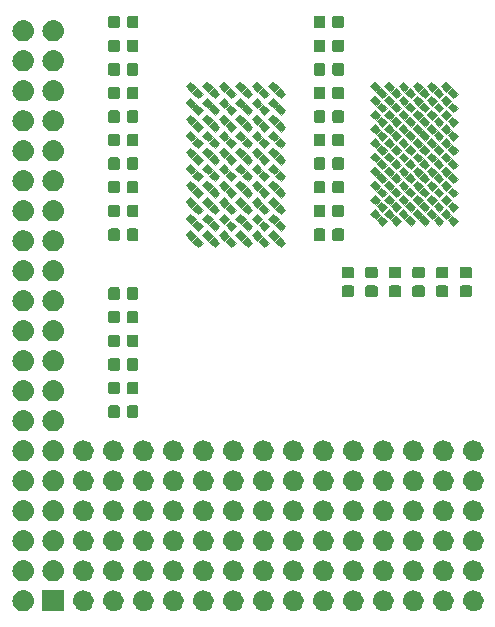
<source format=gts>
G04 #@! TF.GenerationSoftware,KiCad,Pcbnew,5.0.2-bee76a0~70~ubuntu18.04.1*
G04 #@! TF.CreationDate,2019-03-12T09:35:17+03:00*
G04 #@! TF.ProjectId,LED_matrix,4c45445f-6d61-4747-9269-782e6b696361,rev?*
G04 #@! TF.SameCoordinates,Original*
G04 #@! TF.FileFunction,Soldermask,Top*
G04 #@! TF.FilePolarity,Negative*
%FSLAX46Y46*%
G04 Gerber Fmt 4.6, Leading zero omitted, Abs format (unit mm)*
G04 Created by KiCad (PCBNEW 5.0.2-bee76a0~70~ubuntu18.04.1) date Вт 12 мар 2019 09:35:17*
%MOMM*%
%LPD*%
G01*
G04 APERTURE LIST*
%ADD10C,1.000000*%
%ADD11C,0.010000*%
%ADD12C,0.100000*%
G04 APERTURE END LIST*
D10*
X133520000Y-131500000D02*
G75*
G03X133520000Y-131500000I-400000J0D01*
G01*
X130980000Y-131500000D02*
G75*
G03X130980000Y-131500000I-400000J0D01*
G01*
X128440000Y-131500000D02*
G75*
G03X128440000Y-131500000I-400000J0D01*
G01*
X125900000Y-131500000D02*
G75*
G03X125900000Y-131500000I-400000J0D01*
G01*
X123360000Y-131500000D02*
G75*
G03X123360000Y-131500000I-400000J0D01*
G01*
X120820000Y-131500000D02*
G75*
G03X120820000Y-131500000I-400000J0D01*
G01*
X118280000Y-131500000D02*
G75*
G03X118280000Y-131500000I-400000J0D01*
G01*
X115740000Y-131500000D02*
G75*
G03X115740000Y-131500000I-400000J0D01*
G01*
X113200000Y-131500000D02*
G75*
G03X113200000Y-131500000I-400000J0D01*
G01*
X110660000Y-131500000D02*
G75*
G03X110660000Y-131500000I-400000J0D01*
G01*
X108120000Y-131500000D02*
G75*
G03X108120000Y-131500000I-400000J0D01*
G01*
X105580000Y-131500000D02*
G75*
G03X105580000Y-131500000I-400000J0D01*
G01*
X103040000Y-131500000D02*
G75*
G03X103040000Y-131500000I-400000J0D01*
G01*
X100500000Y-131500000D02*
G75*
G03X100500000Y-131500000I-400000J0D01*
G01*
X133520000Y-128960000D02*
G75*
G03X133520000Y-128960000I-400000J0D01*
G01*
X130980000Y-128960000D02*
G75*
G03X130980000Y-128960000I-400000J0D01*
G01*
X128440000Y-128960000D02*
G75*
G03X128440000Y-128960000I-400000J0D01*
G01*
X125900000Y-128960000D02*
G75*
G03X125900000Y-128960000I-400000J0D01*
G01*
X123360000Y-128960000D02*
G75*
G03X123360000Y-128960000I-400000J0D01*
G01*
X120820000Y-128960000D02*
G75*
G03X120820000Y-128960000I-400000J0D01*
G01*
X118280000Y-128960000D02*
G75*
G03X118280000Y-128960000I-400000J0D01*
G01*
X115740000Y-128960000D02*
G75*
G03X115740000Y-128960000I-400000J0D01*
G01*
X113200000Y-128960000D02*
G75*
G03X113200000Y-128960000I-400000J0D01*
G01*
X110660000Y-128960000D02*
G75*
G03X110660000Y-128960000I-400000J0D01*
G01*
X108120000Y-128960000D02*
G75*
G03X108120000Y-128960000I-400000J0D01*
G01*
X105580000Y-128960000D02*
G75*
G03X105580000Y-128960000I-400000J0D01*
G01*
X103040000Y-128960000D02*
G75*
G03X103040000Y-128960000I-400000J0D01*
G01*
X100500000Y-128960000D02*
G75*
G03X100500000Y-128960000I-400000J0D01*
G01*
X133520000Y-126420000D02*
G75*
G03X133520000Y-126420000I-400000J0D01*
G01*
X130980000Y-126420000D02*
G75*
G03X130980000Y-126420000I-400000J0D01*
G01*
X128440000Y-126420000D02*
G75*
G03X128440000Y-126420000I-400000J0D01*
G01*
X125900000Y-126420000D02*
G75*
G03X125900000Y-126420000I-400000J0D01*
G01*
X123360000Y-126420000D02*
G75*
G03X123360000Y-126420000I-400000J0D01*
G01*
X120820000Y-126420000D02*
G75*
G03X120820000Y-126420000I-400000J0D01*
G01*
X118280000Y-126420000D02*
G75*
G03X118280000Y-126420000I-400000J0D01*
G01*
X115740000Y-126420000D02*
G75*
G03X115740000Y-126420000I-400000J0D01*
G01*
X113200000Y-126420000D02*
G75*
G03X113200000Y-126420000I-400000J0D01*
G01*
X110660000Y-126420000D02*
G75*
G03X110660000Y-126420000I-400000J0D01*
G01*
X108120000Y-126420000D02*
G75*
G03X108120000Y-126420000I-400000J0D01*
G01*
X105580000Y-126420000D02*
G75*
G03X105580000Y-126420000I-400000J0D01*
G01*
X103040000Y-126420000D02*
G75*
G03X103040000Y-126420000I-400000J0D01*
G01*
X100500000Y-126420000D02*
G75*
G03X100500000Y-126420000I-400000J0D01*
G01*
X133520000Y-123880000D02*
G75*
G03X133520000Y-123880000I-400000J0D01*
G01*
X130980000Y-123880000D02*
G75*
G03X130980000Y-123880000I-400000J0D01*
G01*
X128440000Y-123880000D02*
G75*
G03X128440000Y-123880000I-400000J0D01*
G01*
X125900000Y-123880000D02*
G75*
G03X125900000Y-123880000I-400000J0D01*
G01*
X123360000Y-123880000D02*
G75*
G03X123360000Y-123880000I-400000J0D01*
G01*
X120820000Y-123880000D02*
G75*
G03X120820000Y-123880000I-400000J0D01*
G01*
X118280000Y-123880000D02*
G75*
G03X118280000Y-123880000I-400000J0D01*
G01*
X115740000Y-123880000D02*
G75*
G03X115740000Y-123880000I-400000J0D01*
G01*
X113200000Y-123880000D02*
G75*
G03X113200000Y-123880000I-400000J0D01*
G01*
X110660000Y-123880000D02*
G75*
G03X110660000Y-123880000I-400000J0D01*
G01*
X108120000Y-123880000D02*
G75*
G03X108120000Y-123880000I-400000J0D01*
G01*
X105580000Y-123880000D02*
G75*
G03X105580000Y-123880000I-400000J0D01*
G01*
X103040000Y-123880000D02*
G75*
G03X103040000Y-123880000I-400000J0D01*
G01*
X100500000Y-123880000D02*
G75*
G03X100500000Y-123880000I-400000J0D01*
G01*
X133520000Y-121340000D02*
G75*
G03X133520000Y-121340000I-400000J0D01*
G01*
X130980000Y-121340000D02*
G75*
G03X130980000Y-121340000I-400000J0D01*
G01*
X128440000Y-121340000D02*
G75*
G03X128440000Y-121340000I-400000J0D01*
G01*
X125900000Y-121340000D02*
G75*
G03X125900000Y-121340000I-400000J0D01*
G01*
X123360000Y-121340000D02*
G75*
G03X123360000Y-121340000I-400000J0D01*
G01*
X120820000Y-121340000D02*
G75*
G03X120820000Y-121340000I-400000J0D01*
G01*
X118280000Y-121340000D02*
G75*
G03X118280000Y-121340000I-400000J0D01*
G01*
X115740000Y-121340000D02*
G75*
G03X115740000Y-121340000I-400000J0D01*
G01*
X113200000Y-121340000D02*
G75*
G03X113200000Y-121340000I-400000J0D01*
G01*
X110660000Y-121340000D02*
G75*
G03X110660000Y-121340000I-400000J0D01*
G01*
X108120000Y-121340000D02*
G75*
G03X108120000Y-121340000I-400000J0D01*
G01*
X105580000Y-121340000D02*
G75*
G03X105580000Y-121340000I-400000J0D01*
G01*
X103040000Y-121340000D02*
G75*
G03X103040000Y-121340000I-400000J0D01*
G01*
X100500000Y-121340000D02*
G75*
G03X100500000Y-121340000I-400000J0D01*
G01*
X133520000Y-118800000D02*
G75*
G03X133520000Y-118800000I-400000J0D01*
G01*
X130980000Y-118800000D02*
G75*
G03X130980000Y-118800000I-400000J0D01*
G01*
X128440000Y-118800000D02*
G75*
G03X128440000Y-118800000I-400000J0D01*
G01*
X125900000Y-118800000D02*
G75*
G03X125900000Y-118800000I-400000J0D01*
G01*
X123360000Y-118800000D02*
G75*
G03X123360000Y-118800000I-400000J0D01*
G01*
X120820000Y-118800000D02*
G75*
G03X120820000Y-118800000I-400000J0D01*
G01*
X118280000Y-118800000D02*
G75*
G03X118280000Y-118800000I-400000J0D01*
G01*
X115740000Y-118800000D02*
G75*
G03X115740000Y-118800000I-400000J0D01*
G01*
X113200000Y-118800000D02*
G75*
G03X113200000Y-118800000I-400000J0D01*
G01*
X110660000Y-118800000D02*
G75*
G03X110660000Y-118800000I-400000J0D01*
G01*
X108120000Y-118800000D02*
G75*
G03X108120000Y-118800000I-400000J0D01*
G01*
X105580000Y-118800000D02*
G75*
G03X105580000Y-118800000I-400000J0D01*
G01*
X103040000Y-118800000D02*
G75*
G03X103040000Y-118800000I-400000J0D01*
G01*
X100500000Y-118800000D02*
G75*
G03X100500000Y-118800000I-400000J0D01*
G01*
D11*
G04 #@! TO.C,D1*
G36*
X108785822Y-87931802D02*
X109252513Y-88398492D01*
X109648492Y-88002513D01*
X109181802Y-87535822D01*
X108785822Y-87931802D01*
G37*
X108785822Y-87931802D02*
X109252513Y-88398492D01*
X109648492Y-88002513D01*
X109181802Y-87535822D01*
X108785822Y-87931802D01*
G36*
X109818198Y-88964178D02*
X110214178Y-88568198D01*
X109747487Y-88101508D01*
X109351508Y-88497487D01*
X109818198Y-88964178D01*
G37*
X109818198Y-88964178D02*
X110214178Y-88568198D01*
X109747487Y-88101508D01*
X109351508Y-88497487D01*
X109818198Y-88964178D01*
G04 #@! TO.C,D2*
G36*
X108785822Y-89331802D02*
X109252513Y-89798492D01*
X109648492Y-89402513D01*
X109181802Y-88935822D01*
X108785822Y-89331802D01*
G37*
X108785822Y-89331802D02*
X109252513Y-89798492D01*
X109648492Y-89402513D01*
X109181802Y-88935822D01*
X108785822Y-89331802D01*
G36*
X109818198Y-90364178D02*
X110214178Y-89968198D01*
X109747487Y-89501508D01*
X109351508Y-89897487D01*
X109818198Y-90364178D01*
G37*
X109818198Y-90364178D02*
X110214178Y-89968198D01*
X109747487Y-89501508D01*
X109351508Y-89897487D01*
X109818198Y-90364178D01*
G04 #@! TO.C,D3*
G36*
X108785822Y-90731802D02*
X109252513Y-91198492D01*
X109648492Y-90802513D01*
X109181802Y-90335822D01*
X108785822Y-90731802D01*
G37*
X108785822Y-90731802D02*
X109252513Y-91198492D01*
X109648492Y-90802513D01*
X109181802Y-90335822D01*
X108785822Y-90731802D01*
G36*
X109818198Y-91764178D02*
X110214178Y-91368198D01*
X109747487Y-90901508D01*
X109351508Y-91297487D01*
X109818198Y-91764178D01*
G37*
X109818198Y-91764178D02*
X110214178Y-91368198D01*
X109747487Y-90901508D01*
X109351508Y-91297487D01*
X109818198Y-91764178D01*
G04 #@! TO.C,D4*
G36*
X108785822Y-92131802D02*
X109252513Y-92598492D01*
X109648492Y-92202513D01*
X109181802Y-91735822D01*
X108785822Y-92131802D01*
G37*
X108785822Y-92131802D02*
X109252513Y-92598492D01*
X109648492Y-92202513D01*
X109181802Y-91735822D01*
X108785822Y-92131802D01*
G36*
X109818198Y-93164178D02*
X110214178Y-92768198D01*
X109747487Y-92301508D01*
X109351508Y-92697487D01*
X109818198Y-93164178D01*
G37*
X109818198Y-93164178D02*
X110214178Y-92768198D01*
X109747487Y-92301508D01*
X109351508Y-92697487D01*
X109818198Y-93164178D01*
G04 #@! TO.C,D5*
G36*
X108785822Y-93531802D02*
X109252513Y-93998492D01*
X109648492Y-93602513D01*
X109181802Y-93135822D01*
X108785822Y-93531802D01*
G37*
X108785822Y-93531802D02*
X109252513Y-93998492D01*
X109648492Y-93602513D01*
X109181802Y-93135822D01*
X108785822Y-93531802D01*
G36*
X109818198Y-94564178D02*
X110214178Y-94168198D01*
X109747487Y-93701508D01*
X109351508Y-94097487D01*
X109818198Y-94564178D01*
G37*
X109818198Y-94564178D02*
X110214178Y-94168198D01*
X109747487Y-93701508D01*
X109351508Y-94097487D01*
X109818198Y-94564178D01*
G04 #@! TO.C,D6*
G36*
X108785822Y-94931802D02*
X109252513Y-95398492D01*
X109648492Y-95002513D01*
X109181802Y-94535822D01*
X108785822Y-94931802D01*
G37*
X108785822Y-94931802D02*
X109252513Y-95398492D01*
X109648492Y-95002513D01*
X109181802Y-94535822D01*
X108785822Y-94931802D01*
G36*
X109818198Y-95964178D02*
X110214178Y-95568198D01*
X109747487Y-95101508D01*
X109351508Y-95497487D01*
X109818198Y-95964178D01*
G37*
X109818198Y-95964178D02*
X110214178Y-95568198D01*
X109747487Y-95101508D01*
X109351508Y-95497487D01*
X109818198Y-95964178D01*
G04 #@! TO.C,D7*
G36*
X108785822Y-96331802D02*
X109252513Y-96798492D01*
X109648492Y-96402513D01*
X109181802Y-95935822D01*
X108785822Y-96331802D01*
G37*
X108785822Y-96331802D02*
X109252513Y-96798492D01*
X109648492Y-96402513D01*
X109181802Y-95935822D01*
X108785822Y-96331802D01*
G36*
X109818198Y-97364178D02*
X110214178Y-96968198D01*
X109747487Y-96501508D01*
X109351508Y-96897487D01*
X109818198Y-97364178D01*
G37*
X109818198Y-97364178D02*
X110214178Y-96968198D01*
X109747487Y-96501508D01*
X109351508Y-96897487D01*
X109818198Y-97364178D01*
G04 #@! TO.C,D8*
G36*
X108785822Y-97731802D02*
X109252513Y-98198492D01*
X109648492Y-97802513D01*
X109181802Y-97335822D01*
X108785822Y-97731802D01*
G37*
X108785822Y-97731802D02*
X109252513Y-98198492D01*
X109648492Y-97802513D01*
X109181802Y-97335822D01*
X108785822Y-97731802D01*
G36*
X109818198Y-98764178D02*
X110214178Y-98368198D01*
X109747487Y-97901508D01*
X109351508Y-98297487D01*
X109818198Y-98764178D01*
G37*
X109818198Y-98764178D02*
X110214178Y-98368198D01*
X109747487Y-97901508D01*
X109351508Y-98297487D01*
X109818198Y-98764178D01*
G04 #@! TO.C,D9*
G36*
X108785822Y-99131802D02*
X109252513Y-99598492D01*
X109648492Y-99202513D01*
X109181802Y-98735822D01*
X108785822Y-99131802D01*
G37*
X108785822Y-99131802D02*
X109252513Y-99598492D01*
X109648492Y-99202513D01*
X109181802Y-98735822D01*
X108785822Y-99131802D01*
G36*
X109818198Y-100164178D02*
X110214178Y-99768198D01*
X109747487Y-99301508D01*
X109351508Y-99697487D01*
X109818198Y-100164178D01*
G37*
X109818198Y-100164178D02*
X110214178Y-99768198D01*
X109747487Y-99301508D01*
X109351508Y-99697487D01*
X109818198Y-100164178D01*
G04 #@! TO.C,D10*
G36*
X108785822Y-100531802D02*
X109252513Y-100998492D01*
X109648492Y-100602513D01*
X109181802Y-100135822D01*
X108785822Y-100531802D01*
G37*
X108785822Y-100531802D02*
X109252513Y-100998492D01*
X109648492Y-100602513D01*
X109181802Y-100135822D01*
X108785822Y-100531802D01*
G36*
X109818198Y-101564178D02*
X110214178Y-101168198D01*
X109747487Y-100701508D01*
X109351508Y-101097487D01*
X109818198Y-101564178D01*
G37*
X109818198Y-101564178D02*
X110214178Y-101168198D01*
X109747487Y-100701508D01*
X109351508Y-101097487D01*
X109818198Y-101564178D01*
G04 #@! TO.C,D11*
G36*
X110185822Y-87931802D02*
X110652513Y-88398492D01*
X111048492Y-88002513D01*
X110581802Y-87535822D01*
X110185822Y-87931802D01*
G37*
X110185822Y-87931802D02*
X110652513Y-88398492D01*
X111048492Y-88002513D01*
X110581802Y-87535822D01*
X110185822Y-87931802D01*
G36*
X111218198Y-88964178D02*
X111614178Y-88568198D01*
X111147487Y-88101508D01*
X110751508Y-88497487D01*
X111218198Y-88964178D01*
G37*
X111218198Y-88964178D02*
X111614178Y-88568198D01*
X111147487Y-88101508D01*
X110751508Y-88497487D01*
X111218198Y-88964178D01*
G04 #@! TO.C,D12*
G36*
X110185822Y-89331802D02*
X110652513Y-89798492D01*
X111048492Y-89402513D01*
X110581802Y-88935822D01*
X110185822Y-89331802D01*
G37*
X110185822Y-89331802D02*
X110652513Y-89798492D01*
X111048492Y-89402513D01*
X110581802Y-88935822D01*
X110185822Y-89331802D01*
G36*
X111218198Y-90364178D02*
X111614178Y-89968198D01*
X111147487Y-89501508D01*
X110751508Y-89897487D01*
X111218198Y-90364178D01*
G37*
X111218198Y-90364178D02*
X111614178Y-89968198D01*
X111147487Y-89501508D01*
X110751508Y-89897487D01*
X111218198Y-90364178D01*
G04 #@! TO.C,D13*
G36*
X110185822Y-90731802D02*
X110652513Y-91198492D01*
X111048492Y-90802513D01*
X110581802Y-90335822D01*
X110185822Y-90731802D01*
G37*
X110185822Y-90731802D02*
X110652513Y-91198492D01*
X111048492Y-90802513D01*
X110581802Y-90335822D01*
X110185822Y-90731802D01*
G36*
X111218198Y-91764178D02*
X111614178Y-91368198D01*
X111147487Y-90901508D01*
X110751508Y-91297487D01*
X111218198Y-91764178D01*
G37*
X111218198Y-91764178D02*
X111614178Y-91368198D01*
X111147487Y-90901508D01*
X110751508Y-91297487D01*
X111218198Y-91764178D01*
G04 #@! TO.C,D14*
G36*
X110185822Y-92131802D02*
X110652513Y-92598492D01*
X111048492Y-92202513D01*
X110581802Y-91735822D01*
X110185822Y-92131802D01*
G37*
X110185822Y-92131802D02*
X110652513Y-92598492D01*
X111048492Y-92202513D01*
X110581802Y-91735822D01*
X110185822Y-92131802D01*
G36*
X111218198Y-93164178D02*
X111614178Y-92768198D01*
X111147487Y-92301508D01*
X110751508Y-92697487D01*
X111218198Y-93164178D01*
G37*
X111218198Y-93164178D02*
X111614178Y-92768198D01*
X111147487Y-92301508D01*
X110751508Y-92697487D01*
X111218198Y-93164178D01*
G04 #@! TO.C,D15*
G36*
X110185822Y-93531802D02*
X110652513Y-93998492D01*
X111048492Y-93602513D01*
X110581802Y-93135822D01*
X110185822Y-93531802D01*
G37*
X110185822Y-93531802D02*
X110652513Y-93998492D01*
X111048492Y-93602513D01*
X110581802Y-93135822D01*
X110185822Y-93531802D01*
G36*
X111218198Y-94564178D02*
X111614178Y-94168198D01*
X111147487Y-93701508D01*
X110751508Y-94097487D01*
X111218198Y-94564178D01*
G37*
X111218198Y-94564178D02*
X111614178Y-94168198D01*
X111147487Y-93701508D01*
X110751508Y-94097487D01*
X111218198Y-94564178D01*
G04 #@! TO.C,D16*
G36*
X110185822Y-94931802D02*
X110652513Y-95398492D01*
X111048492Y-95002513D01*
X110581802Y-94535822D01*
X110185822Y-94931802D01*
G37*
X110185822Y-94931802D02*
X110652513Y-95398492D01*
X111048492Y-95002513D01*
X110581802Y-94535822D01*
X110185822Y-94931802D01*
G36*
X111218198Y-95964178D02*
X111614178Y-95568198D01*
X111147487Y-95101508D01*
X110751508Y-95497487D01*
X111218198Y-95964178D01*
G37*
X111218198Y-95964178D02*
X111614178Y-95568198D01*
X111147487Y-95101508D01*
X110751508Y-95497487D01*
X111218198Y-95964178D01*
G04 #@! TO.C,D17*
G36*
X110185822Y-96331802D02*
X110652513Y-96798492D01*
X111048492Y-96402513D01*
X110581802Y-95935822D01*
X110185822Y-96331802D01*
G37*
X110185822Y-96331802D02*
X110652513Y-96798492D01*
X111048492Y-96402513D01*
X110581802Y-95935822D01*
X110185822Y-96331802D01*
G36*
X111218198Y-97364178D02*
X111614178Y-96968198D01*
X111147487Y-96501508D01*
X110751508Y-96897487D01*
X111218198Y-97364178D01*
G37*
X111218198Y-97364178D02*
X111614178Y-96968198D01*
X111147487Y-96501508D01*
X110751508Y-96897487D01*
X111218198Y-97364178D01*
G04 #@! TO.C,D18*
G36*
X110185822Y-97731802D02*
X110652513Y-98198492D01*
X111048492Y-97802513D01*
X110581802Y-97335822D01*
X110185822Y-97731802D01*
G37*
X110185822Y-97731802D02*
X110652513Y-98198492D01*
X111048492Y-97802513D01*
X110581802Y-97335822D01*
X110185822Y-97731802D01*
G36*
X111218198Y-98764178D02*
X111614178Y-98368198D01*
X111147487Y-97901508D01*
X110751508Y-98297487D01*
X111218198Y-98764178D01*
G37*
X111218198Y-98764178D02*
X111614178Y-98368198D01*
X111147487Y-97901508D01*
X110751508Y-98297487D01*
X111218198Y-98764178D01*
G04 #@! TO.C,D19*
G36*
X110185822Y-99131802D02*
X110652513Y-99598492D01*
X111048492Y-99202513D01*
X110581802Y-98735822D01*
X110185822Y-99131802D01*
G37*
X110185822Y-99131802D02*
X110652513Y-99598492D01*
X111048492Y-99202513D01*
X110581802Y-98735822D01*
X110185822Y-99131802D01*
G36*
X111218198Y-100164178D02*
X111614178Y-99768198D01*
X111147487Y-99301508D01*
X110751508Y-99697487D01*
X111218198Y-100164178D01*
G37*
X111218198Y-100164178D02*
X111614178Y-99768198D01*
X111147487Y-99301508D01*
X110751508Y-99697487D01*
X111218198Y-100164178D01*
G04 #@! TO.C,D20*
G36*
X110185822Y-100531802D02*
X110652513Y-100998492D01*
X111048492Y-100602513D01*
X110581802Y-100135822D01*
X110185822Y-100531802D01*
G37*
X110185822Y-100531802D02*
X110652513Y-100998492D01*
X111048492Y-100602513D01*
X110581802Y-100135822D01*
X110185822Y-100531802D01*
G36*
X111218198Y-101564178D02*
X111614178Y-101168198D01*
X111147487Y-100701508D01*
X110751508Y-101097487D01*
X111218198Y-101564178D01*
G37*
X111218198Y-101564178D02*
X111614178Y-101168198D01*
X111147487Y-100701508D01*
X110751508Y-101097487D01*
X111218198Y-101564178D01*
G04 #@! TO.C,D21*
G36*
X111585822Y-87931802D02*
X112052513Y-88398492D01*
X112448492Y-88002513D01*
X111981802Y-87535822D01*
X111585822Y-87931802D01*
G37*
X111585822Y-87931802D02*
X112052513Y-88398492D01*
X112448492Y-88002513D01*
X111981802Y-87535822D01*
X111585822Y-87931802D01*
G36*
X112618198Y-88964178D02*
X113014178Y-88568198D01*
X112547487Y-88101508D01*
X112151508Y-88497487D01*
X112618198Y-88964178D01*
G37*
X112618198Y-88964178D02*
X113014178Y-88568198D01*
X112547487Y-88101508D01*
X112151508Y-88497487D01*
X112618198Y-88964178D01*
G04 #@! TO.C,D22*
G36*
X111585822Y-89331802D02*
X112052513Y-89798492D01*
X112448492Y-89402513D01*
X111981802Y-88935822D01*
X111585822Y-89331802D01*
G37*
X111585822Y-89331802D02*
X112052513Y-89798492D01*
X112448492Y-89402513D01*
X111981802Y-88935822D01*
X111585822Y-89331802D01*
G36*
X112618198Y-90364178D02*
X113014178Y-89968198D01*
X112547487Y-89501508D01*
X112151508Y-89897487D01*
X112618198Y-90364178D01*
G37*
X112618198Y-90364178D02*
X113014178Y-89968198D01*
X112547487Y-89501508D01*
X112151508Y-89897487D01*
X112618198Y-90364178D01*
G04 #@! TO.C,D23*
G36*
X111585822Y-90731802D02*
X112052513Y-91198492D01*
X112448492Y-90802513D01*
X111981802Y-90335822D01*
X111585822Y-90731802D01*
G37*
X111585822Y-90731802D02*
X112052513Y-91198492D01*
X112448492Y-90802513D01*
X111981802Y-90335822D01*
X111585822Y-90731802D01*
G36*
X112618198Y-91764178D02*
X113014178Y-91368198D01*
X112547487Y-90901508D01*
X112151508Y-91297487D01*
X112618198Y-91764178D01*
G37*
X112618198Y-91764178D02*
X113014178Y-91368198D01*
X112547487Y-90901508D01*
X112151508Y-91297487D01*
X112618198Y-91764178D01*
G04 #@! TO.C,D24*
G36*
X111585822Y-92131802D02*
X112052513Y-92598492D01*
X112448492Y-92202513D01*
X111981802Y-91735822D01*
X111585822Y-92131802D01*
G37*
X111585822Y-92131802D02*
X112052513Y-92598492D01*
X112448492Y-92202513D01*
X111981802Y-91735822D01*
X111585822Y-92131802D01*
G36*
X112618198Y-93164178D02*
X113014178Y-92768198D01*
X112547487Y-92301508D01*
X112151508Y-92697487D01*
X112618198Y-93164178D01*
G37*
X112618198Y-93164178D02*
X113014178Y-92768198D01*
X112547487Y-92301508D01*
X112151508Y-92697487D01*
X112618198Y-93164178D01*
G04 #@! TO.C,D25*
G36*
X111585822Y-93531802D02*
X112052513Y-93998492D01*
X112448492Y-93602513D01*
X111981802Y-93135822D01*
X111585822Y-93531802D01*
G37*
X111585822Y-93531802D02*
X112052513Y-93998492D01*
X112448492Y-93602513D01*
X111981802Y-93135822D01*
X111585822Y-93531802D01*
G36*
X112618198Y-94564178D02*
X113014178Y-94168198D01*
X112547487Y-93701508D01*
X112151508Y-94097487D01*
X112618198Y-94564178D01*
G37*
X112618198Y-94564178D02*
X113014178Y-94168198D01*
X112547487Y-93701508D01*
X112151508Y-94097487D01*
X112618198Y-94564178D01*
G04 #@! TO.C,D26*
G36*
X111585822Y-94931802D02*
X112052513Y-95398492D01*
X112448492Y-95002513D01*
X111981802Y-94535822D01*
X111585822Y-94931802D01*
G37*
X111585822Y-94931802D02*
X112052513Y-95398492D01*
X112448492Y-95002513D01*
X111981802Y-94535822D01*
X111585822Y-94931802D01*
G36*
X112618198Y-95964178D02*
X113014178Y-95568198D01*
X112547487Y-95101508D01*
X112151508Y-95497487D01*
X112618198Y-95964178D01*
G37*
X112618198Y-95964178D02*
X113014178Y-95568198D01*
X112547487Y-95101508D01*
X112151508Y-95497487D01*
X112618198Y-95964178D01*
G04 #@! TO.C,D27*
G36*
X111585822Y-96331802D02*
X112052513Y-96798492D01*
X112448492Y-96402513D01*
X111981802Y-95935822D01*
X111585822Y-96331802D01*
G37*
X111585822Y-96331802D02*
X112052513Y-96798492D01*
X112448492Y-96402513D01*
X111981802Y-95935822D01*
X111585822Y-96331802D01*
G36*
X112618198Y-97364178D02*
X113014178Y-96968198D01*
X112547487Y-96501508D01*
X112151508Y-96897487D01*
X112618198Y-97364178D01*
G37*
X112618198Y-97364178D02*
X113014178Y-96968198D01*
X112547487Y-96501508D01*
X112151508Y-96897487D01*
X112618198Y-97364178D01*
G04 #@! TO.C,D28*
G36*
X111585822Y-97731802D02*
X112052513Y-98198492D01*
X112448492Y-97802513D01*
X111981802Y-97335822D01*
X111585822Y-97731802D01*
G37*
X111585822Y-97731802D02*
X112052513Y-98198492D01*
X112448492Y-97802513D01*
X111981802Y-97335822D01*
X111585822Y-97731802D01*
G36*
X112618198Y-98764178D02*
X113014178Y-98368198D01*
X112547487Y-97901508D01*
X112151508Y-98297487D01*
X112618198Y-98764178D01*
G37*
X112618198Y-98764178D02*
X113014178Y-98368198D01*
X112547487Y-97901508D01*
X112151508Y-98297487D01*
X112618198Y-98764178D01*
G04 #@! TO.C,D29*
G36*
X111585822Y-99131802D02*
X112052513Y-99598492D01*
X112448492Y-99202513D01*
X111981802Y-98735822D01*
X111585822Y-99131802D01*
G37*
X111585822Y-99131802D02*
X112052513Y-99598492D01*
X112448492Y-99202513D01*
X111981802Y-98735822D01*
X111585822Y-99131802D01*
G36*
X112618198Y-100164178D02*
X113014178Y-99768198D01*
X112547487Y-99301508D01*
X112151508Y-99697487D01*
X112618198Y-100164178D01*
G37*
X112618198Y-100164178D02*
X113014178Y-99768198D01*
X112547487Y-99301508D01*
X112151508Y-99697487D01*
X112618198Y-100164178D01*
G04 #@! TO.C,D30*
G36*
X111585822Y-100531802D02*
X112052513Y-100998492D01*
X112448492Y-100602513D01*
X111981802Y-100135822D01*
X111585822Y-100531802D01*
G37*
X111585822Y-100531802D02*
X112052513Y-100998492D01*
X112448492Y-100602513D01*
X111981802Y-100135822D01*
X111585822Y-100531802D01*
G36*
X112618198Y-101564178D02*
X113014178Y-101168198D01*
X112547487Y-100701508D01*
X112151508Y-101097487D01*
X112618198Y-101564178D01*
G37*
X112618198Y-101564178D02*
X113014178Y-101168198D01*
X112547487Y-100701508D01*
X112151508Y-101097487D01*
X112618198Y-101564178D01*
G04 #@! TO.C,D31*
G36*
X112985822Y-87931802D02*
X113452513Y-88398492D01*
X113848492Y-88002513D01*
X113381802Y-87535822D01*
X112985822Y-87931802D01*
G37*
X112985822Y-87931802D02*
X113452513Y-88398492D01*
X113848492Y-88002513D01*
X113381802Y-87535822D01*
X112985822Y-87931802D01*
G36*
X114018198Y-88964178D02*
X114414178Y-88568198D01*
X113947487Y-88101508D01*
X113551508Y-88497487D01*
X114018198Y-88964178D01*
G37*
X114018198Y-88964178D02*
X114414178Y-88568198D01*
X113947487Y-88101508D01*
X113551508Y-88497487D01*
X114018198Y-88964178D01*
G04 #@! TO.C,D32*
G36*
X112985822Y-89331802D02*
X113452513Y-89798492D01*
X113848492Y-89402513D01*
X113381802Y-88935822D01*
X112985822Y-89331802D01*
G37*
X112985822Y-89331802D02*
X113452513Y-89798492D01*
X113848492Y-89402513D01*
X113381802Y-88935822D01*
X112985822Y-89331802D01*
G36*
X114018198Y-90364178D02*
X114414178Y-89968198D01*
X113947487Y-89501508D01*
X113551508Y-89897487D01*
X114018198Y-90364178D01*
G37*
X114018198Y-90364178D02*
X114414178Y-89968198D01*
X113947487Y-89501508D01*
X113551508Y-89897487D01*
X114018198Y-90364178D01*
G04 #@! TO.C,D33*
G36*
X112985822Y-90731802D02*
X113452513Y-91198492D01*
X113848492Y-90802513D01*
X113381802Y-90335822D01*
X112985822Y-90731802D01*
G37*
X112985822Y-90731802D02*
X113452513Y-91198492D01*
X113848492Y-90802513D01*
X113381802Y-90335822D01*
X112985822Y-90731802D01*
G36*
X114018198Y-91764178D02*
X114414178Y-91368198D01*
X113947487Y-90901508D01*
X113551508Y-91297487D01*
X114018198Y-91764178D01*
G37*
X114018198Y-91764178D02*
X114414178Y-91368198D01*
X113947487Y-90901508D01*
X113551508Y-91297487D01*
X114018198Y-91764178D01*
G04 #@! TO.C,D34*
G36*
X112985822Y-92131802D02*
X113452513Y-92598492D01*
X113848492Y-92202513D01*
X113381802Y-91735822D01*
X112985822Y-92131802D01*
G37*
X112985822Y-92131802D02*
X113452513Y-92598492D01*
X113848492Y-92202513D01*
X113381802Y-91735822D01*
X112985822Y-92131802D01*
G36*
X114018198Y-93164178D02*
X114414178Y-92768198D01*
X113947487Y-92301508D01*
X113551508Y-92697487D01*
X114018198Y-93164178D01*
G37*
X114018198Y-93164178D02*
X114414178Y-92768198D01*
X113947487Y-92301508D01*
X113551508Y-92697487D01*
X114018198Y-93164178D01*
G04 #@! TO.C,D35*
G36*
X112985822Y-93531802D02*
X113452513Y-93998492D01*
X113848492Y-93602513D01*
X113381802Y-93135822D01*
X112985822Y-93531802D01*
G37*
X112985822Y-93531802D02*
X113452513Y-93998492D01*
X113848492Y-93602513D01*
X113381802Y-93135822D01*
X112985822Y-93531802D01*
G36*
X114018198Y-94564178D02*
X114414178Y-94168198D01*
X113947487Y-93701508D01*
X113551508Y-94097487D01*
X114018198Y-94564178D01*
G37*
X114018198Y-94564178D02*
X114414178Y-94168198D01*
X113947487Y-93701508D01*
X113551508Y-94097487D01*
X114018198Y-94564178D01*
G04 #@! TO.C,D36*
G36*
X112985822Y-94931802D02*
X113452513Y-95398492D01*
X113848492Y-95002513D01*
X113381802Y-94535822D01*
X112985822Y-94931802D01*
G37*
X112985822Y-94931802D02*
X113452513Y-95398492D01*
X113848492Y-95002513D01*
X113381802Y-94535822D01*
X112985822Y-94931802D01*
G36*
X114018198Y-95964178D02*
X114414178Y-95568198D01*
X113947487Y-95101508D01*
X113551508Y-95497487D01*
X114018198Y-95964178D01*
G37*
X114018198Y-95964178D02*
X114414178Y-95568198D01*
X113947487Y-95101508D01*
X113551508Y-95497487D01*
X114018198Y-95964178D01*
G04 #@! TO.C,D37*
G36*
X112985822Y-96331802D02*
X113452513Y-96798492D01*
X113848492Y-96402513D01*
X113381802Y-95935822D01*
X112985822Y-96331802D01*
G37*
X112985822Y-96331802D02*
X113452513Y-96798492D01*
X113848492Y-96402513D01*
X113381802Y-95935822D01*
X112985822Y-96331802D01*
G36*
X114018198Y-97364178D02*
X114414178Y-96968198D01*
X113947487Y-96501508D01*
X113551508Y-96897487D01*
X114018198Y-97364178D01*
G37*
X114018198Y-97364178D02*
X114414178Y-96968198D01*
X113947487Y-96501508D01*
X113551508Y-96897487D01*
X114018198Y-97364178D01*
G04 #@! TO.C,D38*
G36*
X112985822Y-97731802D02*
X113452513Y-98198492D01*
X113848492Y-97802513D01*
X113381802Y-97335822D01*
X112985822Y-97731802D01*
G37*
X112985822Y-97731802D02*
X113452513Y-98198492D01*
X113848492Y-97802513D01*
X113381802Y-97335822D01*
X112985822Y-97731802D01*
G36*
X114018198Y-98764178D02*
X114414178Y-98368198D01*
X113947487Y-97901508D01*
X113551508Y-98297487D01*
X114018198Y-98764178D01*
G37*
X114018198Y-98764178D02*
X114414178Y-98368198D01*
X113947487Y-97901508D01*
X113551508Y-98297487D01*
X114018198Y-98764178D01*
G04 #@! TO.C,D39*
G36*
X112985822Y-99131802D02*
X113452513Y-99598492D01*
X113848492Y-99202513D01*
X113381802Y-98735822D01*
X112985822Y-99131802D01*
G37*
X112985822Y-99131802D02*
X113452513Y-99598492D01*
X113848492Y-99202513D01*
X113381802Y-98735822D01*
X112985822Y-99131802D01*
G36*
X114018198Y-100164178D02*
X114414178Y-99768198D01*
X113947487Y-99301508D01*
X113551508Y-99697487D01*
X114018198Y-100164178D01*
G37*
X114018198Y-100164178D02*
X114414178Y-99768198D01*
X113947487Y-99301508D01*
X113551508Y-99697487D01*
X114018198Y-100164178D01*
G04 #@! TO.C,D40*
G36*
X112985822Y-100531802D02*
X113452513Y-100998492D01*
X113848492Y-100602513D01*
X113381802Y-100135822D01*
X112985822Y-100531802D01*
G37*
X112985822Y-100531802D02*
X113452513Y-100998492D01*
X113848492Y-100602513D01*
X113381802Y-100135822D01*
X112985822Y-100531802D01*
G36*
X114018198Y-101564178D02*
X114414178Y-101168198D01*
X113947487Y-100701508D01*
X113551508Y-101097487D01*
X114018198Y-101564178D01*
G37*
X114018198Y-101564178D02*
X114414178Y-101168198D01*
X113947487Y-100701508D01*
X113551508Y-101097487D01*
X114018198Y-101564178D01*
G04 #@! TO.C,D41*
G36*
X114385822Y-87931802D02*
X114852513Y-88398492D01*
X115248492Y-88002513D01*
X114781802Y-87535822D01*
X114385822Y-87931802D01*
G37*
X114385822Y-87931802D02*
X114852513Y-88398492D01*
X115248492Y-88002513D01*
X114781802Y-87535822D01*
X114385822Y-87931802D01*
G36*
X115418198Y-88964178D02*
X115814178Y-88568198D01*
X115347487Y-88101508D01*
X114951508Y-88497487D01*
X115418198Y-88964178D01*
G37*
X115418198Y-88964178D02*
X115814178Y-88568198D01*
X115347487Y-88101508D01*
X114951508Y-88497487D01*
X115418198Y-88964178D01*
G04 #@! TO.C,D42*
G36*
X114385822Y-89331802D02*
X114852513Y-89798492D01*
X115248492Y-89402513D01*
X114781802Y-88935822D01*
X114385822Y-89331802D01*
G37*
X114385822Y-89331802D02*
X114852513Y-89798492D01*
X115248492Y-89402513D01*
X114781802Y-88935822D01*
X114385822Y-89331802D01*
G36*
X115418198Y-90364178D02*
X115814178Y-89968198D01*
X115347487Y-89501508D01*
X114951508Y-89897487D01*
X115418198Y-90364178D01*
G37*
X115418198Y-90364178D02*
X115814178Y-89968198D01*
X115347487Y-89501508D01*
X114951508Y-89897487D01*
X115418198Y-90364178D01*
G04 #@! TO.C,D43*
G36*
X114385822Y-90731802D02*
X114852513Y-91198492D01*
X115248492Y-90802513D01*
X114781802Y-90335822D01*
X114385822Y-90731802D01*
G37*
X114385822Y-90731802D02*
X114852513Y-91198492D01*
X115248492Y-90802513D01*
X114781802Y-90335822D01*
X114385822Y-90731802D01*
G36*
X115418198Y-91764178D02*
X115814178Y-91368198D01*
X115347487Y-90901508D01*
X114951508Y-91297487D01*
X115418198Y-91764178D01*
G37*
X115418198Y-91764178D02*
X115814178Y-91368198D01*
X115347487Y-90901508D01*
X114951508Y-91297487D01*
X115418198Y-91764178D01*
G04 #@! TO.C,D44*
G36*
X114385822Y-92131802D02*
X114852513Y-92598492D01*
X115248492Y-92202513D01*
X114781802Y-91735822D01*
X114385822Y-92131802D01*
G37*
X114385822Y-92131802D02*
X114852513Y-92598492D01*
X115248492Y-92202513D01*
X114781802Y-91735822D01*
X114385822Y-92131802D01*
G36*
X115418198Y-93164178D02*
X115814178Y-92768198D01*
X115347487Y-92301508D01*
X114951508Y-92697487D01*
X115418198Y-93164178D01*
G37*
X115418198Y-93164178D02*
X115814178Y-92768198D01*
X115347487Y-92301508D01*
X114951508Y-92697487D01*
X115418198Y-93164178D01*
G04 #@! TO.C,D45*
G36*
X114385822Y-93531802D02*
X114852513Y-93998492D01*
X115248492Y-93602513D01*
X114781802Y-93135822D01*
X114385822Y-93531802D01*
G37*
X114385822Y-93531802D02*
X114852513Y-93998492D01*
X115248492Y-93602513D01*
X114781802Y-93135822D01*
X114385822Y-93531802D01*
G36*
X115418198Y-94564178D02*
X115814178Y-94168198D01*
X115347487Y-93701508D01*
X114951508Y-94097487D01*
X115418198Y-94564178D01*
G37*
X115418198Y-94564178D02*
X115814178Y-94168198D01*
X115347487Y-93701508D01*
X114951508Y-94097487D01*
X115418198Y-94564178D01*
G04 #@! TO.C,D46*
G36*
X114385822Y-94931802D02*
X114852513Y-95398492D01*
X115248492Y-95002513D01*
X114781802Y-94535822D01*
X114385822Y-94931802D01*
G37*
X114385822Y-94931802D02*
X114852513Y-95398492D01*
X115248492Y-95002513D01*
X114781802Y-94535822D01*
X114385822Y-94931802D01*
G36*
X115418198Y-95964178D02*
X115814178Y-95568198D01*
X115347487Y-95101508D01*
X114951508Y-95497487D01*
X115418198Y-95964178D01*
G37*
X115418198Y-95964178D02*
X115814178Y-95568198D01*
X115347487Y-95101508D01*
X114951508Y-95497487D01*
X115418198Y-95964178D01*
G04 #@! TO.C,D47*
G36*
X114385822Y-96331802D02*
X114852513Y-96798492D01*
X115248492Y-96402513D01*
X114781802Y-95935822D01*
X114385822Y-96331802D01*
G37*
X114385822Y-96331802D02*
X114852513Y-96798492D01*
X115248492Y-96402513D01*
X114781802Y-95935822D01*
X114385822Y-96331802D01*
G36*
X115418198Y-97364178D02*
X115814178Y-96968198D01*
X115347487Y-96501508D01*
X114951508Y-96897487D01*
X115418198Y-97364178D01*
G37*
X115418198Y-97364178D02*
X115814178Y-96968198D01*
X115347487Y-96501508D01*
X114951508Y-96897487D01*
X115418198Y-97364178D01*
G04 #@! TO.C,D48*
G36*
X114385822Y-97731802D02*
X114852513Y-98198492D01*
X115248492Y-97802513D01*
X114781802Y-97335822D01*
X114385822Y-97731802D01*
G37*
X114385822Y-97731802D02*
X114852513Y-98198492D01*
X115248492Y-97802513D01*
X114781802Y-97335822D01*
X114385822Y-97731802D01*
G36*
X115418198Y-98764178D02*
X115814178Y-98368198D01*
X115347487Y-97901508D01*
X114951508Y-98297487D01*
X115418198Y-98764178D01*
G37*
X115418198Y-98764178D02*
X115814178Y-98368198D01*
X115347487Y-97901508D01*
X114951508Y-98297487D01*
X115418198Y-98764178D01*
G04 #@! TO.C,D49*
G36*
X114385822Y-99131802D02*
X114852513Y-99598492D01*
X115248492Y-99202513D01*
X114781802Y-98735822D01*
X114385822Y-99131802D01*
G37*
X114385822Y-99131802D02*
X114852513Y-99598492D01*
X115248492Y-99202513D01*
X114781802Y-98735822D01*
X114385822Y-99131802D01*
G36*
X115418198Y-100164178D02*
X115814178Y-99768198D01*
X115347487Y-99301508D01*
X114951508Y-99697487D01*
X115418198Y-100164178D01*
G37*
X115418198Y-100164178D02*
X115814178Y-99768198D01*
X115347487Y-99301508D01*
X114951508Y-99697487D01*
X115418198Y-100164178D01*
G04 #@! TO.C,D50*
G36*
X114385822Y-100531802D02*
X114852513Y-100998492D01*
X115248492Y-100602513D01*
X114781802Y-100135822D01*
X114385822Y-100531802D01*
G37*
X114385822Y-100531802D02*
X114852513Y-100998492D01*
X115248492Y-100602513D01*
X114781802Y-100135822D01*
X114385822Y-100531802D01*
G36*
X115418198Y-101564178D02*
X115814178Y-101168198D01*
X115347487Y-100701508D01*
X114951508Y-101097487D01*
X115418198Y-101564178D01*
G37*
X115418198Y-101564178D02*
X115814178Y-101168198D01*
X115347487Y-100701508D01*
X114951508Y-101097487D01*
X115418198Y-101564178D01*
G04 #@! TO.C,D51*
G36*
X115785822Y-87931802D02*
X116252513Y-88398492D01*
X116648492Y-88002513D01*
X116181802Y-87535822D01*
X115785822Y-87931802D01*
G37*
X115785822Y-87931802D02*
X116252513Y-88398492D01*
X116648492Y-88002513D01*
X116181802Y-87535822D01*
X115785822Y-87931802D01*
G36*
X116818198Y-88964178D02*
X117214178Y-88568198D01*
X116747487Y-88101508D01*
X116351508Y-88497487D01*
X116818198Y-88964178D01*
G37*
X116818198Y-88964178D02*
X117214178Y-88568198D01*
X116747487Y-88101508D01*
X116351508Y-88497487D01*
X116818198Y-88964178D01*
G04 #@! TO.C,D52*
G36*
X115785822Y-89331802D02*
X116252513Y-89798492D01*
X116648492Y-89402513D01*
X116181802Y-88935822D01*
X115785822Y-89331802D01*
G37*
X115785822Y-89331802D02*
X116252513Y-89798492D01*
X116648492Y-89402513D01*
X116181802Y-88935822D01*
X115785822Y-89331802D01*
G36*
X116818198Y-90364178D02*
X117214178Y-89968198D01*
X116747487Y-89501508D01*
X116351508Y-89897487D01*
X116818198Y-90364178D01*
G37*
X116818198Y-90364178D02*
X117214178Y-89968198D01*
X116747487Y-89501508D01*
X116351508Y-89897487D01*
X116818198Y-90364178D01*
G04 #@! TO.C,D53*
G36*
X115785822Y-90731802D02*
X116252513Y-91198492D01*
X116648492Y-90802513D01*
X116181802Y-90335822D01*
X115785822Y-90731802D01*
G37*
X115785822Y-90731802D02*
X116252513Y-91198492D01*
X116648492Y-90802513D01*
X116181802Y-90335822D01*
X115785822Y-90731802D01*
G36*
X116818198Y-91764178D02*
X117214178Y-91368198D01*
X116747487Y-90901508D01*
X116351508Y-91297487D01*
X116818198Y-91764178D01*
G37*
X116818198Y-91764178D02*
X117214178Y-91368198D01*
X116747487Y-90901508D01*
X116351508Y-91297487D01*
X116818198Y-91764178D01*
G04 #@! TO.C,D54*
G36*
X115785822Y-92131802D02*
X116252513Y-92598492D01*
X116648492Y-92202513D01*
X116181802Y-91735822D01*
X115785822Y-92131802D01*
G37*
X115785822Y-92131802D02*
X116252513Y-92598492D01*
X116648492Y-92202513D01*
X116181802Y-91735822D01*
X115785822Y-92131802D01*
G36*
X116818198Y-93164178D02*
X117214178Y-92768198D01*
X116747487Y-92301508D01*
X116351508Y-92697487D01*
X116818198Y-93164178D01*
G37*
X116818198Y-93164178D02*
X117214178Y-92768198D01*
X116747487Y-92301508D01*
X116351508Y-92697487D01*
X116818198Y-93164178D01*
G04 #@! TO.C,D55*
G36*
X115785822Y-93531802D02*
X116252513Y-93998492D01*
X116648492Y-93602513D01*
X116181802Y-93135822D01*
X115785822Y-93531802D01*
G37*
X115785822Y-93531802D02*
X116252513Y-93998492D01*
X116648492Y-93602513D01*
X116181802Y-93135822D01*
X115785822Y-93531802D01*
G36*
X116818198Y-94564178D02*
X117214178Y-94168198D01*
X116747487Y-93701508D01*
X116351508Y-94097487D01*
X116818198Y-94564178D01*
G37*
X116818198Y-94564178D02*
X117214178Y-94168198D01*
X116747487Y-93701508D01*
X116351508Y-94097487D01*
X116818198Y-94564178D01*
G04 #@! TO.C,D56*
G36*
X115785822Y-94931802D02*
X116252513Y-95398492D01*
X116648492Y-95002513D01*
X116181802Y-94535822D01*
X115785822Y-94931802D01*
G37*
X115785822Y-94931802D02*
X116252513Y-95398492D01*
X116648492Y-95002513D01*
X116181802Y-94535822D01*
X115785822Y-94931802D01*
G36*
X116818198Y-95964178D02*
X117214178Y-95568198D01*
X116747487Y-95101508D01*
X116351508Y-95497487D01*
X116818198Y-95964178D01*
G37*
X116818198Y-95964178D02*
X117214178Y-95568198D01*
X116747487Y-95101508D01*
X116351508Y-95497487D01*
X116818198Y-95964178D01*
G04 #@! TO.C,D57*
G36*
X115785822Y-96331802D02*
X116252513Y-96798492D01*
X116648492Y-96402513D01*
X116181802Y-95935822D01*
X115785822Y-96331802D01*
G37*
X115785822Y-96331802D02*
X116252513Y-96798492D01*
X116648492Y-96402513D01*
X116181802Y-95935822D01*
X115785822Y-96331802D01*
G36*
X116818198Y-97364178D02*
X117214178Y-96968198D01*
X116747487Y-96501508D01*
X116351508Y-96897487D01*
X116818198Y-97364178D01*
G37*
X116818198Y-97364178D02*
X117214178Y-96968198D01*
X116747487Y-96501508D01*
X116351508Y-96897487D01*
X116818198Y-97364178D01*
G04 #@! TO.C,D58*
G36*
X115785822Y-97731802D02*
X116252513Y-98198492D01*
X116648492Y-97802513D01*
X116181802Y-97335822D01*
X115785822Y-97731802D01*
G37*
X115785822Y-97731802D02*
X116252513Y-98198492D01*
X116648492Y-97802513D01*
X116181802Y-97335822D01*
X115785822Y-97731802D01*
G36*
X116818198Y-98764178D02*
X117214178Y-98368198D01*
X116747487Y-97901508D01*
X116351508Y-98297487D01*
X116818198Y-98764178D01*
G37*
X116818198Y-98764178D02*
X117214178Y-98368198D01*
X116747487Y-97901508D01*
X116351508Y-98297487D01*
X116818198Y-98764178D01*
G04 #@! TO.C,D59*
G36*
X115785822Y-99131802D02*
X116252513Y-99598492D01*
X116648492Y-99202513D01*
X116181802Y-98735822D01*
X115785822Y-99131802D01*
G37*
X115785822Y-99131802D02*
X116252513Y-99598492D01*
X116648492Y-99202513D01*
X116181802Y-98735822D01*
X115785822Y-99131802D01*
G36*
X116818198Y-100164178D02*
X117214178Y-99768198D01*
X116747487Y-99301508D01*
X116351508Y-99697487D01*
X116818198Y-100164178D01*
G37*
X116818198Y-100164178D02*
X117214178Y-99768198D01*
X116747487Y-99301508D01*
X116351508Y-99697487D01*
X116818198Y-100164178D01*
G04 #@! TO.C,D60*
G36*
X115785822Y-100531802D02*
X116252513Y-100998492D01*
X116648492Y-100602513D01*
X116181802Y-100135822D01*
X115785822Y-100531802D01*
G37*
X115785822Y-100531802D02*
X116252513Y-100998492D01*
X116648492Y-100602513D01*
X116181802Y-100135822D01*
X115785822Y-100531802D01*
G36*
X116818198Y-101564178D02*
X117214178Y-101168198D01*
X116747487Y-100701508D01*
X116351508Y-101097487D01*
X116818198Y-101564178D01*
G37*
X116818198Y-101564178D02*
X117214178Y-101168198D01*
X116747487Y-100701508D01*
X116351508Y-101097487D01*
X116818198Y-101564178D01*
G04 #@! TO.C,D61*
G36*
X124852513Y-88384350D02*
X125234350Y-88002513D01*
X124781802Y-87549964D01*
X124399964Y-87931802D01*
X124852513Y-88384350D01*
G37*
X124852513Y-88384350D02*
X125234350Y-88002513D01*
X124781802Y-87549964D01*
X124399964Y-87931802D01*
X124852513Y-88384350D01*
G36*
X125418198Y-88950036D02*
X125792965Y-88575269D01*
X125800036Y-88568198D01*
X125347487Y-88115650D01*
X124965650Y-88497487D01*
X125418198Y-88950036D01*
G37*
X125418198Y-88950036D02*
X125792965Y-88575269D01*
X125800036Y-88568198D01*
X125347487Y-88115650D01*
X124965650Y-88497487D01*
X125418198Y-88950036D01*
G04 #@! TO.C,D62*
G36*
X124852513Y-89584350D02*
X125234350Y-89202513D01*
X124781802Y-88749964D01*
X124399964Y-89131802D01*
X124852513Y-89584350D01*
G37*
X124852513Y-89584350D02*
X125234350Y-89202513D01*
X124781802Y-88749964D01*
X124399964Y-89131802D01*
X124852513Y-89584350D01*
G36*
X125418198Y-90150036D02*
X125792965Y-89775269D01*
X125800036Y-89768198D01*
X125347487Y-89315650D01*
X124965650Y-89697487D01*
X125418198Y-90150036D01*
G37*
X125418198Y-90150036D02*
X125792965Y-89775269D01*
X125800036Y-89768198D01*
X125347487Y-89315650D01*
X124965650Y-89697487D01*
X125418198Y-90150036D01*
G04 #@! TO.C,D63*
G36*
X124852513Y-90784350D02*
X125234350Y-90402513D01*
X124781802Y-89949964D01*
X124399964Y-90331802D01*
X124852513Y-90784350D01*
G37*
X124852513Y-90784350D02*
X125234350Y-90402513D01*
X124781802Y-89949964D01*
X124399964Y-90331802D01*
X124852513Y-90784350D01*
G36*
X125418198Y-91350036D02*
X125792965Y-90975269D01*
X125800036Y-90968198D01*
X125347487Y-90515650D01*
X124965650Y-90897487D01*
X125418198Y-91350036D01*
G37*
X125418198Y-91350036D02*
X125792965Y-90975269D01*
X125800036Y-90968198D01*
X125347487Y-90515650D01*
X124965650Y-90897487D01*
X125418198Y-91350036D01*
G04 #@! TO.C,D64*
G36*
X124852513Y-91984350D02*
X125234350Y-91602513D01*
X124781802Y-91149964D01*
X124399964Y-91531802D01*
X124852513Y-91984350D01*
G37*
X124852513Y-91984350D02*
X125234350Y-91602513D01*
X124781802Y-91149964D01*
X124399964Y-91531802D01*
X124852513Y-91984350D01*
G36*
X125418198Y-92550036D02*
X125792965Y-92175269D01*
X125800036Y-92168198D01*
X125347487Y-91715650D01*
X124965650Y-92097487D01*
X125418198Y-92550036D01*
G37*
X125418198Y-92550036D02*
X125792965Y-92175269D01*
X125800036Y-92168198D01*
X125347487Y-91715650D01*
X124965650Y-92097487D01*
X125418198Y-92550036D01*
G04 #@! TO.C,D65*
G36*
X124852513Y-93184350D02*
X125234350Y-92802513D01*
X124781802Y-92349964D01*
X124399964Y-92731802D01*
X124852513Y-93184350D01*
G37*
X124852513Y-93184350D02*
X125234350Y-92802513D01*
X124781802Y-92349964D01*
X124399964Y-92731802D01*
X124852513Y-93184350D01*
G36*
X125418198Y-93750036D02*
X125792965Y-93375269D01*
X125800036Y-93368198D01*
X125347487Y-92915650D01*
X124965650Y-93297487D01*
X125418198Y-93750036D01*
G37*
X125418198Y-93750036D02*
X125792965Y-93375269D01*
X125800036Y-93368198D01*
X125347487Y-92915650D01*
X124965650Y-93297487D01*
X125418198Y-93750036D01*
G04 #@! TO.C,D66*
G36*
X124852513Y-94384350D02*
X125234350Y-94002513D01*
X124781802Y-93549964D01*
X124399964Y-93931802D01*
X124852513Y-94384350D01*
G37*
X124852513Y-94384350D02*
X125234350Y-94002513D01*
X124781802Y-93549964D01*
X124399964Y-93931802D01*
X124852513Y-94384350D01*
G36*
X125418198Y-94950036D02*
X125792965Y-94575269D01*
X125800036Y-94568198D01*
X125347487Y-94115650D01*
X124965650Y-94497487D01*
X125418198Y-94950036D01*
G37*
X125418198Y-94950036D02*
X125792965Y-94575269D01*
X125800036Y-94568198D01*
X125347487Y-94115650D01*
X124965650Y-94497487D01*
X125418198Y-94950036D01*
G04 #@! TO.C,D67*
G36*
X124852513Y-95584350D02*
X125234350Y-95202513D01*
X124781802Y-94749964D01*
X124399964Y-95131802D01*
X124852513Y-95584350D01*
G37*
X124852513Y-95584350D02*
X125234350Y-95202513D01*
X124781802Y-94749964D01*
X124399964Y-95131802D01*
X124852513Y-95584350D01*
G36*
X125418198Y-96150036D02*
X125792965Y-95775269D01*
X125800036Y-95768198D01*
X125347487Y-95315650D01*
X124965650Y-95697487D01*
X125418198Y-96150036D01*
G37*
X125418198Y-96150036D02*
X125792965Y-95775269D01*
X125800036Y-95768198D01*
X125347487Y-95315650D01*
X124965650Y-95697487D01*
X125418198Y-96150036D01*
G04 #@! TO.C,D68*
G36*
X124852513Y-96784350D02*
X125234350Y-96402513D01*
X124781802Y-95949964D01*
X124399964Y-96331802D01*
X124852513Y-96784350D01*
G37*
X124852513Y-96784350D02*
X125234350Y-96402513D01*
X124781802Y-95949964D01*
X124399964Y-96331802D01*
X124852513Y-96784350D01*
G36*
X125418198Y-97350036D02*
X125792965Y-96975269D01*
X125800036Y-96968198D01*
X125347487Y-96515650D01*
X124965650Y-96897487D01*
X125418198Y-97350036D01*
G37*
X125418198Y-97350036D02*
X125792965Y-96975269D01*
X125800036Y-96968198D01*
X125347487Y-96515650D01*
X124965650Y-96897487D01*
X125418198Y-97350036D01*
G04 #@! TO.C,D69*
G36*
X124852513Y-97984350D02*
X125234350Y-97602513D01*
X124781802Y-97149964D01*
X124399964Y-97531802D01*
X124852513Y-97984350D01*
G37*
X124852513Y-97984350D02*
X125234350Y-97602513D01*
X124781802Y-97149964D01*
X124399964Y-97531802D01*
X124852513Y-97984350D01*
G36*
X125418198Y-98550036D02*
X125792965Y-98175269D01*
X125800036Y-98168198D01*
X125347487Y-97715650D01*
X124965650Y-98097487D01*
X125418198Y-98550036D01*
G37*
X125418198Y-98550036D02*
X125792965Y-98175269D01*
X125800036Y-98168198D01*
X125347487Y-97715650D01*
X124965650Y-98097487D01*
X125418198Y-98550036D01*
G04 #@! TO.C,D70*
G36*
X124852513Y-99184350D02*
X125234350Y-98802513D01*
X124781802Y-98349964D01*
X124399964Y-98731802D01*
X124852513Y-99184350D01*
G37*
X124852513Y-99184350D02*
X125234350Y-98802513D01*
X124781802Y-98349964D01*
X124399964Y-98731802D01*
X124852513Y-99184350D01*
G36*
X125418198Y-99750036D02*
X125792965Y-99375269D01*
X125800036Y-99368198D01*
X125347487Y-98915650D01*
X124965650Y-99297487D01*
X125418198Y-99750036D01*
G37*
X125418198Y-99750036D02*
X125792965Y-99375269D01*
X125800036Y-99368198D01*
X125347487Y-98915650D01*
X124965650Y-99297487D01*
X125418198Y-99750036D01*
G04 #@! TO.C,D71*
G36*
X126052513Y-88384350D02*
X126434350Y-88002513D01*
X125981802Y-87549964D01*
X125599964Y-87931802D01*
X126052513Y-88384350D01*
G37*
X126052513Y-88384350D02*
X126434350Y-88002513D01*
X125981802Y-87549964D01*
X125599964Y-87931802D01*
X126052513Y-88384350D01*
G36*
X126618198Y-88950036D02*
X126992965Y-88575269D01*
X127000036Y-88568198D01*
X126547487Y-88115650D01*
X126165650Y-88497487D01*
X126618198Y-88950036D01*
G37*
X126618198Y-88950036D02*
X126992965Y-88575269D01*
X127000036Y-88568198D01*
X126547487Y-88115650D01*
X126165650Y-88497487D01*
X126618198Y-88950036D01*
G04 #@! TO.C,D72*
G36*
X126052513Y-89584350D02*
X126434350Y-89202513D01*
X125981802Y-88749964D01*
X125599964Y-89131802D01*
X126052513Y-89584350D01*
G37*
X126052513Y-89584350D02*
X126434350Y-89202513D01*
X125981802Y-88749964D01*
X125599964Y-89131802D01*
X126052513Y-89584350D01*
G36*
X126618198Y-90150036D02*
X126992965Y-89775269D01*
X127000036Y-89768198D01*
X126547487Y-89315650D01*
X126165650Y-89697487D01*
X126618198Y-90150036D01*
G37*
X126618198Y-90150036D02*
X126992965Y-89775269D01*
X127000036Y-89768198D01*
X126547487Y-89315650D01*
X126165650Y-89697487D01*
X126618198Y-90150036D01*
G04 #@! TO.C,D73*
G36*
X126052513Y-90784350D02*
X126434350Y-90402513D01*
X125981802Y-89949964D01*
X125599964Y-90331802D01*
X126052513Y-90784350D01*
G37*
X126052513Y-90784350D02*
X126434350Y-90402513D01*
X125981802Y-89949964D01*
X125599964Y-90331802D01*
X126052513Y-90784350D01*
G36*
X126618198Y-91350036D02*
X126992965Y-90975269D01*
X127000036Y-90968198D01*
X126547487Y-90515650D01*
X126165650Y-90897487D01*
X126618198Y-91350036D01*
G37*
X126618198Y-91350036D02*
X126992965Y-90975269D01*
X127000036Y-90968198D01*
X126547487Y-90515650D01*
X126165650Y-90897487D01*
X126618198Y-91350036D01*
G04 #@! TO.C,D74*
G36*
X126052513Y-91984350D02*
X126434350Y-91602513D01*
X125981802Y-91149964D01*
X125599964Y-91531802D01*
X126052513Y-91984350D01*
G37*
X126052513Y-91984350D02*
X126434350Y-91602513D01*
X125981802Y-91149964D01*
X125599964Y-91531802D01*
X126052513Y-91984350D01*
G36*
X126618198Y-92550036D02*
X126992965Y-92175269D01*
X127000036Y-92168198D01*
X126547487Y-91715650D01*
X126165650Y-92097487D01*
X126618198Y-92550036D01*
G37*
X126618198Y-92550036D02*
X126992965Y-92175269D01*
X127000036Y-92168198D01*
X126547487Y-91715650D01*
X126165650Y-92097487D01*
X126618198Y-92550036D01*
G04 #@! TO.C,D75*
G36*
X126052513Y-93184350D02*
X126434350Y-92802513D01*
X125981802Y-92349964D01*
X125599964Y-92731802D01*
X126052513Y-93184350D01*
G37*
X126052513Y-93184350D02*
X126434350Y-92802513D01*
X125981802Y-92349964D01*
X125599964Y-92731802D01*
X126052513Y-93184350D01*
G36*
X126618198Y-93750036D02*
X126992965Y-93375269D01*
X127000036Y-93368198D01*
X126547487Y-92915650D01*
X126165650Y-93297487D01*
X126618198Y-93750036D01*
G37*
X126618198Y-93750036D02*
X126992965Y-93375269D01*
X127000036Y-93368198D01*
X126547487Y-92915650D01*
X126165650Y-93297487D01*
X126618198Y-93750036D01*
G04 #@! TO.C,D76*
G36*
X126052513Y-94384350D02*
X126434350Y-94002513D01*
X125981802Y-93549964D01*
X125599964Y-93931802D01*
X126052513Y-94384350D01*
G37*
X126052513Y-94384350D02*
X126434350Y-94002513D01*
X125981802Y-93549964D01*
X125599964Y-93931802D01*
X126052513Y-94384350D01*
G36*
X126618198Y-94950036D02*
X126992965Y-94575269D01*
X127000036Y-94568198D01*
X126547487Y-94115650D01*
X126165650Y-94497487D01*
X126618198Y-94950036D01*
G37*
X126618198Y-94950036D02*
X126992965Y-94575269D01*
X127000036Y-94568198D01*
X126547487Y-94115650D01*
X126165650Y-94497487D01*
X126618198Y-94950036D01*
G04 #@! TO.C,D77*
G36*
X126052513Y-95584350D02*
X126434350Y-95202513D01*
X125981802Y-94749964D01*
X125599964Y-95131802D01*
X126052513Y-95584350D01*
G37*
X126052513Y-95584350D02*
X126434350Y-95202513D01*
X125981802Y-94749964D01*
X125599964Y-95131802D01*
X126052513Y-95584350D01*
G36*
X126618198Y-96150036D02*
X126992965Y-95775269D01*
X127000036Y-95768198D01*
X126547487Y-95315650D01*
X126165650Y-95697487D01*
X126618198Y-96150036D01*
G37*
X126618198Y-96150036D02*
X126992965Y-95775269D01*
X127000036Y-95768198D01*
X126547487Y-95315650D01*
X126165650Y-95697487D01*
X126618198Y-96150036D01*
G04 #@! TO.C,D78*
G36*
X126052513Y-96784350D02*
X126434350Y-96402513D01*
X125981802Y-95949964D01*
X125599964Y-96331802D01*
X126052513Y-96784350D01*
G37*
X126052513Y-96784350D02*
X126434350Y-96402513D01*
X125981802Y-95949964D01*
X125599964Y-96331802D01*
X126052513Y-96784350D01*
G36*
X126618198Y-97350036D02*
X126992965Y-96975269D01*
X127000036Y-96968198D01*
X126547487Y-96515650D01*
X126165650Y-96897487D01*
X126618198Y-97350036D01*
G37*
X126618198Y-97350036D02*
X126992965Y-96975269D01*
X127000036Y-96968198D01*
X126547487Y-96515650D01*
X126165650Y-96897487D01*
X126618198Y-97350036D01*
G04 #@! TO.C,D79*
G36*
X126052513Y-97984350D02*
X126434350Y-97602513D01*
X125981802Y-97149964D01*
X125599964Y-97531802D01*
X126052513Y-97984350D01*
G37*
X126052513Y-97984350D02*
X126434350Y-97602513D01*
X125981802Y-97149964D01*
X125599964Y-97531802D01*
X126052513Y-97984350D01*
G36*
X126618198Y-98550036D02*
X126992965Y-98175269D01*
X127000036Y-98168198D01*
X126547487Y-97715650D01*
X126165650Y-98097487D01*
X126618198Y-98550036D01*
G37*
X126618198Y-98550036D02*
X126992965Y-98175269D01*
X127000036Y-98168198D01*
X126547487Y-97715650D01*
X126165650Y-98097487D01*
X126618198Y-98550036D01*
G04 #@! TO.C,D80*
G36*
X126052513Y-99184350D02*
X126434350Y-98802513D01*
X125981802Y-98349964D01*
X125599964Y-98731802D01*
X126052513Y-99184350D01*
G37*
X126052513Y-99184350D02*
X126434350Y-98802513D01*
X125981802Y-98349964D01*
X125599964Y-98731802D01*
X126052513Y-99184350D01*
G36*
X126618198Y-99750036D02*
X126992965Y-99375269D01*
X127000036Y-99368198D01*
X126547487Y-98915650D01*
X126165650Y-99297487D01*
X126618198Y-99750036D01*
G37*
X126618198Y-99750036D02*
X126992965Y-99375269D01*
X127000036Y-99368198D01*
X126547487Y-98915650D01*
X126165650Y-99297487D01*
X126618198Y-99750036D01*
G04 #@! TO.C,D81*
G36*
X127252513Y-88384350D02*
X127634350Y-88002513D01*
X127181802Y-87549964D01*
X126799964Y-87931802D01*
X127252513Y-88384350D01*
G37*
X127252513Y-88384350D02*
X127634350Y-88002513D01*
X127181802Y-87549964D01*
X126799964Y-87931802D01*
X127252513Y-88384350D01*
G36*
X127818198Y-88950036D02*
X128192965Y-88575269D01*
X128200036Y-88568198D01*
X127747487Y-88115650D01*
X127365650Y-88497487D01*
X127818198Y-88950036D01*
G37*
X127818198Y-88950036D02*
X128192965Y-88575269D01*
X128200036Y-88568198D01*
X127747487Y-88115650D01*
X127365650Y-88497487D01*
X127818198Y-88950036D01*
G04 #@! TO.C,D82*
G36*
X127252513Y-89584350D02*
X127634350Y-89202513D01*
X127181802Y-88749964D01*
X126799964Y-89131802D01*
X127252513Y-89584350D01*
G37*
X127252513Y-89584350D02*
X127634350Y-89202513D01*
X127181802Y-88749964D01*
X126799964Y-89131802D01*
X127252513Y-89584350D01*
G36*
X127818198Y-90150036D02*
X128192965Y-89775269D01*
X128200036Y-89768198D01*
X127747487Y-89315650D01*
X127365650Y-89697487D01*
X127818198Y-90150036D01*
G37*
X127818198Y-90150036D02*
X128192965Y-89775269D01*
X128200036Y-89768198D01*
X127747487Y-89315650D01*
X127365650Y-89697487D01*
X127818198Y-90150036D01*
G04 #@! TO.C,D83*
G36*
X127252513Y-90784350D02*
X127634350Y-90402513D01*
X127181802Y-89949964D01*
X126799964Y-90331802D01*
X127252513Y-90784350D01*
G37*
X127252513Y-90784350D02*
X127634350Y-90402513D01*
X127181802Y-89949964D01*
X126799964Y-90331802D01*
X127252513Y-90784350D01*
G36*
X127818198Y-91350036D02*
X128192965Y-90975269D01*
X128200036Y-90968198D01*
X127747487Y-90515650D01*
X127365650Y-90897487D01*
X127818198Y-91350036D01*
G37*
X127818198Y-91350036D02*
X128192965Y-90975269D01*
X128200036Y-90968198D01*
X127747487Y-90515650D01*
X127365650Y-90897487D01*
X127818198Y-91350036D01*
G04 #@! TO.C,D84*
G36*
X127252513Y-91984350D02*
X127634350Y-91602513D01*
X127181802Y-91149964D01*
X126799964Y-91531802D01*
X127252513Y-91984350D01*
G37*
X127252513Y-91984350D02*
X127634350Y-91602513D01*
X127181802Y-91149964D01*
X126799964Y-91531802D01*
X127252513Y-91984350D01*
G36*
X127818198Y-92550036D02*
X128192965Y-92175269D01*
X128200036Y-92168198D01*
X127747487Y-91715650D01*
X127365650Y-92097487D01*
X127818198Y-92550036D01*
G37*
X127818198Y-92550036D02*
X128192965Y-92175269D01*
X128200036Y-92168198D01*
X127747487Y-91715650D01*
X127365650Y-92097487D01*
X127818198Y-92550036D01*
G04 #@! TO.C,D85*
G36*
X127252513Y-93184350D02*
X127634350Y-92802513D01*
X127181802Y-92349964D01*
X126799964Y-92731802D01*
X127252513Y-93184350D01*
G37*
X127252513Y-93184350D02*
X127634350Y-92802513D01*
X127181802Y-92349964D01*
X126799964Y-92731802D01*
X127252513Y-93184350D01*
G36*
X127818198Y-93750036D02*
X128192965Y-93375269D01*
X128200036Y-93368198D01*
X127747487Y-92915650D01*
X127365650Y-93297487D01*
X127818198Y-93750036D01*
G37*
X127818198Y-93750036D02*
X128192965Y-93375269D01*
X128200036Y-93368198D01*
X127747487Y-92915650D01*
X127365650Y-93297487D01*
X127818198Y-93750036D01*
G04 #@! TO.C,D86*
G36*
X127252513Y-94384350D02*
X127634350Y-94002513D01*
X127181802Y-93549964D01*
X126799964Y-93931802D01*
X127252513Y-94384350D01*
G37*
X127252513Y-94384350D02*
X127634350Y-94002513D01*
X127181802Y-93549964D01*
X126799964Y-93931802D01*
X127252513Y-94384350D01*
G36*
X127818198Y-94950036D02*
X128192965Y-94575269D01*
X128200036Y-94568198D01*
X127747487Y-94115650D01*
X127365650Y-94497487D01*
X127818198Y-94950036D01*
G37*
X127818198Y-94950036D02*
X128192965Y-94575269D01*
X128200036Y-94568198D01*
X127747487Y-94115650D01*
X127365650Y-94497487D01*
X127818198Y-94950036D01*
G04 #@! TO.C,D87*
G36*
X127252513Y-95584350D02*
X127634350Y-95202513D01*
X127181802Y-94749964D01*
X126799964Y-95131802D01*
X127252513Y-95584350D01*
G37*
X127252513Y-95584350D02*
X127634350Y-95202513D01*
X127181802Y-94749964D01*
X126799964Y-95131802D01*
X127252513Y-95584350D01*
G36*
X127818198Y-96150036D02*
X128192965Y-95775269D01*
X128200036Y-95768198D01*
X127747487Y-95315650D01*
X127365650Y-95697487D01*
X127818198Y-96150036D01*
G37*
X127818198Y-96150036D02*
X128192965Y-95775269D01*
X128200036Y-95768198D01*
X127747487Y-95315650D01*
X127365650Y-95697487D01*
X127818198Y-96150036D01*
G04 #@! TO.C,D88*
G36*
X127252513Y-96784350D02*
X127634350Y-96402513D01*
X127181802Y-95949964D01*
X126799964Y-96331802D01*
X127252513Y-96784350D01*
G37*
X127252513Y-96784350D02*
X127634350Y-96402513D01*
X127181802Y-95949964D01*
X126799964Y-96331802D01*
X127252513Y-96784350D01*
G36*
X127818198Y-97350036D02*
X128192965Y-96975269D01*
X128200036Y-96968198D01*
X127747487Y-96515650D01*
X127365650Y-96897487D01*
X127818198Y-97350036D01*
G37*
X127818198Y-97350036D02*
X128192965Y-96975269D01*
X128200036Y-96968198D01*
X127747487Y-96515650D01*
X127365650Y-96897487D01*
X127818198Y-97350036D01*
G04 #@! TO.C,D89*
G36*
X127252513Y-97984350D02*
X127634350Y-97602513D01*
X127181802Y-97149964D01*
X126799964Y-97531802D01*
X127252513Y-97984350D01*
G37*
X127252513Y-97984350D02*
X127634350Y-97602513D01*
X127181802Y-97149964D01*
X126799964Y-97531802D01*
X127252513Y-97984350D01*
G36*
X127818198Y-98550036D02*
X128192965Y-98175269D01*
X128200036Y-98168198D01*
X127747487Y-97715650D01*
X127365650Y-98097487D01*
X127818198Y-98550036D01*
G37*
X127818198Y-98550036D02*
X128192965Y-98175269D01*
X128200036Y-98168198D01*
X127747487Y-97715650D01*
X127365650Y-98097487D01*
X127818198Y-98550036D01*
G04 #@! TO.C,D90*
G36*
X127252513Y-99184350D02*
X127634350Y-98802513D01*
X127181802Y-98349964D01*
X126799964Y-98731802D01*
X127252513Y-99184350D01*
G37*
X127252513Y-99184350D02*
X127634350Y-98802513D01*
X127181802Y-98349964D01*
X126799964Y-98731802D01*
X127252513Y-99184350D01*
G36*
X127818198Y-99750036D02*
X128192965Y-99375269D01*
X128200036Y-99368198D01*
X127747487Y-98915650D01*
X127365650Y-99297487D01*
X127818198Y-99750036D01*
G37*
X127818198Y-99750036D02*
X128192965Y-99375269D01*
X128200036Y-99368198D01*
X127747487Y-98915650D01*
X127365650Y-99297487D01*
X127818198Y-99750036D01*
G04 #@! TO.C,D91*
G36*
X128452513Y-88384350D02*
X128834350Y-88002513D01*
X128381802Y-87549964D01*
X127999964Y-87931802D01*
X128452513Y-88384350D01*
G37*
X128452513Y-88384350D02*
X128834350Y-88002513D01*
X128381802Y-87549964D01*
X127999964Y-87931802D01*
X128452513Y-88384350D01*
G36*
X129018198Y-88950036D02*
X129392965Y-88575269D01*
X129400036Y-88568198D01*
X128947487Y-88115650D01*
X128565650Y-88497487D01*
X129018198Y-88950036D01*
G37*
X129018198Y-88950036D02*
X129392965Y-88575269D01*
X129400036Y-88568198D01*
X128947487Y-88115650D01*
X128565650Y-88497487D01*
X129018198Y-88950036D01*
G04 #@! TO.C,D92*
G36*
X128452513Y-89584350D02*
X128834350Y-89202513D01*
X128381802Y-88749964D01*
X127999964Y-89131802D01*
X128452513Y-89584350D01*
G37*
X128452513Y-89584350D02*
X128834350Y-89202513D01*
X128381802Y-88749964D01*
X127999964Y-89131802D01*
X128452513Y-89584350D01*
G36*
X129018198Y-90150036D02*
X129392965Y-89775269D01*
X129400036Y-89768198D01*
X128947487Y-89315650D01*
X128565650Y-89697487D01*
X129018198Y-90150036D01*
G37*
X129018198Y-90150036D02*
X129392965Y-89775269D01*
X129400036Y-89768198D01*
X128947487Y-89315650D01*
X128565650Y-89697487D01*
X129018198Y-90150036D01*
G04 #@! TO.C,D93*
G36*
X128452513Y-90784350D02*
X128834350Y-90402513D01*
X128381802Y-89949964D01*
X127999964Y-90331802D01*
X128452513Y-90784350D01*
G37*
X128452513Y-90784350D02*
X128834350Y-90402513D01*
X128381802Y-89949964D01*
X127999964Y-90331802D01*
X128452513Y-90784350D01*
G36*
X129018198Y-91350036D02*
X129392965Y-90975269D01*
X129400036Y-90968198D01*
X128947487Y-90515650D01*
X128565650Y-90897487D01*
X129018198Y-91350036D01*
G37*
X129018198Y-91350036D02*
X129392965Y-90975269D01*
X129400036Y-90968198D01*
X128947487Y-90515650D01*
X128565650Y-90897487D01*
X129018198Y-91350036D01*
G04 #@! TO.C,D94*
G36*
X128452513Y-91984350D02*
X128834350Y-91602513D01*
X128381802Y-91149964D01*
X127999964Y-91531802D01*
X128452513Y-91984350D01*
G37*
X128452513Y-91984350D02*
X128834350Y-91602513D01*
X128381802Y-91149964D01*
X127999964Y-91531802D01*
X128452513Y-91984350D01*
G36*
X129018198Y-92550036D02*
X129392965Y-92175269D01*
X129400036Y-92168198D01*
X128947487Y-91715650D01*
X128565650Y-92097487D01*
X129018198Y-92550036D01*
G37*
X129018198Y-92550036D02*
X129392965Y-92175269D01*
X129400036Y-92168198D01*
X128947487Y-91715650D01*
X128565650Y-92097487D01*
X129018198Y-92550036D01*
G04 #@! TO.C,D95*
G36*
X128452513Y-93184350D02*
X128834350Y-92802513D01*
X128381802Y-92349964D01*
X127999964Y-92731802D01*
X128452513Y-93184350D01*
G37*
X128452513Y-93184350D02*
X128834350Y-92802513D01*
X128381802Y-92349964D01*
X127999964Y-92731802D01*
X128452513Y-93184350D01*
G36*
X129018198Y-93750036D02*
X129392965Y-93375269D01*
X129400036Y-93368198D01*
X128947487Y-92915650D01*
X128565650Y-93297487D01*
X129018198Y-93750036D01*
G37*
X129018198Y-93750036D02*
X129392965Y-93375269D01*
X129400036Y-93368198D01*
X128947487Y-92915650D01*
X128565650Y-93297487D01*
X129018198Y-93750036D01*
G04 #@! TO.C,D96*
G36*
X128452513Y-94384350D02*
X128834350Y-94002513D01*
X128381802Y-93549964D01*
X127999964Y-93931802D01*
X128452513Y-94384350D01*
G37*
X128452513Y-94384350D02*
X128834350Y-94002513D01*
X128381802Y-93549964D01*
X127999964Y-93931802D01*
X128452513Y-94384350D01*
G36*
X129018198Y-94950036D02*
X129392965Y-94575269D01*
X129400036Y-94568198D01*
X128947487Y-94115650D01*
X128565650Y-94497487D01*
X129018198Y-94950036D01*
G37*
X129018198Y-94950036D02*
X129392965Y-94575269D01*
X129400036Y-94568198D01*
X128947487Y-94115650D01*
X128565650Y-94497487D01*
X129018198Y-94950036D01*
G04 #@! TO.C,D97*
G36*
X128452513Y-95584350D02*
X128834350Y-95202513D01*
X128381802Y-94749964D01*
X127999964Y-95131802D01*
X128452513Y-95584350D01*
G37*
X128452513Y-95584350D02*
X128834350Y-95202513D01*
X128381802Y-94749964D01*
X127999964Y-95131802D01*
X128452513Y-95584350D01*
G36*
X129018198Y-96150036D02*
X129392965Y-95775269D01*
X129400036Y-95768198D01*
X128947487Y-95315650D01*
X128565650Y-95697487D01*
X129018198Y-96150036D01*
G37*
X129018198Y-96150036D02*
X129392965Y-95775269D01*
X129400036Y-95768198D01*
X128947487Y-95315650D01*
X128565650Y-95697487D01*
X129018198Y-96150036D01*
G04 #@! TO.C,D98*
G36*
X128452513Y-96784350D02*
X128834350Y-96402513D01*
X128381802Y-95949964D01*
X127999964Y-96331802D01*
X128452513Y-96784350D01*
G37*
X128452513Y-96784350D02*
X128834350Y-96402513D01*
X128381802Y-95949964D01*
X127999964Y-96331802D01*
X128452513Y-96784350D01*
G36*
X129018198Y-97350036D02*
X129392965Y-96975269D01*
X129400036Y-96968198D01*
X128947487Y-96515650D01*
X128565650Y-96897487D01*
X129018198Y-97350036D01*
G37*
X129018198Y-97350036D02*
X129392965Y-96975269D01*
X129400036Y-96968198D01*
X128947487Y-96515650D01*
X128565650Y-96897487D01*
X129018198Y-97350036D01*
G04 #@! TO.C,D99*
G36*
X128452513Y-97984350D02*
X128834350Y-97602513D01*
X128381802Y-97149964D01*
X127999964Y-97531802D01*
X128452513Y-97984350D01*
G37*
X128452513Y-97984350D02*
X128834350Y-97602513D01*
X128381802Y-97149964D01*
X127999964Y-97531802D01*
X128452513Y-97984350D01*
G36*
X129018198Y-98550036D02*
X129392965Y-98175269D01*
X129400036Y-98168198D01*
X128947487Y-97715650D01*
X128565650Y-98097487D01*
X129018198Y-98550036D01*
G37*
X129018198Y-98550036D02*
X129392965Y-98175269D01*
X129400036Y-98168198D01*
X128947487Y-97715650D01*
X128565650Y-98097487D01*
X129018198Y-98550036D01*
G04 #@! TO.C,D100*
G36*
X128452513Y-99184350D02*
X128834350Y-98802513D01*
X128381802Y-98349964D01*
X127999964Y-98731802D01*
X128452513Y-99184350D01*
G37*
X128452513Y-99184350D02*
X128834350Y-98802513D01*
X128381802Y-98349964D01*
X127999964Y-98731802D01*
X128452513Y-99184350D01*
G36*
X129018198Y-99750036D02*
X129392965Y-99375269D01*
X129400036Y-99368198D01*
X128947487Y-98915650D01*
X128565650Y-99297487D01*
X129018198Y-99750036D01*
G37*
X129018198Y-99750036D02*
X129392965Y-99375269D01*
X129400036Y-99368198D01*
X128947487Y-98915650D01*
X128565650Y-99297487D01*
X129018198Y-99750036D01*
G04 #@! TO.C,D101*
G36*
X129652513Y-88384350D02*
X130034350Y-88002513D01*
X129581802Y-87549964D01*
X129199964Y-87931802D01*
X129652513Y-88384350D01*
G37*
X129652513Y-88384350D02*
X130034350Y-88002513D01*
X129581802Y-87549964D01*
X129199964Y-87931802D01*
X129652513Y-88384350D01*
G36*
X130218198Y-88950036D02*
X130592965Y-88575269D01*
X130600036Y-88568198D01*
X130147487Y-88115650D01*
X129765650Y-88497487D01*
X130218198Y-88950036D01*
G37*
X130218198Y-88950036D02*
X130592965Y-88575269D01*
X130600036Y-88568198D01*
X130147487Y-88115650D01*
X129765650Y-88497487D01*
X130218198Y-88950036D01*
G04 #@! TO.C,D102*
G36*
X129652513Y-89584350D02*
X130034350Y-89202513D01*
X129581802Y-88749964D01*
X129199964Y-89131802D01*
X129652513Y-89584350D01*
G37*
X129652513Y-89584350D02*
X130034350Y-89202513D01*
X129581802Y-88749964D01*
X129199964Y-89131802D01*
X129652513Y-89584350D01*
G36*
X130218198Y-90150036D02*
X130592965Y-89775269D01*
X130600036Y-89768198D01*
X130147487Y-89315650D01*
X129765650Y-89697487D01*
X130218198Y-90150036D01*
G37*
X130218198Y-90150036D02*
X130592965Y-89775269D01*
X130600036Y-89768198D01*
X130147487Y-89315650D01*
X129765650Y-89697487D01*
X130218198Y-90150036D01*
G04 #@! TO.C,D103*
G36*
X129652513Y-90784350D02*
X130034350Y-90402513D01*
X129581802Y-89949964D01*
X129199964Y-90331802D01*
X129652513Y-90784350D01*
G37*
X129652513Y-90784350D02*
X130034350Y-90402513D01*
X129581802Y-89949964D01*
X129199964Y-90331802D01*
X129652513Y-90784350D01*
G36*
X130218198Y-91350036D02*
X130592965Y-90975269D01*
X130600036Y-90968198D01*
X130147487Y-90515650D01*
X129765650Y-90897487D01*
X130218198Y-91350036D01*
G37*
X130218198Y-91350036D02*
X130592965Y-90975269D01*
X130600036Y-90968198D01*
X130147487Y-90515650D01*
X129765650Y-90897487D01*
X130218198Y-91350036D01*
G04 #@! TO.C,D104*
G36*
X129652513Y-91984350D02*
X130034350Y-91602513D01*
X129581802Y-91149964D01*
X129199964Y-91531802D01*
X129652513Y-91984350D01*
G37*
X129652513Y-91984350D02*
X130034350Y-91602513D01*
X129581802Y-91149964D01*
X129199964Y-91531802D01*
X129652513Y-91984350D01*
G36*
X130218198Y-92550036D02*
X130592965Y-92175269D01*
X130600036Y-92168198D01*
X130147487Y-91715650D01*
X129765650Y-92097487D01*
X130218198Y-92550036D01*
G37*
X130218198Y-92550036D02*
X130592965Y-92175269D01*
X130600036Y-92168198D01*
X130147487Y-91715650D01*
X129765650Y-92097487D01*
X130218198Y-92550036D01*
G04 #@! TO.C,D105*
G36*
X129652513Y-93184350D02*
X130034350Y-92802513D01*
X129581802Y-92349964D01*
X129199964Y-92731802D01*
X129652513Y-93184350D01*
G37*
X129652513Y-93184350D02*
X130034350Y-92802513D01*
X129581802Y-92349964D01*
X129199964Y-92731802D01*
X129652513Y-93184350D01*
G36*
X130218198Y-93750036D02*
X130592965Y-93375269D01*
X130600036Y-93368198D01*
X130147487Y-92915650D01*
X129765650Y-93297487D01*
X130218198Y-93750036D01*
G37*
X130218198Y-93750036D02*
X130592965Y-93375269D01*
X130600036Y-93368198D01*
X130147487Y-92915650D01*
X129765650Y-93297487D01*
X130218198Y-93750036D01*
G04 #@! TO.C,D106*
G36*
X129652513Y-94384350D02*
X130034350Y-94002513D01*
X129581802Y-93549964D01*
X129199964Y-93931802D01*
X129652513Y-94384350D01*
G37*
X129652513Y-94384350D02*
X130034350Y-94002513D01*
X129581802Y-93549964D01*
X129199964Y-93931802D01*
X129652513Y-94384350D01*
G36*
X130218198Y-94950036D02*
X130592965Y-94575269D01*
X130600036Y-94568198D01*
X130147487Y-94115650D01*
X129765650Y-94497487D01*
X130218198Y-94950036D01*
G37*
X130218198Y-94950036D02*
X130592965Y-94575269D01*
X130600036Y-94568198D01*
X130147487Y-94115650D01*
X129765650Y-94497487D01*
X130218198Y-94950036D01*
G04 #@! TO.C,D107*
G36*
X129652513Y-95584350D02*
X130034350Y-95202513D01*
X129581802Y-94749964D01*
X129199964Y-95131802D01*
X129652513Y-95584350D01*
G37*
X129652513Y-95584350D02*
X130034350Y-95202513D01*
X129581802Y-94749964D01*
X129199964Y-95131802D01*
X129652513Y-95584350D01*
G36*
X130218198Y-96150036D02*
X130592965Y-95775269D01*
X130600036Y-95768198D01*
X130147487Y-95315650D01*
X129765650Y-95697487D01*
X130218198Y-96150036D01*
G37*
X130218198Y-96150036D02*
X130592965Y-95775269D01*
X130600036Y-95768198D01*
X130147487Y-95315650D01*
X129765650Y-95697487D01*
X130218198Y-96150036D01*
G04 #@! TO.C,D108*
G36*
X129652513Y-96784350D02*
X130034350Y-96402513D01*
X129581802Y-95949964D01*
X129199964Y-96331802D01*
X129652513Y-96784350D01*
G37*
X129652513Y-96784350D02*
X130034350Y-96402513D01*
X129581802Y-95949964D01*
X129199964Y-96331802D01*
X129652513Y-96784350D01*
G36*
X130218198Y-97350036D02*
X130592965Y-96975269D01*
X130600036Y-96968198D01*
X130147487Y-96515650D01*
X129765650Y-96897487D01*
X130218198Y-97350036D01*
G37*
X130218198Y-97350036D02*
X130592965Y-96975269D01*
X130600036Y-96968198D01*
X130147487Y-96515650D01*
X129765650Y-96897487D01*
X130218198Y-97350036D01*
G04 #@! TO.C,D109*
G36*
X129652513Y-97984350D02*
X130034350Y-97602513D01*
X129581802Y-97149964D01*
X129199964Y-97531802D01*
X129652513Y-97984350D01*
G37*
X129652513Y-97984350D02*
X130034350Y-97602513D01*
X129581802Y-97149964D01*
X129199964Y-97531802D01*
X129652513Y-97984350D01*
G36*
X130218198Y-98550036D02*
X130592965Y-98175269D01*
X130600036Y-98168198D01*
X130147487Y-97715650D01*
X129765650Y-98097487D01*
X130218198Y-98550036D01*
G37*
X130218198Y-98550036D02*
X130592965Y-98175269D01*
X130600036Y-98168198D01*
X130147487Y-97715650D01*
X129765650Y-98097487D01*
X130218198Y-98550036D01*
G04 #@! TO.C,D110*
G36*
X129652513Y-99184350D02*
X130034350Y-98802513D01*
X129581802Y-98349964D01*
X129199964Y-98731802D01*
X129652513Y-99184350D01*
G37*
X129652513Y-99184350D02*
X130034350Y-98802513D01*
X129581802Y-98349964D01*
X129199964Y-98731802D01*
X129652513Y-99184350D01*
G36*
X130218198Y-99750036D02*
X130592965Y-99375269D01*
X130600036Y-99368198D01*
X130147487Y-98915650D01*
X129765650Y-99297487D01*
X130218198Y-99750036D01*
G37*
X130218198Y-99750036D02*
X130592965Y-99375269D01*
X130600036Y-99368198D01*
X130147487Y-98915650D01*
X129765650Y-99297487D01*
X130218198Y-99750036D01*
G04 #@! TO.C,D111*
G36*
X130852513Y-88384350D02*
X131234350Y-88002513D01*
X130781802Y-87549964D01*
X130399964Y-87931802D01*
X130852513Y-88384350D01*
G37*
X130852513Y-88384350D02*
X131234350Y-88002513D01*
X130781802Y-87549964D01*
X130399964Y-87931802D01*
X130852513Y-88384350D01*
G36*
X131418198Y-88950036D02*
X131792965Y-88575269D01*
X131800036Y-88568198D01*
X131347487Y-88115650D01*
X130965650Y-88497487D01*
X131418198Y-88950036D01*
G37*
X131418198Y-88950036D02*
X131792965Y-88575269D01*
X131800036Y-88568198D01*
X131347487Y-88115650D01*
X130965650Y-88497487D01*
X131418198Y-88950036D01*
G04 #@! TO.C,D112*
G36*
X130852513Y-89584350D02*
X131234350Y-89202513D01*
X130781802Y-88749964D01*
X130399964Y-89131802D01*
X130852513Y-89584350D01*
G37*
X130852513Y-89584350D02*
X131234350Y-89202513D01*
X130781802Y-88749964D01*
X130399964Y-89131802D01*
X130852513Y-89584350D01*
G36*
X131418198Y-90150036D02*
X131792965Y-89775269D01*
X131800036Y-89768198D01*
X131347487Y-89315650D01*
X130965650Y-89697487D01*
X131418198Y-90150036D01*
G37*
X131418198Y-90150036D02*
X131792965Y-89775269D01*
X131800036Y-89768198D01*
X131347487Y-89315650D01*
X130965650Y-89697487D01*
X131418198Y-90150036D01*
G04 #@! TO.C,D113*
G36*
X130852513Y-90784350D02*
X131234350Y-90402513D01*
X130781802Y-89949964D01*
X130399964Y-90331802D01*
X130852513Y-90784350D01*
G37*
X130852513Y-90784350D02*
X131234350Y-90402513D01*
X130781802Y-89949964D01*
X130399964Y-90331802D01*
X130852513Y-90784350D01*
G36*
X131418198Y-91350036D02*
X131792965Y-90975269D01*
X131800036Y-90968198D01*
X131347487Y-90515650D01*
X130965650Y-90897487D01*
X131418198Y-91350036D01*
G37*
X131418198Y-91350036D02*
X131792965Y-90975269D01*
X131800036Y-90968198D01*
X131347487Y-90515650D01*
X130965650Y-90897487D01*
X131418198Y-91350036D01*
G04 #@! TO.C,D114*
G36*
X130852513Y-91984350D02*
X131234350Y-91602513D01*
X130781802Y-91149964D01*
X130399964Y-91531802D01*
X130852513Y-91984350D01*
G37*
X130852513Y-91984350D02*
X131234350Y-91602513D01*
X130781802Y-91149964D01*
X130399964Y-91531802D01*
X130852513Y-91984350D01*
G36*
X131418198Y-92550036D02*
X131792965Y-92175269D01*
X131800036Y-92168198D01*
X131347487Y-91715650D01*
X130965650Y-92097487D01*
X131418198Y-92550036D01*
G37*
X131418198Y-92550036D02*
X131792965Y-92175269D01*
X131800036Y-92168198D01*
X131347487Y-91715650D01*
X130965650Y-92097487D01*
X131418198Y-92550036D01*
G04 #@! TO.C,D115*
G36*
X130852513Y-93184350D02*
X131234350Y-92802513D01*
X130781802Y-92349964D01*
X130399964Y-92731802D01*
X130852513Y-93184350D01*
G37*
X130852513Y-93184350D02*
X131234350Y-92802513D01*
X130781802Y-92349964D01*
X130399964Y-92731802D01*
X130852513Y-93184350D01*
G36*
X131418198Y-93750036D02*
X131792965Y-93375269D01*
X131800036Y-93368198D01*
X131347487Y-92915650D01*
X130965650Y-93297487D01*
X131418198Y-93750036D01*
G37*
X131418198Y-93750036D02*
X131792965Y-93375269D01*
X131800036Y-93368198D01*
X131347487Y-92915650D01*
X130965650Y-93297487D01*
X131418198Y-93750036D01*
G04 #@! TO.C,D116*
G36*
X130852513Y-94384350D02*
X131234350Y-94002513D01*
X130781802Y-93549964D01*
X130399964Y-93931802D01*
X130852513Y-94384350D01*
G37*
X130852513Y-94384350D02*
X131234350Y-94002513D01*
X130781802Y-93549964D01*
X130399964Y-93931802D01*
X130852513Y-94384350D01*
G36*
X131418198Y-94950036D02*
X131792965Y-94575269D01*
X131800036Y-94568198D01*
X131347487Y-94115650D01*
X130965650Y-94497487D01*
X131418198Y-94950036D01*
G37*
X131418198Y-94950036D02*
X131792965Y-94575269D01*
X131800036Y-94568198D01*
X131347487Y-94115650D01*
X130965650Y-94497487D01*
X131418198Y-94950036D01*
G04 #@! TO.C,D117*
G36*
X130852513Y-95584350D02*
X131234350Y-95202513D01*
X130781802Y-94749964D01*
X130399964Y-95131802D01*
X130852513Y-95584350D01*
G37*
X130852513Y-95584350D02*
X131234350Y-95202513D01*
X130781802Y-94749964D01*
X130399964Y-95131802D01*
X130852513Y-95584350D01*
G36*
X131418198Y-96150036D02*
X131792965Y-95775269D01*
X131800036Y-95768198D01*
X131347487Y-95315650D01*
X130965650Y-95697487D01*
X131418198Y-96150036D01*
G37*
X131418198Y-96150036D02*
X131792965Y-95775269D01*
X131800036Y-95768198D01*
X131347487Y-95315650D01*
X130965650Y-95697487D01*
X131418198Y-96150036D01*
G04 #@! TO.C,D118*
G36*
X130852513Y-96784350D02*
X131234350Y-96402513D01*
X130781802Y-95949964D01*
X130399964Y-96331802D01*
X130852513Y-96784350D01*
G37*
X130852513Y-96784350D02*
X131234350Y-96402513D01*
X130781802Y-95949964D01*
X130399964Y-96331802D01*
X130852513Y-96784350D01*
G36*
X131418198Y-97350036D02*
X131792965Y-96975269D01*
X131800036Y-96968198D01*
X131347487Y-96515650D01*
X130965650Y-96897487D01*
X131418198Y-97350036D01*
G37*
X131418198Y-97350036D02*
X131792965Y-96975269D01*
X131800036Y-96968198D01*
X131347487Y-96515650D01*
X130965650Y-96897487D01*
X131418198Y-97350036D01*
G04 #@! TO.C,D119*
G36*
X130852513Y-97984350D02*
X131234350Y-97602513D01*
X130781802Y-97149964D01*
X130399964Y-97531802D01*
X130852513Y-97984350D01*
G37*
X130852513Y-97984350D02*
X131234350Y-97602513D01*
X130781802Y-97149964D01*
X130399964Y-97531802D01*
X130852513Y-97984350D01*
G36*
X131418198Y-98550036D02*
X131792965Y-98175269D01*
X131800036Y-98168198D01*
X131347487Y-97715650D01*
X130965650Y-98097487D01*
X131418198Y-98550036D01*
G37*
X131418198Y-98550036D02*
X131792965Y-98175269D01*
X131800036Y-98168198D01*
X131347487Y-97715650D01*
X130965650Y-98097487D01*
X131418198Y-98550036D01*
G04 #@! TO.C,D120*
G36*
X130852513Y-99184350D02*
X131234350Y-98802513D01*
X130781802Y-98349964D01*
X130399964Y-98731802D01*
X130852513Y-99184350D01*
G37*
X130852513Y-99184350D02*
X131234350Y-98802513D01*
X130781802Y-98349964D01*
X130399964Y-98731802D01*
X130852513Y-99184350D01*
G36*
X131418198Y-99750036D02*
X131792965Y-99375269D01*
X131800036Y-99368198D01*
X131347487Y-98915650D01*
X130965650Y-99297487D01*
X131418198Y-99750036D01*
G37*
X131418198Y-99750036D02*
X131792965Y-99375269D01*
X131800036Y-99368198D01*
X131347487Y-98915650D01*
X130965650Y-99297487D01*
X131418198Y-99750036D01*
D12*
G36*
X98451000Y-132401000D02*
X96649000Y-132401000D01*
X96649000Y-130599000D01*
X98451000Y-130599000D01*
X98451000Y-132401000D01*
X98451000Y-132401000D01*
G37*
G36*
X95120443Y-130605519D02*
X95186627Y-130612037D01*
X95299853Y-130646384D01*
X95356467Y-130663557D01*
X95495087Y-130737652D01*
X95512991Y-130747222D01*
X95548729Y-130776552D01*
X95650186Y-130859814D01*
X95733448Y-130961271D01*
X95762778Y-130997009D01*
X95762779Y-130997011D01*
X95846443Y-131153533D01*
X95846443Y-131153534D01*
X95897963Y-131323373D01*
X95915359Y-131500000D01*
X95897963Y-131676627D01*
X95863616Y-131789853D01*
X95846443Y-131846467D01*
X95772348Y-131985087D01*
X95762778Y-132002991D01*
X95733448Y-132038729D01*
X95650186Y-132140186D01*
X95548729Y-132223448D01*
X95512991Y-132252778D01*
X95512989Y-132252779D01*
X95356467Y-132336443D01*
X95299853Y-132353616D01*
X95186627Y-132387963D01*
X95120442Y-132394482D01*
X95054260Y-132401000D01*
X94965740Y-132401000D01*
X94899558Y-132394482D01*
X94833373Y-132387963D01*
X94720147Y-132353616D01*
X94663533Y-132336443D01*
X94507011Y-132252779D01*
X94507009Y-132252778D01*
X94471271Y-132223448D01*
X94369814Y-132140186D01*
X94286552Y-132038729D01*
X94257222Y-132002991D01*
X94247652Y-131985087D01*
X94173557Y-131846467D01*
X94156384Y-131789853D01*
X94122037Y-131676627D01*
X94104641Y-131500000D01*
X94122037Y-131323373D01*
X94173557Y-131153534D01*
X94173557Y-131153533D01*
X94257221Y-130997011D01*
X94257222Y-130997009D01*
X94286552Y-130961271D01*
X94369814Y-130859814D01*
X94471271Y-130776552D01*
X94507009Y-130747222D01*
X94524913Y-130737652D01*
X94663533Y-130663557D01*
X94720147Y-130646384D01*
X94833373Y-130612037D01*
X94899557Y-130605519D01*
X94965740Y-130599000D01*
X95054260Y-130599000D01*
X95120443Y-130605519D01*
X95120443Y-130605519D01*
G37*
G36*
X97660443Y-128065519D02*
X97726627Y-128072037D01*
X97839853Y-128106384D01*
X97896467Y-128123557D01*
X98035087Y-128197652D01*
X98052991Y-128207222D01*
X98088729Y-128236552D01*
X98190186Y-128319814D01*
X98273448Y-128421271D01*
X98302778Y-128457009D01*
X98302779Y-128457011D01*
X98386443Y-128613533D01*
X98386443Y-128613534D01*
X98437963Y-128783373D01*
X98455359Y-128960000D01*
X98437963Y-129136627D01*
X98403616Y-129249853D01*
X98386443Y-129306467D01*
X98312348Y-129445087D01*
X98302778Y-129462991D01*
X98273448Y-129498729D01*
X98190186Y-129600186D01*
X98088729Y-129683448D01*
X98052991Y-129712778D01*
X98052989Y-129712779D01*
X97896467Y-129796443D01*
X97839853Y-129813616D01*
X97726627Y-129847963D01*
X97660443Y-129854481D01*
X97594260Y-129861000D01*
X97505740Y-129861000D01*
X97439557Y-129854481D01*
X97373373Y-129847963D01*
X97260147Y-129813616D01*
X97203533Y-129796443D01*
X97047011Y-129712779D01*
X97047009Y-129712778D01*
X97011271Y-129683448D01*
X96909814Y-129600186D01*
X96826552Y-129498729D01*
X96797222Y-129462991D01*
X96787652Y-129445087D01*
X96713557Y-129306467D01*
X96696384Y-129249853D01*
X96662037Y-129136627D01*
X96644641Y-128960000D01*
X96662037Y-128783373D01*
X96713557Y-128613534D01*
X96713557Y-128613533D01*
X96797221Y-128457011D01*
X96797222Y-128457009D01*
X96826552Y-128421271D01*
X96909814Y-128319814D01*
X97011271Y-128236552D01*
X97047009Y-128207222D01*
X97064913Y-128197652D01*
X97203533Y-128123557D01*
X97260147Y-128106384D01*
X97373373Y-128072037D01*
X97439557Y-128065519D01*
X97505740Y-128059000D01*
X97594260Y-128059000D01*
X97660443Y-128065519D01*
X97660443Y-128065519D01*
G37*
G36*
X95120443Y-128065519D02*
X95186627Y-128072037D01*
X95299853Y-128106384D01*
X95356467Y-128123557D01*
X95495087Y-128197652D01*
X95512991Y-128207222D01*
X95548729Y-128236552D01*
X95650186Y-128319814D01*
X95733448Y-128421271D01*
X95762778Y-128457009D01*
X95762779Y-128457011D01*
X95846443Y-128613533D01*
X95846443Y-128613534D01*
X95897963Y-128783373D01*
X95915359Y-128960000D01*
X95897963Y-129136627D01*
X95863616Y-129249853D01*
X95846443Y-129306467D01*
X95772348Y-129445087D01*
X95762778Y-129462991D01*
X95733448Y-129498729D01*
X95650186Y-129600186D01*
X95548729Y-129683448D01*
X95512991Y-129712778D01*
X95512989Y-129712779D01*
X95356467Y-129796443D01*
X95299853Y-129813616D01*
X95186627Y-129847963D01*
X95120443Y-129854481D01*
X95054260Y-129861000D01*
X94965740Y-129861000D01*
X94899557Y-129854481D01*
X94833373Y-129847963D01*
X94720147Y-129813616D01*
X94663533Y-129796443D01*
X94507011Y-129712779D01*
X94507009Y-129712778D01*
X94471271Y-129683448D01*
X94369814Y-129600186D01*
X94286552Y-129498729D01*
X94257222Y-129462991D01*
X94247652Y-129445087D01*
X94173557Y-129306467D01*
X94156384Y-129249853D01*
X94122037Y-129136627D01*
X94104641Y-128960000D01*
X94122037Y-128783373D01*
X94173557Y-128613534D01*
X94173557Y-128613533D01*
X94257221Y-128457011D01*
X94257222Y-128457009D01*
X94286552Y-128421271D01*
X94369814Y-128319814D01*
X94471271Y-128236552D01*
X94507009Y-128207222D01*
X94524913Y-128197652D01*
X94663533Y-128123557D01*
X94720147Y-128106384D01*
X94833373Y-128072037D01*
X94899557Y-128065519D01*
X94965740Y-128059000D01*
X95054260Y-128059000D01*
X95120443Y-128065519D01*
X95120443Y-128065519D01*
G37*
G36*
X95120443Y-125525519D02*
X95186627Y-125532037D01*
X95299853Y-125566384D01*
X95356467Y-125583557D01*
X95495087Y-125657652D01*
X95512991Y-125667222D01*
X95548729Y-125696552D01*
X95650186Y-125779814D01*
X95733448Y-125881271D01*
X95762778Y-125917009D01*
X95762779Y-125917011D01*
X95846443Y-126073533D01*
X95846443Y-126073534D01*
X95897963Y-126243373D01*
X95915359Y-126420000D01*
X95897963Y-126596627D01*
X95863616Y-126709853D01*
X95846443Y-126766467D01*
X95772348Y-126905087D01*
X95762778Y-126922991D01*
X95733448Y-126958729D01*
X95650186Y-127060186D01*
X95548729Y-127143448D01*
X95512991Y-127172778D01*
X95512989Y-127172779D01*
X95356467Y-127256443D01*
X95299853Y-127273616D01*
X95186627Y-127307963D01*
X95120443Y-127314481D01*
X95054260Y-127321000D01*
X94965740Y-127321000D01*
X94899557Y-127314481D01*
X94833373Y-127307963D01*
X94720147Y-127273616D01*
X94663533Y-127256443D01*
X94507011Y-127172779D01*
X94507009Y-127172778D01*
X94471271Y-127143448D01*
X94369814Y-127060186D01*
X94286552Y-126958729D01*
X94257222Y-126922991D01*
X94247652Y-126905087D01*
X94173557Y-126766467D01*
X94156384Y-126709853D01*
X94122037Y-126596627D01*
X94104641Y-126420000D01*
X94122037Y-126243373D01*
X94173557Y-126073534D01*
X94173557Y-126073533D01*
X94257221Y-125917011D01*
X94257222Y-125917009D01*
X94286552Y-125881271D01*
X94369814Y-125779814D01*
X94471271Y-125696552D01*
X94507009Y-125667222D01*
X94524913Y-125657652D01*
X94663533Y-125583557D01*
X94720147Y-125566384D01*
X94833373Y-125532037D01*
X94899557Y-125525519D01*
X94965740Y-125519000D01*
X95054260Y-125519000D01*
X95120443Y-125525519D01*
X95120443Y-125525519D01*
G37*
G36*
X97660443Y-125525519D02*
X97726627Y-125532037D01*
X97839853Y-125566384D01*
X97896467Y-125583557D01*
X98035087Y-125657652D01*
X98052991Y-125667222D01*
X98088729Y-125696552D01*
X98190186Y-125779814D01*
X98273448Y-125881271D01*
X98302778Y-125917009D01*
X98302779Y-125917011D01*
X98386443Y-126073533D01*
X98386443Y-126073534D01*
X98437963Y-126243373D01*
X98455359Y-126420000D01*
X98437963Y-126596627D01*
X98403616Y-126709853D01*
X98386443Y-126766467D01*
X98312348Y-126905087D01*
X98302778Y-126922991D01*
X98273448Y-126958729D01*
X98190186Y-127060186D01*
X98088729Y-127143448D01*
X98052991Y-127172778D01*
X98052989Y-127172779D01*
X97896467Y-127256443D01*
X97839853Y-127273616D01*
X97726627Y-127307963D01*
X97660443Y-127314481D01*
X97594260Y-127321000D01*
X97505740Y-127321000D01*
X97439557Y-127314481D01*
X97373373Y-127307963D01*
X97260147Y-127273616D01*
X97203533Y-127256443D01*
X97047011Y-127172779D01*
X97047009Y-127172778D01*
X97011271Y-127143448D01*
X96909814Y-127060186D01*
X96826552Y-126958729D01*
X96797222Y-126922991D01*
X96787652Y-126905087D01*
X96713557Y-126766467D01*
X96696384Y-126709853D01*
X96662037Y-126596627D01*
X96644641Y-126420000D01*
X96662037Y-126243373D01*
X96713557Y-126073534D01*
X96713557Y-126073533D01*
X96797221Y-125917011D01*
X96797222Y-125917009D01*
X96826552Y-125881271D01*
X96909814Y-125779814D01*
X97011271Y-125696552D01*
X97047009Y-125667222D01*
X97064913Y-125657652D01*
X97203533Y-125583557D01*
X97260147Y-125566384D01*
X97373373Y-125532037D01*
X97439557Y-125525519D01*
X97505740Y-125519000D01*
X97594260Y-125519000D01*
X97660443Y-125525519D01*
X97660443Y-125525519D01*
G37*
G36*
X95120443Y-122985519D02*
X95186627Y-122992037D01*
X95299853Y-123026384D01*
X95356467Y-123043557D01*
X95495087Y-123117652D01*
X95512991Y-123127222D01*
X95548729Y-123156552D01*
X95650186Y-123239814D01*
X95733448Y-123341271D01*
X95762778Y-123377009D01*
X95762779Y-123377011D01*
X95846443Y-123533533D01*
X95846443Y-123533534D01*
X95897963Y-123703373D01*
X95915359Y-123880000D01*
X95897963Y-124056627D01*
X95863616Y-124169853D01*
X95846443Y-124226467D01*
X95772348Y-124365087D01*
X95762778Y-124382991D01*
X95733448Y-124418729D01*
X95650186Y-124520186D01*
X95548729Y-124603448D01*
X95512991Y-124632778D01*
X95512989Y-124632779D01*
X95356467Y-124716443D01*
X95299853Y-124733616D01*
X95186627Y-124767963D01*
X95120443Y-124774481D01*
X95054260Y-124781000D01*
X94965740Y-124781000D01*
X94899557Y-124774481D01*
X94833373Y-124767963D01*
X94720147Y-124733616D01*
X94663533Y-124716443D01*
X94507011Y-124632779D01*
X94507009Y-124632778D01*
X94471271Y-124603448D01*
X94369814Y-124520186D01*
X94286552Y-124418729D01*
X94257222Y-124382991D01*
X94247652Y-124365087D01*
X94173557Y-124226467D01*
X94156384Y-124169853D01*
X94122037Y-124056627D01*
X94104641Y-123880000D01*
X94122037Y-123703373D01*
X94173557Y-123533534D01*
X94173557Y-123533533D01*
X94257221Y-123377011D01*
X94257222Y-123377009D01*
X94286552Y-123341271D01*
X94369814Y-123239814D01*
X94471271Y-123156552D01*
X94507009Y-123127222D01*
X94524913Y-123117652D01*
X94663533Y-123043557D01*
X94720147Y-123026384D01*
X94833373Y-122992037D01*
X94899557Y-122985519D01*
X94965740Y-122979000D01*
X95054260Y-122979000D01*
X95120443Y-122985519D01*
X95120443Y-122985519D01*
G37*
G36*
X97660443Y-122985519D02*
X97726627Y-122992037D01*
X97839853Y-123026384D01*
X97896467Y-123043557D01*
X98035087Y-123117652D01*
X98052991Y-123127222D01*
X98088729Y-123156552D01*
X98190186Y-123239814D01*
X98273448Y-123341271D01*
X98302778Y-123377009D01*
X98302779Y-123377011D01*
X98386443Y-123533533D01*
X98386443Y-123533534D01*
X98437963Y-123703373D01*
X98455359Y-123880000D01*
X98437963Y-124056627D01*
X98403616Y-124169853D01*
X98386443Y-124226467D01*
X98312348Y-124365087D01*
X98302778Y-124382991D01*
X98273448Y-124418729D01*
X98190186Y-124520186D01*
X98088729Y-124603448D01*
X98052991Y-124632778D01*
X98052989Y-124632779D01*
X97896467Y-124716443D01*
X97839853Y-124733616D01*
X97726627Y-124767963D01*
X97660443Y-124774481D01*
X97594260Y-124781000D01*
X97505740Y-124781000D01*
X97439557Y-124774481D01*
X97373373Y-124767963D01*
X97260147Y-124733616D01*
X97203533Y-124716443D01*
X97047011Y-124632779D01*
X97047009Y-124632778D01*
X97011271Y-124603448D01*
X96909814Y-124520186D01*
X96826552Y-124418729D01*
X96797222Y-124382991D01*
X96787652Y-124365087D01*
X96713557Y-124226467D01*
X96696384Y-124169853D01*
X96662037Y-124056627D01*
X96644641Y-123880000D01*
X96662037Y-123703373D01*
X96713557Y-123533534D01*
X96713557Y-123533533D01*
X96797221Y-123377011D01*
X96797222Y-123377009D01*
X96826552Y-123341271D01*
X96909814Y-123239814D01*
X97011271Y-123156552D01*
X97047009Y-123127222D01*
X97064913Y-123117652D01*
X97203533Y-123043557D01*
X97260147Y-123026384D01*
X97373373Y-122992037D01*
X97439557Y-122985519D01*
X97505740Y-122979000D01*
X97594260Y-122979000D01*
X97660443Y-122985519D01*
X97660443Y-122985519D01*
G37*
G36*
X95120442Y-120445518D02*
X95186627Y-120452037D01*
X95299853Y-120486384D01*
X95356467Y-120503557D01*
X95495087Y-120577652D01*
X95512991Y-120587222D01*
X95548729Y-120616552D01*
X95650186Y-120699814D01*
X95733448Y-120801271D01*
X95762778Y-120837009D01*
X95762779Y-120837011D01*
X95846443Y-120993533D01*
X95846443Y-120993534D01*
X95897963Y-121163373D01*
X95915359Y-121340000D01*
X95897963Y-121516627D01*
X95863616Y-121629853D01*
X95846443Y-121686467D01*
X95772348Y-121825087D01*
X95762778Y-121842991D01*
X95733448Y-121878729D01*
X95650186Y-121980186D01*
X95548729Y-122063448D01*
X95512991Y-122092778D01*
X95512989Y-122092779D01*
X95356467Y-122176443D01*
X95299853Y-122193616D01*
X95186627Y-122227963D01*
X95120443Y-122234481D01*
X95054260Y-122241000D01*
X94965740Y-122241000D01*
X94899557Y-122234481D01*
X94833373Y-122227963D01*
X94720147Y-122193616D01*
X94663533Y-122176443D01*
X94507011Y-122092779D01*
X94507009Y-122092778D01*
X94471271Y-122063448D01*
X94369814Y-121980186D01*
X94286552Y-121878729D01*
X94257222Y-121842991D01*
X94247652Y-121825087D01*
X94173557Y-121686467D01*
X94156384Y-121629853D01*
X94122037Y-121516627D01*
X94104641Y-121340000D01*
X94122037Y-121163373D01*
X94173557Y-120993534D01*
X94173557Y-120993533D01*
X94257221Y-120837011D01*
X94257222Y-120837009D01*
X94286552Y-120801271D01*
X94369814Y-120699814D01*
X94471271Y-120616552D01*
X94507009Y-120587222D01*
X94524913Y-120577652D01*
X94663533Y-120503557D01*
X94720147Y-120486384D01*
X94833373Y-120452037D01*
X94899558Y-120445518D01*
X94965740Y-120439000D01*
X95054260Y-120439000D01*
X95120442Y-120445518D01*
X95120442Y-120445518D01*
G37*
G36*
X97660442Y-120445518D02*
X97726627Y-120452037D01*
X97839853Y-120486384D01*
X97896467Y-120503557D01*
X98035087Y-120577652D01*
X98052991Y-120587222D01*
X98088729Y-120616552D01*
X98190186Y-120699814D01*
X98273448Y-120801271D01*
X98302778Y-120837009D01*
X98302779Y-120837011D01*
X98386443Y-120993533D01*
X98386443Y-120993534D01*
X98437963Y-121163373D01*
X98455359Y-121340000D01*
X98437963Y-121516627D01*
X98403616Y-121629853D01*
X98386443Y-121686467D01*
X98312348Y-121825087D01*
X98302778Y-121842991D01*
X98273448Y-121878729D01*
X98190186Y-121980186D01*
X98088729Y-122063448D01*
X98052991Y-122092778D01*
X98052989Y-122092779D01*
X97896467Y-122176443D01*
X97839853Y-122193616D01*
X97726627Y-122227963D01*
X97660443Y-122234481D01*
X97594260Y-122241000D01*
X97505740Y-122241000D01*
X97439557Y-122234481D01*
X97373373Y-122227963D01*
X97260147Y-122193616D01*
X97203533Y-122176443D01*
X97047011Y-122092779D01*
X97047009Y-122092778D01*
X97011271Y-122063448D01*
X96909814Y-121980186D01*
X96826552Y-121878729D01*
X96797222Y-121842991D01*
X96787652Y-121825087D01*
X96713557Y-121686467D01*
X96696384Y-121629853D01*
X96662037Y-121516627D01*
X96644641Y-121340000D01*
X96662037Y-121163373D01*
X96713557Y-120993534D01*
X96713557Y-120993533D01*
X96797221Y-120837011D01*
X96797222Y-120837009D01*
X96826552Y-120801271D01*
X96909814Y-120699814D01*
X97011271Y-120616552D01*
X97047009Y-120587222D01*
X97064913Y-120577652D01*
X97203533Y-120503557D01*
X97260147Y-120486384D01*
X97373373Y-120452037D01*
X97439558Y-120445518D01*
X97505740Y-120439000D01*
X97594260Y-120439000D01*
X97660442Y-120445518D01*
X97660442Y-120445518D01*
G37*
G36*
X95120442Y-117905518D02*
X95186627Y-117912037D01*
X95299853Y-117946384D01*
X95356467Y-117963557D01*
X95495087Y-118037652D01*
X95512991Y-118047222D01*
X95548729Y-118076552D01*
X95650186Y-118159814D01*
X95733448Y-118261271D01*
X95762778Y-118297009D01*
X95762779Y-118297011D01*
X95846443Y-118453533D01*
X95846443Y-118453534D01*
X95897963Y-118623373D01*
X95915359Y-118800000D01*
X95897963Y-118976627D01*
X95863616Y-119089853D01*
X95846443Y-119146467D01*
X95772348Y-119285087D01*
X95762778Y-119302991D01*
X95733448Y-119338729D01*
X95650186Y-119440186D01*
X95548729Y-119523448D01*
X95512991Y-119552778D01*
X95512989Y-119552779D01*
X95356467Y-119636443D01*
X95299853Y-119653616D01*
X95186627Y-119687963D01*
X95120442Y-119694482D01*
X95054260Y-119701000D01*
X94965740Y-119701000D01*
X94899558Y-119694482D01*
X94833373Y-119687963D01*
X94720147Y-119653616D01*
X94663533Y-119636443D01*
X94507011Y-119552779D01*
X94507009Y-119552778D01*
X94471271Y-119523448D01*
X94369814Y-119440186D01*
X94286552Y-119338729D01*
X94257222Y-119302991D01*
X94247652Y-119285087D01*
X94173557Y-119146467D01*
X94156384Y-119089853D01*
X94122037Y-118976627D01*
X94104641Y-118800000D01*
X94122037Y-118623373D01*
X94173557Y-118453534D01*
X94173557Y-118453533D01*
X94257221Y-118297011D01*
X94257222Y-118297009D01*
X94286552Y-118261271D01*
X94369814Y-118159814D01*
X94471271Y-118076552D01*
X94507009Y-118047222D01*
X94524913Y-118037652D01*
X94663533Y-117963557D01*
X94720147Y-117946384D01*
X94833373Y-117912037D01*
X94899558Y-117905518D01*
X94965740Y-117899000D01*
X95054260Y-117899000D01*
X95120442Y-117905518D01*
X95120442Y-117905518D01*
G37*
G36*
X97660442Y-117905518D02*
X97726627Y-117912037D01*
X97839853Y-117946384D01*
X97896467Y-117963557D01*
X98035087Y-118037652D01*
X98052991Y-118047222D01*
X98088729Y-118076552D01*
X98190186Y-118159814D01*
X98273448Y-118261271D01*
X98302778Y-118297009D01*
X98302779Y-118297011D01*
X98386443Y-118453533D01*
X98386443Y-118453534D01*
X98437963Y-118623373D01*
X98455359Y-118800000D01*
X98437963Y-118976627D01*
X98403616Y-119089853D01*
X98386443Y-119146467D01*
X98312348Y-119285087D01*
X98302778Y-119302991D01*
X98273448Y-119338729D01*
X98190186Y-119440186D01*
X98088729Y-119523448D01*
X98052991Y-119552778D01*
X98052989Y-119552779D01*
X97896467Y-119636443D01*
X97839853Y-119653616D01*
X97726627Y-119687963D01*
X97660442Y-119694482D01*
X97594260Y-119701000D01*
X97505740Y-119701000D01*
X97439558Y-119694482D01*
X97373373Y-119687963D01*
X97260147Y-119653616D01*
X97203533Y-119636443D01*
X97047011Y-119552779D01*
X97047009Y-119552778D01*
X97011271Y-119523448D01*
X96909814Y-119440186D01*
X96826552Y-119338729D01*
X96797222Y-119302991D01*
X96787652Y-119285087D01*
X96713557Y-119146467D01*
X96696384Y-119089853D01*
X96662037Y-118976627D01*
X96644641Y-118800000D01*
X96662037Y-118623373D01*
X96713557Y-118453534D01*
X96713557Y-118453533D01*
X96797221Y-118297011D01*
X96797222Y-118297009D01*
X96826552Y-118261271D01*
X96909814Y-118159814D01*
X97011271Y-118076552D01*
X97047009Y-118047222D01*
X97064913Y-118037652D01*
X97203533Y-117963557D01*
X97260147Y-117946384D01*
X97373373Y-117912037D01*
X97439558Y-117905518D01*
X97505740Y-117899000D01*
X97594260Y-117899000D01*
X97660442Y-117905518D01*
X97660442Y-117905518D01*
G37*
G36*
X97660443Y-115365519D02*
X97726627Y-115372037D01*
X97839853Y-115406384D01*
X97896467Y-115423557D01*
X98035087Y-115497652D01*
X98052991Y-115507222D01*
X98088729Y-115536552D01*
X98190186Y-115619814D01*
X98273448Y-115721271D01*
X98302778Y-115757009D01*
X98302779Y-115757011D01*
X98386443Y-115913533D01*
X98386443Y-115913534D01*
X98437963Y-116083373D01*
X98455359Y-116260000D01*
X98437963Y-116436627D01*
X98403616Y-116549853D01*
X98386443Y-116606467D01*
X98312348Y-116745087D01*
X98302778Y-116762991D01*
X98273448Y-116798729D01*
X98190186Y-116900186D01*
X98088729Y-116983448D01*
X98052991Y-117012778D01*
X98052989Y-117012779D01*
X97896467Y-117096443D01*
X97839853Y-117113616D01*
X97726627Y-117147963D01*
X97660443Y-117154481D01*
X97594260Y-117161000D01*
X97505740Y-117161000D01*
X97439557Y-117154481D01*
X97373373Y-117147963D01*
X97260147Y-117113616D01*
X97203533Y-117096443D01*
X97047011Y-117012779D01*
X97047009Y-117012778D01*
X97011271Y-116983448D01*
X96909814Y-116900186D01*
X96826552Y-116798729D01*
X96797222Y-116762991D01*
X96787652Y-116745087D01*
X96713557Y-116606467D01*
X96696384Y-116549853D01*
X96662037Y-116436627D01*
X96644641Y-116260000D01*
X96662037Y-116083373D01*
X96713557Y-115913534D01*
X96713557Y-115913533D01*
X96797221Y-115757011D01*
X96797222Y-115757009D01*
X96826552Y-115721271D01*
X96909814Y-115619814D01*
X97011271Y-115536552D01*
X97047009Y-115507222D01*
X97064913Y-115497652D01*
X97203533Y-115423557D01*
X97260147Y-115406384D01*
X97373373Y-115372037D01*
X97439557Y-115365519D01*
X97505740Y-115359000D01*
X97594260Y-115359000D01*
X97660443Y-115365519D01*
X97660443Y-115365519D01*
G37*
G36*
X95120443Y-115365519D02*
X95186627Y-115372037D01*
X95299853Y-115406384D01*
X95356467Y-115423557D01*
X95495087Y-115497652D01*
X95512991Y-115507222D01*
X95548729Y-115536552D01*
X95650186Y-115619814D01*
X95733448Y-115721271D01*
X95762778Y-115757009D01*
X95762779Y-115757011D01*
X95846443Y-115913533D01*
X95846443Y-115913534D01*
X95897963Y-116083373D01*
X95915359Y-116260000D01*
X95897963Y-116436627D01*
X95863616Y-116549853D01*
X95846443Y-116606467D01*
X95772348Y-116745087D01*
X95762778Y-116762991D01*
X95733448Y-116798729D01*
X95650186Y-116900186D01*
X95548729Y-116983448D01*
X95512991Y-117012778D01*
X95512989Y-117012779D01*
X95356467Y-117096443D01*
X95299853Y-117113616D01*
X95186627Y-117147963D01*
X95120443Y-117154481D01*
X95054260Y-117161000D01*
X94965740Y-117161000D01*
X94899557Y-117154481D01*
X94833373Y-117147963D01*
X94720147Y-117113616D01*
X94663533Y-117096443D01*
X94507011Y-117012779D01*
X94507009Y-117012778D01*
X94471271Y-116983448D01*
X94369814Y-116900186D01*
X94286552Y-116798729D01*
X94257222Y-116762991D01*
X94247652Y-116745087D01*
X94173557Y-116606467D01*
X94156384Y-116549853D01*
X94122037Y-116436627D01*
X94104641Y-116260000D01*
X94122037Y-116083373D01*
X94173557Y-115913534D01*
X94173557Y-115913533D01*
X94257221Y-115757011D01*
X94257222Y-115757009D01*
X94286552Y-115721271D01*
X94369814Y-115619814D01*
X94471271Y-115536552D01*
X94507009Y-115507222D01*
X94524913Y-115497652D01*
X94663533Y-115423557D01*
X94720147Y-115406384D01*
X94833373Y-115372037D01*
X94899557Y-115365519D01*
X94965740Y-115359000D01*
X95054260Y-115359000D01*
X95120443Y-115365519D01*
X95120443Y-115365519D01*
G37*
G36*
X103054591Y-114956274D02*
X103088569Y-114966582D01*
X103119887Y-114983322D01*
X103147339Y-115005850D01*
X103169867Y-115033302D01*
X103186607Y-115064620D01*
X103196915Y-115098598D01*
X103201000Y-115140079D01*
X103201000Y-115816299D01*
X103196915Y-115857780D01*
X103186607Y-115891758D01*
X103169867Y-115923076D01*
X103147339Y-115950528D01*
X103119887Y-115973056D01*
X103088569Y-115989796D01*
X103054591Y-116000104D01*
X103013110Y-116004189D01*
X102411890Y-116004189D01*
X102370409Y-116000104D01*
X102336431Y-115989796D01*
X102305113Y-115973056D01*
X102277661Y-115950528D01*
X102255133Y-115923076D01*
X102238393Y-115891758D01*
X102228085Y-115857780D01*
X102224000Y-115816299D01*
X102224000Y-115140079D01*
X102228085Y-115098598D01*
X102238393Y-115064620D01*
X102255133Y-115033302D01*
X102277661Y-115005850D01*
X102305113Y-114983322D01*
X102336431Y-114966582D01*
X102370409Y-114956274D01*
X102411890Y-114952189D01*
X103013110Y-114952189D01*
X103054591Y-114956274D01*
X103054591Y-114956274D01*
G37*
G36*
X104629591Y-114956274D02*
X104663569Y-114966582D01*
X104694887Y-114983322D01*
X104722339Y-115005850D01*
X104744867Y-115033302D01*
X104761607Y-115064620D01*
X104771915Y-115098598D01*
X104776000Y-115140079D01*
X104776000Y-115816299D01*
X104771915Y-115857780D01*
X104761607Y-115891758D01*
X104744867Y-115923076D01*
X104722339Y-115950528D01*
X104694887Y-115973056D01*
X104663569Y-115989796D01*
X104629591Y-116000104D01*
X104588110Y-116004189D01*
X103986890Y-116004189D01*
X103945409Y-116000104D01*
X103911431Y-115989796D01*
X103880113Y-115973056D01*
X103852661Y-115950528D01*
X103830133Y-115923076D01*
X103813393Y-115891758D01*
X103803085Y-115857780D01*
X103799000Y-115816299D01*
X103799000Y-115140079D01*
X103803085Y-115098598D01*
X103813393Y-115064620D01*
X103830133Y-115033302D01*
X103852661Y-115005850D01*
X103880113Y-114983322D01*
X103911431Y-114966582D01*
X103945409Y-114956274D01*
X103986890Y-114952189D01*
X104588110Y-114952189D01*
X104629591Y-114956274D01*
X104629591Y-114956274D01*
G37*
G36*
X95120442Y-112825518D02*
X95186627Y-112832037D01*
X95299853Y-112866384D01*
X95356467Y-112883557D01*
X95492509Y-112956274D01*
X95512991Y-112967222D01*
X95544831Y-112993353D01*
X95650186Y-113079814D01*
X95733448Y-113181271D01*
X95762778Y-113217009D01*
X95762779Y-113217011D01*
X95846443Y-113373533D01*
X95846443Y-113373534D01*
X95897963Y-113543373D01*
X95915359Y-113720000D01*
X95897963Y-113896627D01*
X95866758Y-113999496D01*
X95846443Y-114066467D01*
X95772348Y-114205087D01*
X95762778Y-114222991D01*
X95733448Y-114258729D01*
X95650186Y-114360186D01*
X95548729Y-114443448D01*
X95512991Y-114472778D01*
X95512989Y-114472779D01*
X95356467Y-114556443D01*
X95299853Y-114573616D01*
X95186627Y-114607963D01*
X95120442Y-114614482D01*
X95054260Y-114621000D01*
X94965740Y-114621000D01*
X94899558Y-114614482D01*
X94833373Y-114607963D01*
X94720147Y-114573616D01*
X94663533Y-114556443D01*
X94507011Y-114472779D01*
X94507009Y-114472778D01*
X94471271Y-114443448D01*
X94369814Y-114360186D01*
X94286552Y-114258729D01*
X94257222Y-114222991D01*
X94247652Y-114205087D01*
X94173557Y-114066467D01*
X94153242Y-113999496D01*
X94122037Y-113896627D01*
X94104641Y-113720000D01*
X94122037Y-113543373D01*
X94173557Y-113373534D01*
X94173557Y-113373533D01*
X94257221Y-113217011D01*
X94257222Y-113217009D01*
X94286552Y-113181271D01*
X94369814Y-113079814D01*
X94475169Y-112993353D01*
X94507009Y-112967222D01*
X94527491Y-112956274D01*
X94663533Y-112883557D01*
X94720147Y-112866384D01*
X94833373Y-112832037D01*
X94899558Y-112825518D01*
X94965740Y-112819000D01*
X95054260Y-112819000D01*
X95120442Y-112825518D01*
X95120442Y-112825518D01*
G37*
G36*
X97660442Y-112825518D02*
X97726627Y-112832037D01*
X97839853Y-112866384D01*
X97896467Y-112883557D01*
X98032509Y-112956274D01*
X98052991Y-112967222D01*
X98084831Y-112993353D01*
X98190186Y-113079814D01*
X98273448Y-113181271D01*
X98302778Y-113217009D01*
X98302779Y-113217011D01*
X98386443Y-113373533D01*
X98386443Y-113373534D01*
X98437963Y-113543373D01*
X98455359Y-113720000D01*
X98437963Y-113896627D01*
X98406758Y-113999496D01*
X98386443Y-114066467D01*
X98312348Y-114205087D01*
X98302778Y-114222991D01*
X98273448Y-114258729D01*
X98190186Y-114360186D01*
X98088729Y-114443448D01*
X98052991Y-114472778D01*
X98052989Y-114472779D01*
X97896467Y-114556443D01*
X97839853Y-114573616D01*
X97726627Y-114607963D01*
X97660442Y-114614482D01*
X97594260Y-114621000D01*
X97505740Y-114621000D01*
X97439558Y-114614482D01*
X97373373Y-114607963D01*
X97260147Y-114573616D01*
X97203533Y-114556443D01*
X97047011Y-114472779D01*
X97047009Y-114472778D01*
X97011271Y-114443448D01*
X96909814Y-114360186D01*
X96826552Y-114258729D01*
X96797222Y-114222991D01*
X96787652Y-114205087D01*
X96713557Y-114066467D01*
X96693242Y-113999496D01*
X96662037Y-113896627D01*
X96644641Y-113720000D01*
X96662037Y-113543373D01*
X96713557Y-113373534D01*
X96713557Y-113373533D01*
X96797221Y-113217011D01*
X96797222Y-113217009D01*
X96826552Y-113181271D01*
X96909814Y-113079814D01*
X97015169Y-112993353D01*
X97047009Y-112967222D01*
X97067491Y-112956274D01*
X97203533Y-112883557D01*
X97260147Y-112866384D01*
X97373373Y-112832037D01*
X97439558Y-112825518D01*
X97505740Y-112819000D01*
X97594260Y-112819000D01*
X97660442Y-112825518D01*
X97660442Y-112825518D01*
G37*
G36*
X104629591Y-112956274D02*
X104663569Y-112966582D01*
X104694887Y-112983322D01*
X104722339Y-113005850D01*
X104744867Y-113033302D01*
X104761607Y-113064620D01*
X104771915Y-113098598D01*
X104776000Y-113140079D01*
X104776000Y-113816299D01*
X104771915Y-113857780D01*
X104761607Y-113891758D01*
X104744867Y-113923076D01*
X104722339Y-113950528D01*
X104694887Y-113973056D01*
X104663569Y-113989796D01*
X104629591Y-114000104D01*
X104588110Y-114004189D01*
X103986890Y-114004189D01*
X103945409Y-114000104D01*
X103911431Y-113989796D01*
X103880113Y-113973056D01*
X103852661Y-113950528D01*
X103830133Y-113923076D01*
X103813393Y-113891758D01*
X103803085Y-113857780D01*
X103799000Y-113816299D01*
X103799000Y-113140079D01*
X103803085Y-113098598D01*
X103813393Y-113064620D01*
X103830133Y-113033302D01*
X103852661Y-113005850D01*
X103880113Y-112983322D01*
X103911431Y-112966582D01*
X103945409Y-112956274D01*
X103986890Y-112952189D01*
X104588110Y-112952189D01*
X104629591Y-112956274D01*
X104629591Y-112956274D01*
G37*
G36*
X103054591Y-112956274D02*
X103088569Y-112966582D01*
X103119887Y-112983322D01*
X103147339Y-113005850D01*
X103169867Y-113033302D01*
X103186607Y-113064620D01*
X103196915Y-113098598D01*
X103201000Y-113140079D01*
X103201000Y-113816299D01*
X103196915Y-113857780D01*
X103186607Y-113891758D01*
X103169867Y-113923076D01*
X103147339Y-113950528D01*
X103119887Y-113973056D01*
X103088569Y-113989796D01*
X103054591Y-114000104D01*
X103013110Y-114004189D01*
X102411890Y-114004189D01*
X102370409Y-114000104D01*
X102336431Y-113989796D01*
X102305113Y-113973056D01*
X102277661Y-113950528D01*
X102255133Y-113923076D01*
X102238393Y-113891758D01*
X102228085Y-113857780D01*
X102224000Y-113816299D01*
X102224000Y-113140079D01*
X102228085Y-113098598D01*
X102238393Y-113064620D01*
X102255133Y-113033302D01*
X102277661Y-113005850D01*
X102305113Y-112983322D01*
X102336431Y-112966582D01*
X102370409Y-112956274D01*
X102411890Y-112952189D01*
X103013110Y-112952189D01*
X103054591Y-112956274D01*
X103054591Y-112956274D01*
G37*
G36*
X95120442Y-110285518D02*
X95186627Y-110292037D01*
X95299853Y-110326384D01*
X95356467Y-110343557D01*
X95495087Y-110417652D01*
X95512991Y-110427222D01*
X95548729Y-110456552D01*
X95650186Y-110539814D01*
X95733448Y-110641271D01*
X95762778Y-110677009D01*
X95762779Y-110677011D01*
X95846443Y-110833533D01*
X95846443Y-110833534D01*
X95897963Y-111003373D01*
X95915359Y-111180000D01*
X95897963Y-111356627D01*
X95863616Y-111469853D01*
X95846443Y-111526467D01*
X95772348Y-111665087D01*
X95762778Y-111682991D01*
X95733448Y-111718729D01*
X95650186Y-111820186D01*
X95562974Y-111891758D01*
X95512991Y-111932778D01*
X95512989Y-111932779D01*
X95356467Y-112016443D01*
X95299853Y-112033616D01*
X95186627Y-112067963D01*
X95120442Y-112074482D01*
X95054260Y-112081000D01*
X94965740Y-112081000D01*
X94899558Y-112074482D01*
X94833373Y-112067963D01*
X94720147Y-112033616D01*
X94663533Y-112016443D01*
X94507011Y-111932779D01*
X94507009Y-111932778D01*
X94457026Y-111891758D01*
X94369814Y-111820186D01*
X94286552Y-111718729D01*
X94257222Y-111682991D01*
X94247652Y-111665087D01*
X94173557Y-111526467D01*
X94156384Y-111469853D01*
X94122037Y-111356627D01*
X94104641Y-111180000D01*
X94122037Y-111003373D01*
X94173557Y-110833534D01*
X94173557Y-110833533D01*
X94257221Y-110677011D01*
X94257222Y-110677009D01*
X94286552Y-110641271D01*
X94369814Y-110539814D01*
X94471271Y-110456552D01*
X94507009Y-110427222D01*
X94524913Y-110417652D01*
X94663533Y-110343557D01*
X94720147Y-110326384D01*
X94833373Y-110292037D01*
X94899558Y-110285518D01*
X94965740Y-110279000D01*
X95054260Y-110279000D01*
X95120442Y-110285518D01*
X95120442Y-110285518D01*
G37*
G36*
X97660442Y-110285518D02*
X97726627Y-110292037D01*
X97839853Y-110326384D01*
X97896467Y-110343557D01*
X98035087Y-110417652D01*
X98052991Y-110427222D01*
X98088729Y-110456552D01*
X98190186Y-110539814D01*
X98273448Y-110641271D01*
X98302778Y-110677009D01*
X98302779Y-110677011D01*
X98386443Y-110833533D01*
X98386443Y-110833534D01*
X98437963Y-111003373D01*
X98455359Y-111180000D01*
X98437963Y-111356627D01*
X98403616Y-111469853D01*
X98386443Y-111526467D01*
X98312348Y-111665087D01*
X98302778Y-111682991D01*
X98273448Y-111718729D01*
X98190186Y-111820186D01*
X98102974Y-111891758D01*
X98052991Y-111932778D01*
X98052989Y-111932779D01*
X97896467Y-112016443D01*
X97839853Y-112033616D01*
X97726627Y-112067963D01*
X97660442Y-112074482D01*
X97594260Y-112081000D01*
X97505740Y-112081000D01*
X97439558Y-112074482D01*
X97373373Y-112067963D01*
X97260147Y-112033616D01*
X97203533Y-112016443D01*
X97047011Y-111932779D01*
X97047009Y-111932778D01*
X96997026Y-111891758D01*
X96909814Y-111820186D01*
X96826552Y-111718729D01*
X96797222Y-111682991D01*
X96787652Y-111665087D01*
X96713557Y-111526467D01*
X96696384Y-111469853D01*
X96662037Y-111356627D01*
X96644641Y-111180000D01*
X96662037Y-111003373D01*
X96713557Y-110833534D01*
X96713557Y-110833533D01*
X96797221Y-110677011D01*
X96797222Y-110677009D01*
X96826552Y-110641271D01*
X96909814Y-110539814D01*
X97011271Y-110456552D01*
X97047009Y-110427222D01*
X97064913Y-110417652D01*
X97203533Y-110343557D01*
X97260147Y-110326384D01*
X97373373Y-110292037D01*
X97439558Y-110285518D01*
X97505740Y-110279000D01*
X97594260Y-110279000D01*
X97660442Y-110285518D01*
X97660442Y-110285518D01*
G37*
G36*
X104629591Y-110956274D02*
X104663569Y-110966582D01*
X104694887Y-110983322D01*
X104722339Y-111005850D01*
X104744867Y-111033302D01*
X104761607Y-111064620D01*
X104771915Y-111098598D01*
X104776000Y-111140079D01*
X104776000Y-111816299D01*
X104771915Y-111857780D01*
X104761607Y-111891758D01*
X104744867Y-111923076D01*
X104722339Y-111950528D01*
X104694887Y-111973056D01*
X104663569Y-111989796D01*
X104629591Y-112000104D01*
X104588110Y-112004189D01*
X103986890Y-112004189D01*
X103945409Y-112000104D01*
X103911431Y-111989796D01*
X103880113Y-111973056D01*
X103852661Y-111950528D01*
X103830133Y-111923076D01*
X103813393Y-111891758D01*
X103803085Y-111857780D01*
X103799000Y-111816299D01*
X103799000Y-111140079D01*
X103803085Y-111098598D01*
X103813393Y-111064620D01*
X103830133Y-111033302D01*
X103852661Y-111005850D01*
X103880113Y-110983322D01*
X103911431Y-110966582D01*
X103945409Y-110956274D01*
X103986890Y-110952189D01*
X104588110Y-110952189D01*
X104629591Y-110956274D01*
X104629591Y-110956274D01*
G37*
G36*
X103054591Y-110956274D02*
X103088569Y-110966582D01*
X103119887Y-110983322D01*
X103147339Y-111005850D01*
X103169867Y-111033302D01*
X103186607Y-111064620D01*
X103196915Y-111098598D01*
X103201000Y-111140079D01*
X103201000Y-111816299D01*
X103196915Y-111857780D01*
X103186607Y-111891758D01*
X103169867Y-111923076D01*
X103147339Y-111950528D01*
X103119887Y-111973056D01*
X103088569Y-111989796D01*
X103054591Y-112000104D01*
X103013110Y-112004189D01*
X102411890Y-112004189D01*
X102370409Y-112000104D01*
X102336431Y-111989796D01*
X102305113Y-111973056D01*
X102277661Y-111950528D01*
X102255133Y-111923076D01*
X102238393Y-111891758D01*
X102228085Y-111857780D01*
X102224000Y-111816299D01*
X102224000Y-111140079D01*
X102228085Y-111098598D01*
X102238393Y-111064620D01*
X102255133Y-111033302D01*
X102277661Y-111005850D01*
X102305113Y-110983322D01*
X102336431Y-110966582D01*
X102370409Y-110956274D01*
X102411890Y-110952189D01*
X103013110Y-110952189D01*
X103054591Y-110956274D01*
X103054591Y-110956274D01*
G37*
G36*
X104629591Y-108956274D02*
X104663569Y-108966582D01*
X104694887Y-108983322D01*
X104722339Y-109005850D01*
X104744867Y-109033302D01*
X104761607Y-109064620D01*
X104771915Y-109098598D01*
X104776000Y-109140079D01*
X104776000Y-109816299D01*
X104771915Y-109857780D01*
X104761607Y-109891758D01*
X104744867Y-109923076D01*
X104722339Y-109950528D01*
X104694887Y-109973056D01*
X104663569Y-109989796D01*
X104629591Y-110000104D01*
X104588110Y-110004189D01*
X103986890Y-110004189D01*
X103945409Y-110000104D01*
X103911431Y-109989796D01*
X103880113Y-109973056D01*
X103852661Y-109950528D01*
X103830133Y-109923076D01*
X103813393Y-109891758D01*
X103803085Y-109857780D01*
X103799000Y-109816299D01*
X103799000Y-109140079D01*
X103803085Y-109098598D01*
X103813393Y-109064620D01*
X103830133Y-109033302D01*
X103852661Y-109005850D01*
X103880113Y-108983322D01*
X103911431Y-108966582D01*
X103945409Y-108956274D01*
X103986890Y-108952189D01*
X104588110Y-108952189D01*
X104629591Y-108956274D01*
X104629591Y-108956274D01*
G37*
G36*
X103054591Y-108956274D02*
X103088569Y-108966582D01*
X103119887Y-108983322D01*
X103147339Y-109005850D01*
X103169867Y-109033302D01*
X103186607Y-109064620D01*
X103196915Y-109098598D01*
X103201000Y-109140079D01*
X103201000Y-109816299D01*
X103196915Y-109857780D01*
X103186607Y-109891758D01*
X103169867Y-109923076D01*
X103147339Y-109950528D01*
X103119887Y-109973056D01*
X103088569Y-109989796D01*
X103054591Y-110000104D01*
X103013110Y-110004189D01*
X102411890Y-110004189D01*
X102370409Y-110000104D01*
X102336431Y-109989796D01*
X102305113Y-109973056D01*
X102277661Y-109950528D01*
X102255133Y-109923076D01*
X102238393Y-109891758D01*
X102228085Y-109857780D01*
X102224000Y-109816299D01*
X102224000Y-109140079D01*
X102228085Y-109098598D01*
X102238393Y-109064620D01*
X102255133Y-109033302D01*
X102277661Y-109005850D01*
X102305113Y-108983322D01*
X102336431Y-108966582D01*
X102370409Y-108956274D01*
X102411890Y-108952189D01*
X103013110Y-108952189D01*
X103054591Y-108956274D01*
X103054591Y-108956274D01*
G37*
G36*
X95120443Y-107745519D02*
X95186627Y-107752037D01*
X95299853Y-107786384D01*
X95356467Y-107803557D01*
X95495087Y-107877652D01*
X95512991Y-107887222D01*
X95548729Y-107916552D01*
X95650186Y-107999814D01*
X95733448Y-108101271D01*
X95762778Y-108137009D01*
X95762779Y-108137011D01*
X95846443Y-108293533D01*
X95846443Y-108293534D01*
X95897963Y-108463373D01*
X95915359Y-108640000D01*
X95897963Y-108816627D01*
X95863616Y-108929853D01*
X95846443Y-108986467D01*
X95786507Y-109098598D01*
X95762778Y-109142991D01*
X95758020Y-109148788D01*
X95650186Y-109280186D01*
X95548729Y-109363448D01*
X95512991Y-109392778D01*
X95512989Y-109392779D01*
X95356467Y-109476443D01*
X95299853Y-109493616D01*
X95186627Y-109527963D01*
X95120442Y-109534482D01*
X95054260Y-109541000D01*
X94965740Y-109541000D01*
X94899558Y-109534482D01*
X94833373Y-109527963D01*
X94720147Y-109493616D01*
X94663533Y-109476443D01*
X94507011Y-109392779D01*
X94507009Y-109392778D01*
X94471271Y-109363448D01*
X94369814Y-109280186D01*
X94261980Y-109148788D01*
X94257222Y-109142991D01*
X94233493Y-109098598D01*
X94173557Y-108986467D01*
X94156384Y-108929853D01*
X94122037Y-108816627D01*
X94104641Y-108640000D01*
X94122037Y-108463373D01*
X94173557Y-108293534D01*
X94173557Y-108293533D01*
X94257221Y-108137011D01*
X94257222Y-108137009D01*
X94286552Y-108101271D01*
X94369814Y-107999814D01*
X94471271Y-107916552D01*
X94507009Y-107887222D01*
X94524913Y-107877652D01*
X94663533Y-107803557D01*
X94720147Y-107786384D01*
X94833373Y-107752037D01*
X94899557Y-107745519D01*
X94965740Y-107739000D01*
X95054260Y-107739000D01*
X95120443Y-107745519D01*
X95120443Y-107745519D01*
G37*
G36*
X97660443Y-107745519D02*
X97726627Y-107752037D01*
X97839853Y-107786384D01*
X97896467Y-107803557D01*
X98035087Y-107877652D01*
X98052991Y-107887222D01*
X98088729Y-107916552D01*
X98190186Y-107999814D01*
X98273448Y-108101271D01*
X98302778Y-108137009D01*
X98302779Y-108137011D01*
X98386443Y-108293533D01*
X98386443Y-108293534D01*
X98437963Y-108463373D01*
X98455359Y-108640000D01*
X98437963Y-108816627D01*
X98403616Y-108929853D01*
X98386443Y-108986467D01*
X98326507Y-109098598D01*
X98302778Y-109142991D01*
X98298020Y-109148788D01*
X98190186Y-109280186D01*
X98088729Y-109363448D01*
X98052991Y-109392778D01*
X98052989Y-109392779D01*
X97896467Y-109476443D01*
X97839853Y-109493616D01*
X97726627Y-109527963D01*
X97660442Y-109534482D01*
X97594260Y-109541000D01*
X97505740Y-109541000D01*
X97439558Y-109534482D01*
X97373373Y-109527963D01*
X97260147Y-109493616D01*
X97203533Y-109476443D01*
X97047011Y-109392779D01*
X97047009Y-109392778D01*
X97011271Y-109363448D01*
X96909814Y-109280186D01*
X96801980Y-109148788D01*
X96797222Y-109142991D01*
X96773493Y-109098598D01*
X96713557Y-108986467D01*
X96696384Y-108929853D01*
X96662037Y-108816627D01*
X96644641Y-108640000D01*
X96662037Y-108463373D01*
X96713557Y-108293534D01*
X96713557Y-108293533D01*
X96797221Y-108137011D01*
X96797222Y-108137009D01*
X96826552Y-108101271D01*
X96909814Y-107999814D01*
X97011271Y-107916552D01*
X97047009Y-107887222D01*
X97064913Y-107877652D01*
X97203533Y-107803557D01*
X97260147Y-107786384D01*
X97373373Y-107752037D01*
X97439557Y-107745519D01*
X97505740Y-107739000D01*
X97594260Y-107739000D01*
X97660443Y-107745519D01*
X97660443Y-107745519D01*
G37*
G36*
X103054591Y-106956274D02*
X103088569Y-106966582D01*
X103119887Y-106983322D01*
X103147339Y-107005850D01*
X103169867Y-107033302D01*
X103186607Y-107064620D01*
X103196915Y-107098598D01*
X103201000Y-107140079D01*
X103201000Y-107816299D01*
X103196915Y-107857780D01*
X103186607Y-107891758D01*
X103169867Y-107923076D01*
X103147339Y-107950528D01*
X103119887Y-107973056D01*
X103088569Y-107989796D01*
X103054591Y-108000104D01*
X103013110Y-108004189D01*
X102411890Y-108004189D01*
X102370409Y-108000104D01*
X102336431Y-107989796D01*
X102305113Y-107973056D01*
X102277661Y-107950528D01*
X102255133Y-107923076D01*
X102238393Y-107891758D01*
X102228085Y-107857780D01*
X102224000Y-107816299D01*
X102224000Y-107140079D01*
X102228085Y-107098598D01*
X102238393Y-107064620D01*
X102255133Y-107033302D01*
X102277661Y-107005850D01*
X102305113Y-106983322D01*
X102336431Y-106966582D01*
X102370409Y-106956274D01*
X102411890Y-106952189D01*
X103013110Y-106952189D01*
X103054591Y-106956274D01*
X103054591Y-106956274D01*
G37*
G36*
X104629591Y-106956274D02*
X104663569Y-106966582D01*
X104694887Y-106983322D01*
X104722339Y-107005850D01*
X104744867Y-107033302D01*
X104761607Y-107064620D01*
X104771915Y-107098598D01*
X104776000Y-107140079D01*
X104776000Y-107816299D01*
X104771915Y-107857780D01*
X104761607Y-107891758D01*
X104744867Y-107923076D01*
X104722339Y-107950528D01*
X104694887Y-107973056D01*
X104663569Y-107989796D01*
X104629591Y-108000104D01*
X104588110Y-108004189D01*
X103986890Y-108004189D01*
X103945409Y-108000104D01*
X103911431Y-107989796D01*
X103880113Y-107973056D01*
X103852661Y-107950528D01*
X103830133Y-107923076D01*
X103813393Y-107891758D01*
X103803085Y-107857780D01*
X103799000Y-107816299D01*
X103799000Y-107140079D01*
X103803085Y-107098598D01*
X103813393Y-107064620D01*
X103830133Y-107033302D01*
X103852661Y-107005850D01*
X103880113Y-106983322D01*
X103911431Y-106966582D01*
X103945409Y-106956274D01*
X103986890Y-106952189D01*
X104588110Y-106952189D01*
X104629591Y-106956274D01*
X104629591Y-106956274D01*
G37*
G36*
X97660442Y-105205518D02*
X97726627Y-105212037D01*
X97839853Y-105246384D01*
X97896467Y-105263557D01*
X98035087Y-105337652D01*
X98052991Y-105347222D01*
X98088729Y-105376552D01*
X98190186Y-105459814D01*
X98249221Y-105531750D01*
X98302778Y-105597009D01*
X98302779Y-105597011D01*
X98386443Y-105753533D01*
X98392019Y-105771915D01*
X98437963Y-105923373D01*
X98455359Y-106100000D01*
X98437963Y-106276627D01*
X98403616Y-106389853D01*
X98386443Y-106446467D01*
X98312348Y-106585087D01*
X98302778Y-106602991D01*
X98273448Y-106638729D01*
X98190186Y-106740186D01*
X98088729Y-106823448D01*
X98052991Y-106852778D01*
X98052989Y-106852779D01*
X97896467Y-106936443D01*
X97844558Y-106952189D01*
X97726627Y-106987963D01*
X97660442Y-106994482D01*
X97594260Y-107001000D01*
X97505740Y-107001000D01*
X97439558Y-106994482D01*
X97373373Y-106987963D01*
X97255442Y-106952189D01*
X97203533Y-106936443D01*
X97047011Y-106852779D01*
X97047009Y-106852778D01*
X97011271Y-106823448D01*
X96909814Y-106740186D01*
X96826552Y-106638729D01*
X96797222Y-106602991D01*
X96787652Y-106585087D01*
X96713557Y-106446467D01*
X96696384Y-106389853D01*
X96662037Y-106276627D01*
X96644641Y-106100000D01*
X96662037Y-105923373D01*
X96707981Y-105771915D01*
X96713557Y-105753533D01*
X96797221Y-105597011D01*
X96797222Y-105597009D01*
X96850779Y-105531750D01*
X96909814Y-105459814D01*
X97011271Y-105376552D01*
X97047009Y-105347222D01*
X97064913Y-105337652D01*
X97203533Y-105263557D01*
X97260147Y-105246384D01*
X97373373Y-105212037D01*
X97439558Y-105205518D01*
X97505740Y-105199000D01*
X97594260Y-105199000D01*
X97660442Y-105205518D01*
X97660442Y-105205518D01*
G37*
G36*
X95120442Y-105205518D02*
X95186627Y-105212037D01*
X95299853Y-105246384D01*
X95356467Y-105263557D01*
X95495087Y-105337652D01*
X95512991Y-105347222D01*
X95548729Y-105376552D01*
X95650186Y-105459814D01*
X95709221Y-105531750D01*
X95762778Y-105597009D01*
X95762779Y-105597011D01*
X95846443Y-105753533D01*
X95852019Y-105771915D01*
X95897963Y-105923373D01*
X95915359Y-106100000D01*
X95897963Y-106276627D01*
X95863616Y-106389853D01*
X95846443Y-106446467D01*
X95772348Y-106585087D01*
X95762778Y-106602991D01*
X95733448Y-106638729D01*
X95650186Y-106740186D01*
X95548729Y-106823448D01*
X95512991Y-106852778D01*
X95512989Y-106852779D01*
X95356467Y-106936443D01*
X95304558Y-106952189D01*
X95186627Y-106987963D01*
X95120442Y-106994482D01*
X95054260Y-107001000D01*
X94965740Y-107001000D01*
X94899558Y-106994482D01*
X94833373Y-106987963D01*
X94715442Y-106952189D01*
X94663533Y-106936443D01*
X94507011Y-106852779D01*
X94507009Y-106852778D01*
X94471271Y-106823448D01*
X94369814Y-106740186D01*
X94286552Y-106638729D01*
X94257222Y-106602991D01*
X94247652Y-106585087D01*
X94173557Y-106446467D01*
X94156384Y-106389853D01*
X94122037Y-106276627D01*
X94104641Y-106100000D01*
X94122037Y-105923373D01*
X94167981Y-105771915D01*
X94173557Y-105753533D01*
X94257221Y-105597011D01*
X94257222Y-105597009D01*
X94310779Y-105531750D01*
X94369814Y-105459814D01*
X94471271Y-105376552D01*
X94507009Y-105347222D01*
X94524913Y-105337652D01*
X94663533Y-105263557D01*
X94720147Y-105246384D01*
X94833373Y-105212037D01*
X94899558Y-105205518D01*
X94965740Y-105199000D01*
X95054260Y-105199000D01*
X95120442Y-105205518D01*
X95120442Y-105205518D01*
G37*
G36*
X104629591Y-104956274D02*
X104663569Y-104966582D01*
X104694887Y-104983322D01*
X104722339Y-105005850D01*
X104744867Y-105033302D01*
X104761607Y-105064620D01*
X104771915Y-105098598D01*
X104776000Y-105140079D01*
X104776000Y-105816299D01*
X104771915Y-105857780D01*
X104761607Y-105891758D01*
X104744867Y-105923076D01*
X104722339Y-105950528D01*
X104694887Y-105973056D01*
X104663569Y-105989796D01*
X104629591Y-106000104D01*
X104588110Y-106004189D01*
X103986890Y-106004189D01*
X103945409Y-106000104D01*
X103911431Y-105989796D01*
X103880113Y-105973056D01*
X103852661Y-105950528D01*
X103830133Y-105923076D01*
X103813393Y-105891758D01*
X103803085Y-105857780D01*
X103799000Y-105816299D01*
X103799000Y-105140079D01*
X103803085Y-105098598D01*
X103813393Y-105064620D01*
X103830133Y-105033302D01*
X103852661Y-105005850D01*
X103880113Y-104983322D01*
X103911431Y-104966582D01*
X103945409Y-104956274D01*
X103986890Y-104952189D01*
X104588110Y-104952189D01*
X104629591Y-104956274D01*
X104629591Y-104956274D01*
G37*
G36*
X103054591Y-104956274D02*
X103088569Y-104966582D01*
X103119887Y-104983322D01*
X103147339Y-105005850D01*
X103169867Y-105033302D01*
X103186607Y-105064620D01*
X103196915Y-105098598D01*
X103201000Y-105140079D01*
X103201000Y-105816299D01*
X103196915Y-105857780D01*
X103186607Y-105891758D01*
X103169867Y-105923076D01*
X103147339Y-105950528D01*
X103119887Y-105973056D01*
X103088569Y-105989796D01*
X103054591Y-106000104D01*
X103013110Y-106004189D01*
X102411890Y-106004189D01*
X102370409Y-106000104D01*
X102336431Y-105989796D01*
X102305113Y-105973056D01*
X102277661Y-105950528D01*
X102255133Y-105923076D01*
X102238393Y-105891758D01*
X102228085Y-105857780D01*
X102224000Y-105816299D01*
X102224000Y-105140079D01*
X102228085Y-105098598D01*
X102238393Y-105064620D01*
X102255133Y-105033302D01*
X102277661Y-105005850D01*
X102305113Y-104983322D01*
X102336431Y-104966582D01*
X102370409Y-104956274D01*
X102411890Y-104952189D01*
X103013110Y-104952189D01*
X103054591Y-104956274D01*
X103054591Y-104956274D01*
G37*
G36*
X122879591Y-104803085D02*
X122913569Y-104813393D01*
X122944887Y-104830133D01*
X122972339Y-104852661D01*
X122994867Y-104880113D01*
X123011607Y-104911431D01*
X123021915Y-104945409D01*
X123026000Y-104986890D01*
X123026000Y-105588110D01*
X123021915Y-105629591D01*
X123011607Y-105663569D01*
X122994867Y-105694887D01*
X122972339Y-105722339D01*
X122944887Y-105744867D01*
X122913569Y-105761607D01*
X122879591Y-105771915D01*
X122838110Y-105776000D01*
X122161890Y-105776000D01*
X122120409Y-105771915D01*
X122086431Y-105761607D01*
X122055113Y-105744867D01*
X122027661Y-105722339D01*
X122005133Y-105694887D01*
X121988393Y-105663569D01*
X121978085Y-105629591D01*
X121974000Y-105588110D01*
X121974000Y-104986890D01*
X121978085Y-104945409D01*
X121988393Y-104911431D01*
X122005133Y-104880113D01*
X122027661Y-104852661D01*
X122055113Y-104830133D01*
X122086431Y-104813393D01*
X122120409Y-104803085D01*
X122161890Y-104799000D01*
X122838110Y-104799000D01*
X122879591Y-104803085D01*
X122879591Y-104803085D01*
G37*
G36*
X128879591Y-104803085D02*
X128913569Y-104813393D01*
X128944887Y-104830133D01*
X128972339Y-104852661D01*
X128994867Y-104880113D01*
X129011607Y-104911431D01*
X129021915Y-104945409D01*
X129026000Y-104986890D01*
X129026000Y-105588110D01*
X129021915Y-105629591D01*
X129011607Y-105663569D01*
X128994867Y-105694887D01*
X128972339Y-105722339D01*
X128944887Y-105744867D01*
X128913569Y-105761607D01*
X128879591Y-105771915D01*
X128838110Y-105776000D01*
X128161890Y-105776000D01*
X128120409Y-105771915D01*
X128086431Y-105761607D01*
X128055113Y-105744867D01*
X128027661Y-105722339D01*
X128005133Y-105694887D01*
X127988393Y-105663569D01*
X127978085Y-105629591D01*
X127974000Y-105588110D01*
X127974000Y-104986890D01*
X127978085Y-104945409D01*
X127988393Y-104911431D01*
X128005133Y-104880113D01*
X128027661Y-104852661D01*
X128055113Y-104830133D01*
X128086431Y-104813393D01*
X128120409Y-104803085D01*
X128161890Y-104799000D01*
X128838110Y-104799000D01*
X128879591Y-104803085D01*
X128879591Y-104803085D01*
G37*
G36*
X126879591Y-104803085D02*
X126913569Y-104813393D01*
X126944887Y-104830133D01*
X126972339Y-104852661D01*
X126994867Y-104880113D01*
X127011607Y-104911431D01*
X127021915Y-104945409D01*
X127026000Y-104986890D01*
X127026000Y-105588110D01*
X127021915Y-105629591D01*
X127011607Y-105663569D01*
X126994867Y-105694887D01*
X126972339Y-105722339D01*
X126944887Y-105744867D01*
X126913569Y-105761607D01*
X126879591Y-105771915D01*
X126838110Y-105776000D01*
X126161890Y-105776000D01*
X126120409Y-105771915D01*
X126086431Y-105761607D01*
X126055113Y-105744867D01*
X126027661Y-105722339D01*
X126005133Y-105694887D01*
X125988393Y-105663569D01*
X125978085Y-105629591D01*
X125974000Y-105588110D01*
X125974000Y-104986890D01*
X125978085Y-104945409D01*
X125988393Y-104911431D01*
X126005133Y-104880113D01*
X126027661Y-104852661D01*
X126055113Y-104830133D01*
X126086431Y-104813393D01*
X126120409Y-104803085D01*
X126161890Y-104799000D01*
X126838110Y-104799000D01*
X126879591Y-104803085D01*
X126879591Y-104803085D01*
G37*
G36*
X130879591Y-104803085D02*
X130913569Y-104813393D01*
X130944887Y-104830133D01*
X130972339Y-104852661D01*
X130994867Y-104880113D01*
X131011607Y-104911431D01*
X131021915Y-104945409D01*
X131026000Y-104986890D01*
X131026000Y-105588110D01*
X131021915Y-105629591D01*
X131011607Y-105663569D01*
X130994867Y-105694887D01*
X130972339Y-105722339D01*
X130944887Y-105744867D01*
X130913569Y-105761607D01*
X130879591Y-105771915D01*
X130838110Y-105776000D01*
X130161890Y-105776000D01*
X130120409Y-105771915D01*
X130086431Y-105761607D01*
X130055113Y-105744867D01*
X130027661Y-105722339D01*
X130005133Y-105694887D01*
X129988393Y-105663569D01*
X129978085Y-105629591D01*
X129974000Y-105588110D01*
X129974000Y-104986890D01*
X129978085Y-104945409D01*
X129988393Y-104911431D01*
X130005133Y-104880113D01*
X130027661Y-104852661D01*
X130055113Y-104830133D01*
X130086431Y-104813393D01*
X130120409Y-104803085D01*
X130161890Y-104799000D01*
X130838110Y-104799000D01*
X130879591Y-104803085D01*
X130879591Y-104803085D01*
G37*
G36*
X132879591Y-104803085D02*
X132913569Y-104813393D01*
X132944887Y-104830133D01*
X132972339Y-104852661D01*
X132994867Y-104880113D01*
X133011607Y-104911431D01*
X133021915Y-104945409D01*
X133026000Y-104986890D01*
X133026000Y-105588110D01*
X133021915Y-105629591D01*
X133011607Y-105663569D01*
X132994867Y-105694887D01*
X132972339Y-105722339D01*
X132944887Y-105744867D01*
X132913569Y-105761607D01*
X132879591Y-105771915D01*
X132838110Y-105776000D01*
X132161890Y-105776000D01*
X132120409Y-105771915D01*
X132086431Y-105761607D01*
X132055113Y-105744867D01*
X132027661Y-105722339D01*
X132005133Y-105694887D01*
X131988393Y-105663569D01*
X131978085Y-105629591D01*
X131974000Y-105588110D01*
X131974000Y-104986890D01*
X131978085Y-104945409D01*
X131988393Y-104911431D01*
X132005133Y-104880113D01*
X132027661Y-104852661D01*
X132055113Y-104830133D01*
X132086431Y-104813393D01*
X132120409Y-104803085D01*
X132161890Y-104799000D01*
X132838110Y-104799000D01*
X132879591Y-104803085D01*
X132879591Y-104803085D01*
G37*
G36*
X124879591Y-104803085D02*
X124913569Y-104813393D01*
X124944887Y-104830133D01*
X124972339Y-104852661D01*
X124994867Y-104880113D01*
X125011607Y-104911431D01*
X125021915Y-104945409D01*
X125026000Y-104986890D01*
X125026000Y-105588110D01*
X125021915Y-105629591D01*
X125011607Y-105663569D01*
X124994867Y-105694887D01*
X124972339Y-105722339D01*
X124944887Y-105744867D01*
X124913569Y-105761607D01*
X124879591Y-105771915D01*
X124838110Y-105776000D01*
X124161890Y-105776000D01*
X124120409Y-105771915D01*
X124086431Y-105761607D01*
X124055113Y-105744867D01*
X124027661Y-105722339D01*
X124005133Y-105694887D01*
X123988393Y-105663569D01*
X123978085Y-105629591D01*
X123974000Y-105588110D01*
X123974000Y-104986890D01*
X123978085Y-104945409D01*
X123988393Y-104911431D01*
X124005133Y-104880113D01*
X124027661Y-104852661D01*
X124055113Y-104830133D01*
X124086431Y-104813393D01*
X124120409Y-104803085D01*
X124161890Y-104799000D01*
X124838110Y-104799000D01*
X124879591Y-104803085D01*
X124879591Y-104803085D01*
G37*
G36*
X97660443Y-102665519D02*
X97726627Y-102672037D01*
X97839853Y-102706384D01*
X97896467Y-102723557D01*
X98035087Y-102797652D01*
X98052991Y-102807222D01*
X98088729Y-102836552D01*
X98190186Y-102919814D01*
X98273448Y-103021271D01*
X98302778Y-103057009D01*
X98302779Y-103057011D01*
X98386443Y-103213533D01*
X98393984Y-103238393D01*
X98437963Y-103383373D01*
X98455359Y-103560000D01*
X98437963Y-103736627D01*
X98403616Y-103849853D01*
X98386443Y-103906467D01*
X98334095Y-104004401D01*
X98302778Y-104062991D01*
X98278603Y-104092448D01*
X98190186Y-104200186D01*
X98088729Y-104283448D01*
X98052991Y-104312778D01*
X98052989Y-104312779D01*
X97896467Y-104396443D01*
X97839853Y-104413616D01*
X97726627Y-104447963D01*
X97660443Y-104454481D01*
X97594260Y-104461000D01*
X97505740Y-104461000D01*
X97439558Y-104454482D01*
X97373373Y-104447963D01*
X97260147Y-104413616D01*
X97203533Y-104396443D01*
X97047011Y-104312779D01*
X97047009Y-104312778D01*
X97011271Y-104283448D01*
X96909814Y-104200186D01*
X96821397Y-104092448D01*
X96797222Y-104062991D01*
X96765905Y-104004401D01*
X96713557Y-103906467D01*
X96696384Y-103849853D01*
X96662037Y-103736627D01*
X96644641Y-103560000D01*
X96662037Y-103383373D01*
X96706016Y-103238393D01*
X96713557Y-103213533D01*
X96797221Y-103057011D01*
X96797222Y-103057009D01*
X96826552Y-103021271D01*
X96909814Y-102919814D01*
X97011271Y-102836552D01*
X97047009Y-102807222D01*
X97064913Y-102797652D01*
X97203533Y-102723557D01*
X97260147Y-102706384D01*
X97373373Y-102672037D01*
X97439557Y-102665519D01*
X97505740Y-102659000D01*
X97594260Y-102659000D01*
X97660443Y-102665519D01*
X97660443Y-102665519D01*
G37*
G36*
X95120443Y-102665519D02*
X95186627Y-102672037D01*
X95299853Y-102706384D01*
X95356467Y-102723557D01*
X95495087Y-102797652D01*
X95512991Y-102807222D01*
X95548729Y-102836552D01*
X95650186Y-102919814D01*
X95733448Y-103021271D01*
X95762778Y-103057009D01*
X95762779Y-103057011D01*
X95846443Y-103213533D01*
X95853984Y-103238393D01*
X95897963Y-103383373D01*
X95915359Y-103560000D01*
X95897963Y-103736627D01*
X95863616Y-103849853D01*
X95846443Y-103906467D01*
X95794095Y-104004401D01*
X95762778Y-104062991D01*
X95738603Y-104092448D01*
X95650186Y-104200186D01*
X95548729Y-104283448D01*
X95512991Y-104312778D01*
X95512989Y-104312779D01*
X95356467Y-104396443D01*
X95299853Y-104413616D01*
X95186627Y-104447963D01*
X95120443Y-104454481D01*
X95054260Y-104461000D01*
X94965740Y-104461000D01*
X94899558Y-104454482D01*
X94833373Y-104447963D01*
X94720147Y-104413616D01*
X94663533Y-104396443D01*
X94507011Y-104312779D01*
X94507009Y-104312778D01*
X94471271Y-104283448D01*
X94369814Y-104200186D01*
X94281397Y-104092448D01*
X94257222Y-104062991D01*
X94225905Y-104004401D01*
X94173557Y-103906467D01*
X94156384Y-103849853D01*
X94122037Y-103736627D01*
X94104641Y-103560000D01*
X94122037Y-103383373D01*
X94166016Y-103238393D01*
X94173557Y-103213533D01*
X94257221Y-103057011D01*
X94257222Y-103057009D01*
X94286552Y-103021271D01*
X94369814Y-102919814D01*
X94471271Y-102836552D01*
X94507009Y-102807222D01*
X94524913Y-102797652D01*
X94663533Y-102723557D01*
X94720147Y-102706384D01*
X94833373Y-102672037D01*
X94899557Y-102665519D01*
X94965740Y-102659000D01*
X95054260Y-102659000D01*
X95120443Y-102665519D01*
X95120443Y-102665519D01*
G37*
G36*
X130879591Y-103228085D02*
X130913569Y-103238393D01*
X130944887Y-103255133D01*
X130972339Y-103277661D01*
X130994867Y-103305113D01*
X131011607Y-103336431D01*
X131021915Y-103370409D01*
X131026000Y-103411890D01*
X131026000Y-104013110D01*
X131021915Y-104054591D01*
X131011607Y-104088569D01*
X130994867Y-104119887D01*
X130972339Y-104147339D01*
X130944887Y-104169867D01*
X130913569Y-104186607D01*
X130879591Y-104196915D01*
X130838110Y-104201000D01*
X130161890Y-104201000D01*
X130120409Y-104196915D01*
X130086431Y-104186607D01*
X130055113Y-104169867D01*
X130027661Y-104147339D01*
X130005133Y-104119887D01*
X129988393Y-104088569D01*
X129978085Y-104054591D01*
X129974000Y-104013110D01*
X129974000Y-103411890D01*
X129978085Y-103370409D01*
X129988393Y-103336431D01*
X130005133Y-103305113D01*
X130027661Y-103277661D01*
X130055113Y-103255133D01*
X130086431Y-103238393D01*
X130120409Y-103228085D01*
X130161890Y-103224000D01*
X130838110Y-103224000D01*
X130879591Y-103228085D01*
X130879591Y-103228085D01*
G37*
G36*
X126879591Y-103228085D02*
X126913569Y-103238393D01*
X126944887Y-103255133D01*
X126972339Y-103277661D01*
X126994867Y-103305113D01*
X127011607Y-103336431D01*
X127021915Y-103370409D01*
X127026000Y-103411890D01*
X127026000Y-104013110D01*
X127021915Y-104054591D01*
X127011607Y-104088569D01*
X126994867Y-104119887D01*
X126972339Y-104147339D01*
X126944887Y-104169867D01*
X126913569Y-104186607D01*
X126879591Y-104196915D01*
X126838110Y-104201000D01*
X126161890Y-104201000D01*
X126120409Y-104196915D01*
X126086431Y-104186607D01*
X126055113Y-104169867D01*
X126027661Y-104147339D01*
X126005133Y-104119887D01*
X125988393Y-104088569D01*
X125978085Y-104054591D01*
X125974000Y-104013110D01*
X125974000Y-103411890D01*
X125978085Y-103370409D01*
X125988393Y-103336431D01*
X126005133Y-103305113D01*
X126027661Y-103277661D01*
X126055113Y-103255133D01*
X126086431Y-103238393D01*
X126120409Y-103228085D01*
X126161890Y-103224000D01*
X126838110Y-103224000D01*
X126879591Y-103228085D01*
X126879591Y-103228085D01*
G37*
G36*
X122879591Y-103228085D02*
X122913569Y-103238393D01*
X122944887Y-103255133D01*
X122972339Y-103277661D01*
X122994867Y-103305113D01*
X123011607Y-103336431D01*
X123021915Y-103370409D01*
X123026000Y-103411890D01*
X123026000Y-104013110D01*
X123021915Y-104054591D01*
X123011607Y-104088569D01*
X122994867Y-104119887D01*
X122972339Y-104147339D01*
X122944887Y-104169867D01*
X122913569Y-104186607D01*
X122879591Y-104196915D01*
X122838110Y-104201000D01*
X122161890Y-104201000D01*
X122120409Y-104196915D01*
X122086431Y-104186607D01*
X122055113Y-104169867D01*
X122027661Y-104147339D01*
X122005133Y-104119887D01*
X121988393Y-104088569D01*
X121978085Y-104054591D01*
X121974000Y-104013110D01*
X121974000Y-103411890D01*
X121978085Y-103370409D01*
X121988393Y-103336431D01*
X122005133Y-103305113D01*
X122027661Y-103277661D01*
X122055113Y-103255133D01*
X122086431Y-103238393D01*
X122120409Y-103228085D01*
X122161890Y-103224000D01*
X122838110Y-103224000D01*
X122879591Y-103228085D01*
X122879591Y-103228085D01*
G37*
G36*
X124879591Y-103228085D02*
X124913569Y-103238393D01*
X124944887Y-103255133D01*
X124972339Y-103277661D01*
X124994867Y-103305113D01*
X125011607Y-103336431D01*
X125021915Y-103370409D01*
X125026000Y-103411890D01*
X125026000Y-104013110D01*
X125021915Y-104054591D01*
X125011607Y-104088569D01*
X124994867Y-104119887D01*
X124972339Y-104147339D01*
X124944887Y-104169867D01*
X124913569Y-104186607D01*
X124879591Y-104196915D01*
X124838110Y-104201000D01*
X124161890Y-104201000D01*
X124120409Y-104196915D01*
X124086431Y-104186607D01*
X124055113Y-104169867D01*
X124027661Y-104147339D01*
X124005133Y-104119887D01*
X123988393Y-104088569D01*
X123978085Y-104054591D01*
X123974000Y-104013110D01*
X123974000Y-103411890D01*
X123978085Y-103370409D01*
X123988393Y-103336431D01*
X124005133Y-103305113D01*
X124027661Y-103277661D01*
X124055113Y-103255133D01*
X124086431Y-103238393D01*
X124120409Y-103228085D01*
X124161890Y-103224000D01*
X124838110Y-103224000D01*
X124879591Y-103228085D01*
X124879591Y-103228085D01*
G37*
G36*
X132879591Y-103228085D02*
X132913569Y-103238393D01*
X132944887Y-103255133D01*
X132972339Y-103277661D01*
X132994867Y-103305113D01*
X133011607Y-103336431D01*
X133021915Y-103370409D01*
X133026000Y-103411890D01*
X133026000Y-104013110D01*
X133021915Y-104054591D01*
X133011607Y-104088569D01*
X132994867Y-104119887D01*
X132972339Y-104147339D01*
X132944887Y-104169867D01*
X132913569Y-104186607D01*
X132879591Y-104196915D01*
X132838110Y-104201000D01*
X132161890Y-104201000D01*
X132120409Y-104196915D01*
X132086431Y-104186607D01*
X132055113Y-104169867D01*
X132027661Y-104147339D01*
X132005133Y-104119887D01*
X131988393Y-104088569D01*
X131978085Y-104054591D01*
X131974000Y-104013110D01*
X131974000Y-103411890D01*
X131978085Y-103370409D01*
X131988393Y-103336431D01*
X132005133Y-103305113D01*
X132027661Y-103277661D01*
X132055113Y-103255133D01*
X132086431Y-103238393D01*
X132120409Y-103228085D01*
X132161890Y-103224000D01*
X132838110Y-103224000D01*
X132879591Y-103228085D01*
X132879591Y-103228085D01*
G37*
G36*
X128879591Y-103228085D02*
X128913569Y-103238393D01*
X128944887Y-103255133D01*
X128972339Y-103277661D01*
X128994867Y-103305113D01*
X129011607Y-103336431D01*
X129021915Y-103370409D01*
X129026000Y-103411890D01*
X129026000Y-104013110D01*
X129021915Y-104054591D01*
X129011607Y-104088569D01*
X128994867Y-104119887D01*
X128972339Y-104147339D01*
X128944887Y-104169867D01*
X128913569Y-104186607D01*
X128879591Y-104196915D01*
X128838110Y-104201000D01*
X128161890Y-104201000D01*
X128120409Y-104196915D01*
X128086431Y-104186607D01*
X128055113Y-104169867D01*
X128027661Y-104147339D01*
X128005133Y-104119887D01*
X127988393Y-104088569D01*
X127978085Y-104054591D01*
X127974000Y-104013110D01*
X127974000Y-103411890D01*
X127978085Y-103370409D01*
X127988393Y-103336431D01*
X128005133Y-103305113D01*
X128027661Y-103277661D01*
X128055113Y-103255133D01*
X128086431Y-103238393D01*
X128120409Y-103228085D01*
X128161890Y-103224000D01*
X128838110Y-103224000D01*
X128879591Y-103228085D01*
X128879591Y-103228085D01*
G37*
G36*
X97652944Y-100124780D02*
X97726627Y-100132037D01*
X97825039Y-100161890D01*
X97896467Y-100183557D01*
X97961372Y-100218250D01*
X98052991Y-100267222D01*
X98088729Y-100296552D01*
X98190186Y-100379814D01*
X98273448Y-100481271D01*
X98302778Y-100517009D01*
X98302779Y-100517011D01*
X98386443Y-100673533D01*
X98386443Y-100673534D01*
X98437963Y-100843373D01*
X98455359Y-101020000D01*
X98437963Y-101196627D01*
X98403616Y-101309853D01*
X98386443Y-101366467D01*
X98312348Y-101505087D01*
X98302778Y-101522991D01*
X98273448Y-101558729D01*
X98190186Y-101660186D01*
X98088729Y-101743448D01*
X98052991Y-101772778D01*
X98052989Y-101772779D01*
X97896467Y-101856443D01*
X97839853Y-101873616D01*
X97726627Y-101907963D01*
X97660443Y-101914481D01*
X97594260Y-101921000D01*
X97505740Y-101921000D01*
X97439557Y-101914481D01*
X97373373Y-101907963D01*
X97260147Y-101873616D01*
X97203533Y-101856443D01*
X97047011Y-101772779D01*
X97047009Y-101772778D01*
X97011271Y-101743448D01*
X96909814Y-101660186D01*
X96826552Y-101558729D01*
X96797222Y-101522991D01*
X96787652Y-101505087D01*
X96713557Y-101366467D01*
X96696384Y-101309853D01*
X96662037Y-101196627D01*
X96644641Y-101020000D01*
X96662037Y-100843373D01*
X96713557Y-100673534D01*
X96713557Y-100673533D01*
X96797221Y-100517011D01*
X96797222Y-100517009D01*
X96826552Y-100481271D01*
X96909814Y-100379814D01*
X97011271Y-100296552D01*
X97047009Y-100267222D01*
X97138628Y-100218250D01*
X97203533Y-100183557D01*
X97274961Y-100161890D01*
X97373373Y-100132037D01*
X97447056Y-100124780D01*
X97505740Y-100119000D01*
X97594260Y-100119000D01*
X97652944Y-100124780D01*
X97652944Y-100124780D01*
G37*
G36*
X95112944Y-100124780D02*
X95186627Y-100132037D01*
X95285039Y-100161890D01*
X95356467Y-100183557D01*
X95421372Y-100218250D01*
X95512991Y-100267222D01*
X95548729Y-100296552D01*
X95650186Y-100379814D01*
X95733448Y-100481271D01*
X95762778Y-100517009D01*
X95762779Y-100517011D01*
X95846443Y-100673533D01*
X95846443Y-100673534D01*
X95897963Y-100843373D01*
X95915359Y-101020000D01*
X95897963Y-101196627D01*
X95863616Y-101309853D01*
X95846443Y-101366467D01*
X95772348Y-101505087D01*
X95762778Y-101522991D01*
X95733448Y-101558729D01*
X95650186Y-101660186D01*
X95548729Y-101743448D01*
X95512991Y-101772778D01*
X95512989Y-101772779D01*
X95356467Y-101856443D01*
X95299853Y-101873616D01*
X95186627Y-101907963D01*
X95120443Y-101914481D01*
X95054260Y-101921000D01*
X94965740Y-101921000D01*
X94899557Y-101914481D01*
X94833373Y-101907963D01*
X94720147Y-101873616D01*
X94663533Y-101856443D01*
X94507011Y-101772779D01*
X94507009Y-101772778D01*
X94471271Y-101743448D01*
X94369814Y-101660186D01*
X94286552Y-101558729D01*
X94257222Y-101522991D01*
X94247652Y-101505087D01*
X94173557Y-101366467D01*
X94156384Y-101309853D01*
X94122037Y-101196627D01*
X94104641Y-101020000D01*
X94122037Y-100843373D01*
X94173557Y-100673534D01*
X94173557Y-100673533D01*
X94257221Y-100517011D01*
X94257222Y-100517009D01*
X94286552Y-100481271D01*
X94369814Y-100379814D01*
X94471271Y-100296552D01*
X94507009Y-100267222D01*
X94598628Y-100218250D01*
X94663533Y-100183557D01*
X94734961Y-100161890D01*
X94833373Y-100132037D01*
X94907056Y-100124780D01*
X94965740Y-100119000D01*
X95054260Y-100119000D01*
X95112944Y-100124780D01*
X95112944Y-100124780D01*
G37*
G36*
X104629591Y-99978085D02*
X104663569Y-99988393D01*
X104694887Y-100005133D01*
X104722339Y-100027661D01*
X104744867Y-100055113D01*
X104761607Y-100086431D01*
X104771915Y-100120409D01*
X104776000Y-100161890D01*
X104776000Y-100838110D01*
X104771915Y-100879591D01*
X104761607Y-100913569D01*
X104744867Y-100944887D01*
X104722339Y-100972339D01*
X104694887Y-100994867D01*
X104663569Y-101011607D01*
X104629591Y-101021915D01*
X104588110Y-101026000D01*
X103986890Y-101026000D01*
X103945409Y-101021915D01*
X103911431Y-101011607D01*
X103880113Y-100994867D01*
X103852661Y-100972339D01*
X103830133Y-100944887D01*
X103813393Y-100913569D01*
X103803085Y-100879591D01*
X103799000Y-100838110D01*
X103799000Y-100161890D01*
X103803085Y-100120409D01*
X103813393Y-100086431D01*
X103830133Y-100055113D01*
X103852661Y-100027661D01*
X103880113Y-100005133D01*
X103911431Y-99988393D01*
X103945409Y-99978085D01*
X103986890Y-99974000D01*
X104588110Y-99974000D01*
X104629591Y-99978085D01*
X104629591Y-99978085D01*
G37*
G36*
X120454591Y-99978085D02*
X120488569Y-99988393D01*
X120519887Y-100005133D01*
X120547339Y-100027661D01*
X120569867Y-100055113D01*
X120586607Y-100086431D01*
X120596915Y-100120409D01*
X120601000Y-100161890D01*
X120601000Y-100838110D01*
X120596915Y-100879591D01*
X120586607Y-100913569D01*
X120569867Y-100944887D01*
X120547339Y-100972339D01*
X120519887Y-100994867D01*
X120488569Y-101011607D01*
X120454591Y-101021915D01*
X120413110Y-101026000D01*
X119811890Y-101026000D01*
X119770409Y-101021915D01*
X119736431Y-101011607D01*
X119705113Y-100994867D01*
X119677661Y-100972339D01*
X119655133Y-100944887D01*
X119638393Y-100913569D01*
X119628085Y-100879591D01*
X119624000Y-100838110D01*
X119624000Y-100161890D01*
X119628085Y-100120409D01*
X119638393Y-100086431D01*
X119655133Y-100055113D01*
X119677661Y-100027661D01*
X119705113Y-100005133D01*
X119736431Y-99988393D01*
X119770409Y-99978085D01*
X119811890Y-99974000D01*
X120413110Y-99974000D01*
X120454591Y-99978085D01*
X120454591Y-99978085D01*
G37*
G36*
X103054591Y-99978085D02*
X103088569Y-99988393D01*
X103119887Y-100005133D01*
X103147339Y-100027661D01*
X103169867Y-100055113D01*
X103186607Y-100086431D01*
X103196915Y-100120409D01*
X103201000Y-100161890D01*
X103201000Y-100838110D01*
X103196915Y-100879591D01*
X103186607Y-100913569D01*
X103169867Y-100944887D01*
X103147339Y-100972339D01*
X103119887Y-100994867D01*
X103088569Y-101011607D01*
X103054591Y-101021915D01*
X103013110Y-101026000D01*
X102411890Y-101026000D01*
X102370409Y-101021915D01*
X102336431Y-101011607D01*
X102305113Y-100994867D01*
X102277661Y-100972339D01*
X102255133Y-100944887D01*
X102238393Y-100913569D01*
X102228085Y-100879591D01*
X102224000Y-100838110D01*
X102224000Y-100161890D01*
X102228085Y-100120409D01*
X102238393Y-100086431D01*
X102255133Y-100055113D01*
X102277661Y-100027661D01*
X102305113Y-100005133D01*
X102336431Y-99988393D01*
X102370409Y-99978085D01*
X102411890Y-99974000D01*
X103013110Y-99974000D01*
X103054591Y-99978085D01*
X103054591Y-99978085D01*
G37*
G36*
X122029591Y-99978085D02*
X122063569Y-99988393D01*
X122094887Y-100005133D01*
X122122339Y-100027661D01*
X122144867Y-100055113D01*
X122161607Y-100086431D01*
X122171915Y-100120409D01*
X122176000Y-100161890D01*
X122176000Y-100838110D01*
X122171915Y-100879591D01*
X122161607Y-100913569D01*
X122144867Y-100944887D01*
X122122339Y-100972339D01*
X122094887Y-100994867D01*
X122063569Y-101011607D01*
X122029591Y-101021915D01*
X121988110Y-101026000D01*
X121386890Y-101026000D01*
X121345409Y-101021915D01*
X121311431Y-101011607D01*
X121280113Y-100994867D01*
X121252661Y-100972339D01*
X121230133Y-100944887D01*
X121213393Y-100913569D01*
X121203085Y-100879591D01*
X121199000Y-100838110D01*
X121199000Y-100161890D01*
X121203085Y-100120409D01*
X121213393Y-100086431D01*
X121230133Y-100055113D01*
X121252661Y-100027661D01*
X121280113Y-100005133D01*
X121311431Y-99988393D01*
X121345409Y-99978085D01*
X121386890Y-99974000D01*
X121988110Y-99974000D01*
X122029591Y-99978085D01*
X122029591Y-99978085D01*
G37*
G36*
X95120443Y-97585519D02*
X95186627Y-97592037D01*
X95299853Y-97626384D01*
X95356467Y-97643557D01*
X95495087Y-97717652D01*
X95512991Y-97727222D01*
X95548729Y-97756552D01*
X95650186Y-97839814D01*
X95733448Y-97941271D01*
X95762778Y-97977009D01*
X95762779Y-97977011D01*
X95846443Y-98133533D01*
X95851070Y-98148788D01*
X95897963Y-98303373D01*
X95915359Y-98480000D01*
X95897963Y-98656627D01*
X95866624Y-98759939D01*
X95846443Y-98826467D01*
X95789686Y-98932650D01*
X95762778Y-98982991D01*
X95745381Y-99004189D01*
X95650186Y-99120186D01*
X95548729Y-99203448D01*
X95512991Y-99232778D01*
X95512989Y-99232779D01*
X95356467Y-99316443D01*
X95299853Y-99333616D01*
X95186627Y-99367963D01*
X95120442Y-99374482D01*
X95054260Y-99381000D01*
X94965740Y-99381000D01*
X94899558Y-99374482D01*
X94833373Y-99367963D01*
X94720147Y-99333616D01*
X94663533Y-99316443D01*
X94507011Y-99232779D01*
X94507009Y-99232778D01*
X94471271Y-99203448D01*
X94369814Y-99120186D01*
X94274619Y-99004189D01*
X94257222Y-98982991D01*
X94230314Y-98932650D01*
X94173557Y-98826467D01*
X94153376Y-98759939D01*
X94122037Y-98656627D01*
X94104641Y-98480000D01*
X94122037Y-98303373D01*
X94168930Y-98148788D01*
X94173557Y-98133533D01*
X94257221Y-97977011D01*
X94257222Y-97977009D01*
X94286552Y-97941271D01*
X94369814Y-97839814D01*
X94471271Y-97756552D01*
X94507009Y-97727222D01*
X94524913Y-97717652D01*
X94663533Y-97643557D01*
X94720147Y-97626384D01*
X94833373Y-97592037D01*
X94899557Y-97585519D01*
X94965740Y-97579000D01*
X95054260Y-97579000D01*
X95120443Y-97585519D01*
X95120443Y-97585519D01*
G37*
G36*
X97660443Y-97585519D02*
X97726627Y-97592037D01*
X97839853Y-97626384D01*
X97896467Y-97643557D01*
X98035087Y-97717652D01*
X98052991Y-97727222D01*
X98088729Y-97756552D01*
X98190186Y-97839814D01*
X98273448Y-97941271D01*
X98302778Y-97977009D01*
X98302779Y-97977011D01*
X98386443Y-98133533D01*
X98391070Y-98148788D01*
X98437963Y-98303373D01*
X98455359Y-98480000D01*
X98437963Y-98656627D01*
X98406624Y-98759939D01*
X98386443Y-98826467D01*
X98329686Y-98932650D01*
X98302778Y-98982991D01*
X98285381Y-99004189D01*
X98190186Y-99120186D01*
X98088729Y-99203448D01*
X98052991Y-99232778D01*
X98052989Y-99232779D01*
X97896467Y-99316443D01*
X97839853Y-99333616D01*
X97726627Y-99367963D01*
X97660442Y-99374482D01*
X97594260Y-99381000D01*
X97505740Y-99381000D01*
X97439558Y-99374482D01*
X97373373Y-99367963D01*
X97260147Y-99333616D01*
X97203533Y-99316443D01*
X97047011Y-99232779D01*
X97047009Y-99232778D01*
X97011271Y-99203448D01*
X96909814Y-99120186D01*
X96814619Y-99004189D01*
X96797222Y-98982991D01*
X96770314Y-98932650D01*
X96713557Y-98826467D01*
X96693376Y-98759939D01*
X96662037Y-98656627D01*
X96644641Y-98480000D01*
X96662037Y-98303373D01*
X96708930Y-98148788D01*
X96713557Y-98133533D01*
X96797221Y-97977011D01*
X96797222Y-97977009D01*
X96826552Y-97941271D01*
X96909814Y-97839814D01*
X97011271Y-97756552D01*
X97047009Y-97727222D01*
X97064913Y-97717652D01*
X97203533Y-97643557D01*
X97260147Y-97626384D01*
X97373373Y-97592037D01*
X97439557Y-97585519D01*
X97505740Y-97579000D01*
X97594260Y-97579000D01*
X97660443Y-97585519D01*
X97660443Y-97585519D01*
G37*
G36*
X104629591Y-97956274D02*
X104663569Y-97966582D01*
X104694887Y-97983322D01*
X104722339Y-98005850D01*
X104744867Y-98033302D01*
X104761607Y-98064620D01*
X104771915Y-98098598D01*
X104776000Y-98140079D01*
X104776000Y-98816299D01*
X104771915Y-98857780D01*
X104761607Y-98891758D01*
X104744867Y-98923076D01*
X104722339Y-98950528D01*
X104694887Y-98973056D01*
X104663569Y-98989796D01*
X104629591Y-99000104D01*
X104588110Y-99004189D01*
X103986890Y-99004189D01*
X103945409Y-99000104D01*
X103911431Y-98989796D01*
X103880113Y-98973056D01*
X103852661Y-98950528D01*
X103830133Y-98923076D01*
X103813393Y-98891758D01*
X103803085Y-98857780D01*
X103799000Y-98816299D01*
X103799000Y-98140079D01*
X103803085Y-98098598D01*
X103813393Y-98064620D01*
X103830133Y-98033302D01*
X103852661Y-98005850D01*
X103880113Y-97983322D01*
X103911431Y-97966582D01*
X103945409Y-97956274D01*
X103986890Y-97952189D01*
X104588110Y-97952189D01*
X104629591Y-97956274D01*
X104629591Y-97956274D01*
G37*
G36*
X103054591Y-97956274D02*
X103088569Y-97966582D01*
X103119887Y-97983322D01*
X103147339Y-98005850D01*
X103169867Y-98033302D01*
X103186607Y-98064620D01*
X103196915Y-98098598D01*
X103201000Y-98140079D01*
X103201000Y-98816299D01*
X103196915Y-98857780D01*
X103186607Y-98891758D01*
X103169867Y-98923076D01*
X103147339Y-98950528D01*
X103119887Y-98973056D01*
X103088569Y-98989796D01*
X103054591Y-99000104D01*
X103013110Y-99004189D01*
X102411890Y-99004189D01*
X102370409Y-99000104D01*
X102336431Y-98989796D01*
X102305113Y-98973056D01*
X102277661Y-98950528D01*
X102255133Y-98923076D01*
X102238393Y-98891758D01*
X102228085Y-98857780D01*
X102224000Y-98816299D01*
X102224000Y-98140079D01*
X102228085Y-98098598D01*
X102238393Y-98064620D01*
X102255133Y-98033302D01*
X102277661Y-98005850D01*
X102305113Y-97983322D01*
X102336431Y-97966582D01*
X102370409Y-97956274D01*
X102411890Y-97952189D01*
X103013110Y-97952189D01*
X103054591Y-97956274D01*
X103054591Y-97956274D01*
G37*
G36*
X122029591Y-97956274D02*
X122063569Y-97966582D01*
X122094887Y-97983322D01*
X122122339Y-98005850D01*
X122144867Y-98033302D01*
X122161607Y-98064620D01*
X122171915Y-98098598D01*
X122176000Y-98140079D01*
X122176000Y-98816299D01*
X122171915Y-98857780D01*
X122161607Y-98891758D01*
X122144867Y-98923076D01*
X122122339Y-98950528D01*
X122094887Y-98973056D01*
X122063569Y-98989796D01*
X122029591Y-99000104D01*
X121988110Y-99004189D01*
X121386890Y-99004189D01*
X121345409Y-99000104D01*
X121311431Y-98989796D01*
X121280113Y-98973056D01*
X121252661Y-98950528D01*
X121230133Y-98923076D01*
X121213393Y-98891758D01*
X121203085Y-98857780D01*
X121199000Y-98816299D01*
X121199000Y-98140079D01*
X121203085Y-98098598D01*
X121213393Y-98064620D01*
X121230133Y-98033302D01*
X121252661Y-98005850D01*
X121280113Y-97983322D01*
X121311431Y-97966582D01*
X121345409Y-97956274D01*
X121386890Y-97952189D01*
X121988110Y-97952189D01*
X122029591Y-97956274D01*
X122029591Y-97956274D01*
G37*
G36*
X120454591Y-97956274D02*
X120488569Y-97966582D01*
X120519887Y-97983322D01*
X120547339Y-98005850D01*
X120569867Y-98033302D01*
X120586607Y-98064620D01*
X120596915Y-98098598D01*
X120601000Y-98140079D01*
X120601000Y-98816299D01*
X120596915Y-98857780D01*
X120586607Y-98891758D01*
X120569867Y-98923076D01*
X120547339Y-98950528D01*
X120519887Y-98973056D01*
X120488569Y-98989796D01*
X120454591Y-99000104D01*
X120413110Y-99004189D01*
X119811890Y-99004189D01*
X119770409Y-99000104D01*
X119736431Y-98989796D01*
X119705113Y-98973056D01*
X119677661Y-98950528D01*
X119655133Y-98923076D01*
X119638393Y-98891758D01*
X119628085Y-98857780D01*
X119624000Y-98816299D01*
X119624000Y-98140079D01*
X119628085Y-98098598D01*
X119638393Y-98064620D01*
X119655133Y-98033302D01*
X119677661Y-98005850D01*
X119705113Y-97983322D01*
X119736431Y-97966582D01*
X119770409Y-97956274D01*
X119811890Y-97952189D01*
X120413110Y-97952189D01*
X120454591Y-97956274D01*
X120454591Y-97956274D01*
G37*
G36*
X122029591Y-95956274D02*
X122063569Y-95966582D01*
X122094887Y-95983322D01*
X122122339Y-96005850D01*
X122144867Y-96033302D01*
X122161607Y-96064620D01*
X122171915Y-96098598D01*
X122176000Y-96140079D01*
X122176000Y-96816299D01*
X122171915Y-96857780D01*
X122161607Y-96891758D01*
X122144867Y-96923076D01*
X122122339Y-96950528D01*
X122094887Y-96973056D01*
X122063569Y-96989796D01*
X122029591Y-97000104D01*
X121988110Y-97004189D01*
X121386890Y-97004189D01*
X121345409Y-97000104D01*
X121311431Y-96989796D01*
X121280113Y-96973056D01*
X121252661Y-96950528D01*
X121230133Y-96923076D01*
X121213393Y-96891758D01*
X121203085Y-96857780D01*
X121199000Y-96816299D01*
X121199000Y-96140079D01*
X121203085Y-96098598D01*
X121213393Y-96064620D01*
X121230133Y-96033302D01*
X121252661Y-96005850D01*
X121280113Y-95983322D01*
X121311431Y-95966582D01*
X121345409Y-95956274D01*
X121386890Y-95952189D01*
X121988110Y-95952189D01*
X122029591Y-95956274D01*
X122029591Y-95956274D01*
G37*
G36*
X120454591Y-95956274D02*
X120488569Y-95966582D01*
X120519887Y-95983322D01*
X120547339Y-96005850D01*
X120569867Y-96033302D01*
X120586607Y-96064620D01*
X120596915Y-96098598D01*
X120601000Y-96140079D01*
X120601000Y-96816299D01*
X120596915Y-96857780D01*
X120586607Y-96891758D01*
X120569867Y-96923076D01*
X120547339Y-96950528D01*
X120519887Y-96973056D01*
X120488569Y-96989796D01*
X120454591Y-97000104D01*
X120413110Y-97004189D01*
X119811890Y-97004189D01*
X119770409Y-97000104D01*
X119736431Y-96989796D01*
X119705113Y-96973056D01*
X119677661Y-96950528D01*
X119655133Y-96923076D01*
X119638393Y-96891758D01*
X119628085Y-96857780D01*
X119624000Y-96816299D01*
X119624000Y-96140079D01*
X119628085Y-96098598D01*
X119638393Y-96064620D01*
X119655133Y-96033302D01*
X119677661Y-96005850D01*
X119705113Y-95983322D01*
X119736431Y-95966582D01*
X119770409Y-95956274D01*
X119811890Y-95952189D01*
X120413110Y-95952189D01*
X120454591Y-95956274D01*
X120454591Y-95956274D01*
G37*
G36*
X104629591Y-95956274D02*
X104663569Y-95966582D01*
X104694887Y-95983322D01*
X104722339Y-96005850D01*
X104744867Y-96033302D01*
X104761607Y-96064620D01*
X104771915Y-96098598D01*
X104776000Y-96140079D01*
X104776000Y-96816299D01*
X104771915Y-96857780D01*
X104761607Y-96891758D01*
X104744867Y-96923076D01*
X104722339Y-96950528D01*
X104694887Y-96973056D01*
X104663569Y-96989796D01*
X104629591Y-97000104D01*
X104588110Y-97004189D01*
X103986890Y-97004189D01*
X103945409Y-97000104D01*
X103911431Y-96989796D01*
X103880113Y-96973056D01*
X103852661Y-96950528D01*
X103830133Y-96923076D01*
X103813393Y-96891758D01*
X103803085Y-96857780D01*
X103799000Y-96816299D01*
X103799000Y-96140079D01*
X103803085Y-96098598D01*
X103813393Y-96064620D01*
X103830133Y-96033302D01*
X103852661Y-96005850D01*
X103880113Y-95983322D01*
X103911431Y-95966582D01*
X103945409Y-95956274D01*
X103986890Y-95952189D01*
X104588110Y-95952189D01*
X104629591Y-95956274D01*
X104629591Y-95956274D01*
G37*
G36*
X103054591Y-95956274D02*
X103088569Y-95966582D01*
X103119887Y-95983322D01*
X103147339Y-96005850D01*
X103169867Y-96033302D01*
X103186607Y-96064620D01*
X103196915Y-96098598D01*
X103201000Y-96140079D01*
X103201000Y-96816299D01*
X103196915Y-96857780D01*
X103186607Y-96891758D01*
X103169867Y-96923076D01*
X103147339Y-96950528D01*
X103119887Y-96973056D01*
X103088569Y-96989796D01*
X103054591Y-97000104D01*
X103013110Y-97004189D01*
X102411890Y-97004189D01*
X102370409Y-97000104D01*
X102336431Y-96989796D01*
X102305113Y-96973056D01*
X102277661Y-96950528D01*
X102255133Y-96923076D01*
X102238393Y-96891758D01*
X102228085Y-96857780D01*
X102224000Y-96816299D01*
X102224000Y-96140079D01*
X102228085Y-96098598D01*
X102238393Y-96064620D01*
X102255133Y-96033302D01*
X102277661Y-96005850D01*
X102305113Y-95983322D01*
X102336431Y-95966582D01*
X102370409Y-95956274D01*
X102411890Y-95952189D01*
X103013110Y-95952189D01*
X103054591Y-95956274D01*
X103054591Y-95956274D01*
G37*
G36*
X97660442Y-95045518D02*
X97726627Y-95052037D01*
X97839853Y-95086384D01*
X97896467Y-95103557D01*
X98035087Y-95177652D01*
X98052991Y-95187222D01*
X98088729Y-95216552D01*
X98190186Y-95299814D01*
X98273448Y-95401271D01*
X98302778Y-95437009D01*
X98302779Y-95437011D01*
X98386443Y-95593533D01*
X98386443Y-95593534D01*
X98437963Y-95763373D01*
X98455359Y-95940000D01*
X98437963Y-96116627D01*
X98428207Y-96148788D01*
X98386443Y-96286467D01*
X98312348Y-96425087D01*
X98302778Y-96442991D01*
X98273448Y-96478729D01*
X98190186Y-96580186D01*
X98088729Y-96663448D01*
X98052991Y-96692778D01*
X98052989Y-96692779D01*
X97896467Y-96776443D01*
X97839853Y-96793616D01*
X97726627Y-96827963D01*
X97660442Y-96834482D01*
X97594260Y-96841000D01*
X97505740Y-96841000D01*
X97439558Y-96834482D01*
X97373373Y-96827963D01*
X97260147Y-96793616D01*
X97203533Y-96776443D01*
X97047011Y-96692779D01*
X97047009Y-96692778D01*
X97011271Y-96663448D01*
X96909814Y-96580186D01*
X96826552Y-96478729D01*
X96797222Y-96442991D01*
X96787652Y-96425087D01*
X96713557Y-96286467D01*
X96671793Y-96148788D01*
X96662037Y-96116627D01*
X96644641Y-95940000D01*
X96662037Y-95763373D01*
X96713557Y-95593534D01*
X96713557Y-95593533D01*
X96797221Y-95437011D01*
X96797222Y-95437009D01*
X96826552Y-95401271D01*
X96909814Y-95299814D01*
X97011271Y-95216552D01*
X97047009Y-95187222D01*
X97064913Y-95177652D01*
X97203533Y-95103557D01*
X97260147Y-95086384D01*
X97373373Y-95052037D01*
X97439558Y-95045518D01*
X97505740Y-95039000D01*
X97594260Y-95039000D01*
X97660442Y-95045518D01*
X97660442Y-95045518D01*
G37*
G36*
X95120442Y-95045518D02*
X95186627Y-95052037D01*
X95299853Y-95086384D01*
X95356467Y-95103557D01*
X95495087Y-95177652D01*
X95512991Y-95187222D01*
X95548729Y-95216552D01*
X95650186Y-95299814D01*
X95733448Y-95401271D01*
X95762778Y-95437009D01*
X95762779Y-95437011D01*
X95846443Y-95593533D01*
X95846443Y-95593534D01*
X95897963Y-95763373D01*
X95915359Y-95940000D01*
X95897963Y-96116627D01*
X95888207Y-96148788D01*
X95846443Y-96286467D01*
X95772348Y-96425087D01*
X95762778Y-96442991D01*
X95733448Y-96478729D01*
X95650186Y-96580186D01*
X95548729Y-96663448D01*
X95512991Y-96692778D01*
X95512989Y-96692779D01*
X95356467Y-96776443D01*
X95299853Y-96793616D01*
X95186627Y-96827963D01*
X95120442Y-96834482D01*
X95054260Y-96841000D01*
X94965740Y-96841000D01*
X94899558Y-96834482D01*
X94833373Y-96827963D01*
X94720147Y-96793616D01*
X94663533Y-96776443D01*
X94507011Y-96692779D01*
X94507009Y-96692778D01*
X94471271Y-96663448D01*
X94369814Y-96580186D01*
X94286552Y-96478729D01*
X94257222Y-96442991D01*
X94247652Y-96425087D01*
X94173557Y-96286467D01*
X94131793Y-96148788D01*
X94122037Y-96116627D01*
X94104641Y-95940000D01*
X94122037Y-95763373D01*
X94173557Y-95593534D01*
X94173557Y-95593533D01*
X94257221Y-95437011D01*
X94257222Y-95437009D01*
X94286552Y-95401271D01*
X94369814Y-95299814D01*
X94471271Y-95216552D01*
X94507009Y-95187222D01*
X94524913Y-95177652D01*
X94663533Y-95103557D01*
X94720147Y-95086384D01*
X94833373Y-95052037D01*
X94899558Y-95045518D01*
X94965740Y-95039000D01*
X95054260Y-95039000D01*
X95120442Y-95045518D01*
X95120442Y-95045518D01*
G37*
G36*
X120454591Y-93956274D02*
X120488569Y-93966582D01*
X120519887Y-93983322D01*
X120547339Y-94005850D01*
X120569867Y-94033302D01*
X120586607Y-94064620D01*
X120596915Y-94098598D01*
X120601000Y-94140079D01*
X120601000Y-94816299D01*
X120596915Y-94857780D01*
X120586607Y-94891758D01*
X120569867Y-94923076D01*
X120547339Y-94950528D01*
X120519887Y-94973056D01*
X120488569Y-94989796D01*
X120454591Y-95000104D01*
X120413110Y-95004189D01*
X119811890Y-95004189D01*
X119770409Y-95000104D01*
X119736431Y-94989796D01*
X119705113Y-94973056D01*
X119677661Y-94950528D01*
X119655133Y-94923076D01*
X119638393Y-94891758D01*
X119628085Y-94857780D01*
X119624000Y-94816299D01*
X119624000Y-94140079D01*
X119628085Y-94098598D01*
X119638393Y-94064620D01*
X119655133Y-94033302D01*
X119677661Y-94005850D01*
X119705113Y-93983322D01*
X119736431Y-93966582D01*
X119770409Y-93956274D01*
X119811890Y-93952189D01*
X120413110Y-93952189D01*
X120454591Y-93956274D01*
X120454591Y-93956274D01*
G37*
G36*
X103054591Y-93956274D02*
X103088569Y-93966582D01*
X103119887Y-93983322D01*
X103147339Y-94005850D01*
X103169867Y-94033302D01*
X103186607Y-94064620D01*
X103196915Y-94098598D01*
X103201000Y-94140079D01*
X103201000Y-94816299D01*
X103196915Y-94857780D01*
X103186607Y-94891758D01*
X103169867Y-94923076D01*
X103147339Y-94950528D01*
X103119887Y-94973056D01*
X103088569Y-94989796D01*
X103054591Y-95000104D01*
X103013110Y-95004189D01*
X102411890Y-95004189D01*
X102370409Y-95000104D01*
X102336431Y-94989796D01*
X102305113Y-94973056D01*
X102277661Y-94950528D01*
X102255133Y-94923076D01*
X102238393Y-94891758D01*
X102228085Y-94857780D01*
X102224000Y-94816299D01*
X102224000Y-94140079D01*
X102228085Y-94098598D01*
X102238393Y-94064620D01*
X102255133Y-94033302D01*
X102277661Y-94005850D01*
X102305113Y-93983322D01*
X102336431Y-93966582D01*
X102370409Y-93956274D01*
X102411890Y-93952189D01*
X103013110Y-93952189D01*
X103054591Y-93956274D01*
X103054591Y-93956274D01*
G37*
G36*
X104629591Y-93956274D02*
X104663569Y-93966582D01*
X104694887Y-93983322D01*
X104722339Y-94005850D01*
X104744867Y-94033302D01*
X104761607Y-94064620D01*
X104771915Y-94098598D01*
X104776000Y-94140079D01*
X104776000Y-94816299D01*
X104771915Y-94857780D01*
X104761607Y-94891758D01*
X104744867Y-94923076D01*
X104722339Y-94950528D01*
X104694887Y-94973056D01*
X104663569Y-94989796D01*
X104629591Y-95000104D01*
X104588110Y-95004189D01*
X103986890Y-95004189D01*
X103945409Y-95000104D01*
X103911431Y-94989796D01*
X103880113Y-94973056D01*
X103852661Y-94950528D01*
X103830133Y-94923076D01*
X103813393Y-94891758D01*
X103803085Y-94857780D01*
X103799000Y-94816299D01*
X103799000Y-94140079D01*
X103803085Y-94098598D01*
X103813393Y-94064620D01*
X103830133Y-94033302D01*
X103852661Y-94005850D01*
X103880113Y-93983322D01*
X103911431Y-93966582D01*
X103945409Y-93956274D01*
X103986890Y-93952189D01*
X104588110Y-93952189D01*
X104629591Y-93956274D01*
X104629591Y-93956274D01*
G37*
G36*
X122029591Y-93956274D02*
X122063569Y-93966582D01*
X122094887Y-93983322D01*
X122122339Y-94005850D01*
X122144867Y-94033302D01*
X122161607Y-94064620D01*
X122171915Y-94098598D01*
X122176000Y-94140079D01*
X122176000Y-94816299D01*
X122171915Y-94857780D01*
X122161607Y-94891758D01*
X122144867Y-94923076D01*
X122122339Y-94950528D01*
X122094887Y-94973056D01*
X122063569Y-94989796D01*
X122029591Y-95000104D01*
X121988110Y-95004189D01*
X121386890Y-95004189D01*
X121345409Y-95000104D01*
X121311431Y-94989796D01*
X121280113Y-94973056D01*
X121252661Y-94950528D01*
X121230133Y-94923076D01*
X121213393Y-94891758D01*
X121203085Y-94857780D01*
X121199000Y-94816299D01*
X121199000Y-94140079D01*
X121203085Y-94098598D01*
X121213393Y-94064620D01*
X121230133Y-94033302D01*
X121252661Y-94005850D01*
X121280113Y-93983322D01*
X121311431Y-93966582D01*
X121345409Y-93956274D01*
X121386890Y-93952189D01*
X121988110Y-93952189D01*
X122029591Y-93956274D01*
X122029591Y-93956274D01*
G37*
G36*
X97660442Y-92505518D02*
X97726627Y-92512037D01*
X97839853Y-92546384D01*
X97896467Y-92563557D01*
X98035087Y-92637652D01*
X98052991Y-92647222D01*
X98088729Y-92676552D01*
X98190186Y-92759814D01*
X98236541Y-92816299D01*
X98302778Y-92897009D01*
X98302779Y-92897011D01*
X98386443Y-93053533D01*
X98386443Y-93053534D01*
X98437963Y-93223373D01*
X98455359Y-93400000D01*
X98437963Y-93576627D01*
X98403616Y-93689853D01*
X98386443Y-93746467D01*
X98312348Y-93885087D01*
X98302778Y-93902991D01*
X98273448Y-93938729D01*
X98190186Y-94040186D01*
X98088729Y-94123448D01*
X98052991Y-94152778D01*
X98052989Y-94152779D01*
X97896467Y-94236443D01*
X97839853Y-94253616D01*
X97726627Y-94287963D01*
X97660442Y-94294482D01*
X97594260Y-94301000D01*
X97505740Y-94301000D01*
X97439558Y-94294482D01*
X97373373Y-94287963D01*
X97260147Y-94253616D01*
X97203533Y-94236443D01*
X97047011Y-94152779D01*
X97047009Y-94152778D01*
X97011271Y-94123448D01*
X96909814Y-94040186D01*
X96826552Y-93938729D01*
X96797222Y-93902991D01*
X96787652Y-93885087D01*
X96713557Y-93746467D01*
X96696384Y-93689853D01*
X96662037Y-93576627D01*
X96644641Y-93400000D01*
X96662037Y-93223373D01*
X96713557Y-93053534D01*
X96713557Y-93053533D01*
X96797221Y-92897011D01*
X96797222Y-92897009D01*
X96863459Y-92816299D01*
X96909814Y-92759814D01*
X97011271Y-92676552D01*
X97047009Y-92647222D01*
X97064913Y-92637652D01*
X97203533Y-92563557D01*
X97260147Y-92546384D01*
X97373373Y-92512037D01*
X97439558Y-92505518D01*
X97505740Y-92499000D01*
X97594260Y-92499000D01*
X97660442Y-92505518D01*
X97660442Y-92505518D01*
G37*
G36*
X95120442Y-92505518D02*
X95186627Y-92512037D01*
X95299853Y-92546384D01*
X95356467Y-92563557D01*
X95495087Y-92637652D01*
X95512991Y-92647222D01*
X95548729Y-92676552D01*
X95650186Y-92759814D01*
X95696541Y-92816299D01*
X95762778Y-92897009D01*
X95762779Y-92897011D01*
X95846443Y-93053533D01*
X95846443Y-93053534D01*
X95897963Y-93223373D01*
X95915359Y-93400000D01*
X95897963Y-93576627D01*
X95863616Y-93689853D01*
X95846443Y-93746467D01*
X95772348Y-93885087D01*
X95762778Y-93902991D01*
X95733448Y-93938729D01*
X95650186Y-94040186D01*
X95548729Y-94123448D01*
X95512991Y-94152778D01*
X95512989Y-94152779D01*
X95356467Y-94236443D01*
X95299853Y-94253616D01*
X95186627Y-94287963D01*
X95120442Y-94294482D01*
X95054260Y-94301000D01*
X94965740Y-94301000D01*
X94899558Y-94294482D01*
X94833373Y-94287963D01*
X94720147Y-94253616D01*
X94663533Y-94236443D01*
X94507011Y-94152779D01*
X94507009Y-94152778D01*
X94471271Y-94123448D01*
X94369814Y-94040186D01*
X94286552Y-93938729D01*
X94257222Y-93902991D01*
X94247652Y-93885087D01*
X94173557Y-93746467D01*
X94156384Y-93689853D01*
X94122037Y-93576627D01*
X94104641Y-93400000D01*
X94122037Y-93223373D01*
X94173557Y-93053534D01*
X94173557Y-93053533D01*
X94257221Y-92897011D01*
X94257222Y-92897009D01*
X94323459Y-92816299D01*
X94369814Y-92759814D01*
X94471271Y-92676552D01*
X94507009Y-92647222D01*
X94524913Y-92637652D01*
X94663533Y-92563557D01*
X94720147Y-92546384D01*
X94833373Y-92512037D01*
X94899558Y-92505518D01*
X94965740Y-92499000D01*
X95054260Y-92499000D01*
X95120442Y-92505518D01*
X95120442Y-92505518D01*
G37*
G36*
X103054591Y-91956274D02*
X103088569Y-91966582D01*
X103119887Y-91983322D01*
X103147339Y-92005850D01*
X103169867Y-92033302D01*
X103186607Y-92064620D01*
X103196915Y-92098598D01*
X103201000Y-92140079D01*
X103201000Y-92816299D01*
X103196915Y-92857780D01*
X103186607Y-92891758D01*
X103169867Y-92923076D01*
X103147339Y-92950528D01*
X103119887Y-92973056D01*
X103088569Y-92989796D01*
X103054591Y-93000104D01*
X103013110Y-93004189D01*
X102411890Y-93004189D01*
X102370409Y-93000104D01*
X102336431Y-92989796D01*
X102305113Y-92973056D01*
X102277661Y-92950528D01*
X102255133Y-92923076D01*
X102238393Y-92891758D01*
X102228085Y-92857780D01*
X102224000Y-92816299D01*
X102224000Y-92140079D01*
X102228085Y-92098598D01*
X102238393Y-92064620D01*
X102255133Y-92033302D01*
X102277661Y-92005850D01*
X102305113Y-91983322D01*
X102336431Y-91966582D01*
X102370409Y-91956274D01*
X102411890Y-91952189D01*
X103013110Y-91952189D01*
X103054591Y-91956274D01*
X103054591Y-91956274D01*
G37*
G36*
X104629591Y-91956274D02*
X104663569Y-91966582D01*
X104694887Y-91983322D01*
X104722339Y-92005850D01*
X104744867Y-92033302D01*
X104761607Y-92064620D01*
X104771915Y-92098598D01*
X104776000Y-92140079D01*
X104776000Y-92816299D01*
X104771915Y-92857780D01*
X104761607Y-92891758D01*
X104744867Y-92923076D01*
X104722339Y-92950528D01*
X104694887Y-92973056D01*
X104663569Y-92989796D01*
X104629591Y-93000104D01*
X104588110Y-93004189D01*
X103986890Y-93004189D01*
X103945409Y-93000104D01*
X103911431Y-92989796D01*
X103880113Y-92973056D01*
X103852661Y-92950528D01*
X103830133Y-92923076D01*
X103813393Y-92891758D01*
X103803085Y-92857780D01*
X103799000Y-92816299D01*
X103799000Y-92140079D01*
X103803085Y-92098598D01*
X103813393Y-92064620D01*
X103830133Y-92033302D01*
X103852661Y-92005850D01*
X103880113Y-91983322D01*
X103911431Y-91966582D01*
X103945409Y-91956274D01*
X103986890Y-91952189D01*
X104588110Y-91952189D01*
X104629591Y-91956274D01*
X104629591Y-91956274D01*
G37*
G36*
X120454591Y-91956274D02*
X120488569Y-91966582D01*
X120519887Y-91983322D01*
X120547339Y-92005850D01*
X120569867Y-92033302D01*
X120586607Y-92064620D01*
X120596915Y-92098598D01*
X120601000Y-92140079D01*
X120601000Y-92816299D01*
X120596915Y-92857780D01*
X120586607Y-92891758D01*
X120569867Y-92923076D01*
X120547339Y-92950528D01*
X120519887Y-92973056D01*
X120488569Y-92989796D01*
X120454591Y-93000104D01*
X120413110Y-93004189D01*
X119811890Y-93004189D01*
X119770409Y-93000104D01*
X119736431Y-92989796D01*
X119705113Y-92973056D01*
X119677661Y-92950528D01*
X119655133Y-92923076D01*
X119638393Y-92891758D01*
X119628085Y-92857780D01*
X119624000Y-92816299D01*
X119624000Y-92140079D01*
X119628085Y-92098598D01*
X119638393Y-92064620D01*
X119655133Y-92033302D01*
X119677661Y-92005850D01*
X119705113Y-91983322D01*
X119736431Y-91966582D01*
X119770409Y-91956274D01*
X119811890Y-91952189D01*
X120413110Y-91952189D01*
X120454591Y-91956274D01*
X120454591Y-91956274D01*
G37*
G36*
X122029591Y-91956274D02*
X122063569Y-91966582D01*
X122094887Y-91983322D01*
X122122339Y-92005850D01*
X122144867Y-92033302D01*
X122161607Y-92064620D01*
X122171915Y-92098598D01*
X122176000Y-92140079D01*
X122176000Y-92816299D01*
X122171915Y-92857780D01*
X122161607Y-92891758D01*
X122144867Y-92923076D01*
X122122339Y-92950528D01*
X122094887Y-92973056D01*
X122063569Y-92989796D01*
X122029591Y-93000104D01*
X121988110Y-93004189D01*
X121386890Y-93004189D01*
X121345409Y-93000104D01*
X121311431Y-92989796D01*
X121280113Y-92973056D01*
X121252661Y-92950528D01*
X121230133Y-92923076D01*
X121213393Y-92891758D01*
X121203085Y-92857780D01*
X121199000Y-92816299D01*
X121199000Y-92140079D01*
X121203085Y-92098598D01*
X121213393Y-92064620D01*
X121230133Y-92033302D01*
X121252661Y-92005850D01*
X121280113Y-91983322D01*
X121311431Y-91966582D01*
X121345409Y-91956274D01*
X121386890Y-91952189D01*
X121988110Y-91952189D01*
X122029591Y-91956274D01*
X122029591Y-91956274D01*
G37*
G36*
X97660442Y-89965518D02*
X97726627Y-89972037D01*
X97835730Y-90005133D01*
X97896467Y-90023557D01*
X97955503Y-90055113D01*
X98052991Y-90107222D01*
X98069059Y-90120409D01*
X98190186Y-90219814D01*
X98273448Y-90321271D01*
X98302778Y-90357009D01*
X98302779Y-90357011D01*
X98386443Y-90513533D01*
X98386443Y-90513534D01*
X98437963Y-90683373D01*
X98455359Y-90860000D01*
X98437963Y-91036627D01*
X98403616Y-91149853D01*
X98386443Y-91206467D01*
X98312348Y-91345087D01*
X98302778Y-91362991D01*
X98273448Y-91398729D01*
X98190186Y-91500186D01*
X98088729Y-91583448D01*
X98052991Y-91612778D01*
X98052989Y-91612779D01*
X97896467Y-91696443D01*
X97839853Y-91713616D01*
X97726627Y-91747963D01*
X97660443Y-91754481D01*
X97594260Y-91761000D01*
X97505740Y-91761000D01*
X97439557Y-91754481D01*
X97373373Y-91747963D01*
X97260147Y-91713616D01*
X97203533Y-91696443D01*
X97047011Y-91612779D01*
X97047009Y-91612778D01*
X97011271Y-91583448D01*
X96909814Y-91500186D01*
X96826552Y-91398729D01*
X96797222Y-91362991D01*
X96787652Y-91345087D01*
X96713557Y-91206467D01*
X96696384Y-91149853D01*
X96662037Y-91036627D01*
X96644641Y-90860000D01*
X96662037Y-90683373D01*
X96713557Y-90513534D01*
X96713557Y-90513533D01*
X96797221Y-90357011D01*
X96797222Y-90357009D01*
X96826552Y-90321271D01*
X96909814Y-90219814D01*
X97030941Y-90120409D01*
X97047009Y-90107222D01*
X97144497Y-90055113D01*
X97203533Y-90023557D01*
X97264270Y-90005133D01*
X97373373Y-89972037D01*
X97439558Y-89965518D01*
X97505740Y-89959000D01*
X97594260Y-89959000D01*
X97660442Y-89965518D01*
X97660442Y-89965518D01*
G37*
G36*
X95120442Y-89965518D02*
X95186627Y-89972037D01*
X95295730Y-90005133D01*
X95356467Y-90023557D01*
X95415503Y-90055113D01*
X95512991Y-90107222D01*
X95529059Y-90120409D01*
X95650186Y-90219814D01*
X95733448Y-90321271D01*
X95762778Y-90357009D01*
X95762779Y-90357011D01*
X95846443Y-90513533D01*
X95846443Y-90513534D01*
X95897963Y-90683373D01*
X95915359Y-90860000D01*
X95897963Y-91036627D01*
X95863616Y-91149853D01*
X95846443Y-91206467D01*
X95772348Y-91345087D01*
X95762778Y-91362991D01*
X95733448Y-91398729D01*
X95650186Y-91500186D01*
X95548729Y-91583448D01*
X95512991Y-91612778D01*
X95512989Y-91612779D01*
X95356467Y-91696443D01*
X95299853Y-91713616D01*
X95186627Y-91747963D01*
X95120443Y-91754481D01*
X95054260Y-91761000D01*
X94965740Y-91761000D01*
X94899557Y-91754481D01*
X94833373Y-91747963D01*
X94720147Y-91713616D01*
X94663533Y-91696443D01*
X94507011Y-91612779D01*
X94507009Y-91612778D01*
X94471271Y-91583448D01*
X94369814Y-91500186D01*
X94286552Y-91398729D01*
X94257222Y-91362991D01*
X94247652Y-91345087D01*
X94173557Y-91206467D01*
X94156384Y-91149853D01*
X94122037Y-91036627D01*
X94104641Y-90860000D01*
X94122037Y-90683373D01*
X94173557Y-90513534D01*
X94173557Y-90513533D01*
X94257221Y-90357011D01*
X94257222Y-90357009D01*
X94286552Y-90321271D01*
X94369814Y-90219814D01*
X94490941Y-90120409D01*
X94507009Y-90107222D01*
X94604497Y-90055113D01*
X94663533Y-90023557D01*
X94724270Y-90005133D01*
X94833373Y-89972037D01*
X94899558Y-89965518D01*
X94965740Y-89959000D01*
X95054260Y-89959000D01*
X95120442Y-89965518D01*
X95120442Y-89965518D01*
G37*
G36*
X103054591Y-89978085D02*
X103088569Y-89988393D01*
X103119887Y-90005133D01*
X103147339Y-90027661D01*
X103169867Y-90055113D01*
X103186607Y-90086431D01*
X103196915Y-90120409D01*
X103201000Y-90161890D01*
X103201000Y-90838110D01*
X103196915Y-90879591D01*
X103186607Y-90913569D01*
X103169867Y-90944887D01*
X103147339Y-90972339D01*
X103119887Y-90994867D01*
X103088569Y-91011607D01*
X103054591Y-91021915D01*
X103013110Y-91026000D01*
X102411890Y-91026000D01*
X102370409Y-91021915D01*
X102336431Y-91011607D01*
X102305113Y-90994867D01*
X102277661Y-90972339D01*
X102255133Y-90944887D01*
X102238393Y-90913569D01*
X102228085Y-90879591D01*
X102224000Y-90838110D01*
X102224000Y-90161890D01*
X102228085Y-90120409D01*
X102238393Y-90086431D01*
X102255133Y-90055113D01*
X102277661Y-90027661D01*
X102305113Y-90005133D01*
X102336431Y-89988393D01*
X102370409Y-89978085D01*
X102411890Y-89974000D01*
X103013110Y-89974000D01*
X103054591Y-89978085D01*
X103054591Y-89978085D01*
G37*
G36*
X104629591Y-89978085D02*
X104663569Y-89988393D01*
X104694887Y-90005133D01*
X104722339Y-90027661D01*
X104744867Y-90055113D01*
X104761607Y-90086431D01*
X104771915Y-90120409D01*
X104776000Y-90161890D01*
X104776000Y-90838110D01*
X104771915Y-90879591D01*
X104761607Y-90913569D01*
X104744867Y-90944887D01*
X104722339Y-90972339D01*
X104694887Y-90994867D01*
X104663569Y-91011607D01*
X104629591Y-91021915D01*
X104588110Y-91026000D01*
X103986890Y-91026000D01*
X103945409Y-91021915D01*
X103911431Y-91011607D01*
X103880113Y-90994867D01*
X103852661Y-90972339D01*
X103830133Y-90944887D01*
X103813393Y-90913569D01*
X103803085Y-90879591D01*
X103799000Y-90838110D01*
X103799000Y-90161890D01*
X103803085Y-90120409D01*
X103813393Y-90086431D01*
X103830133Y-90055113D01*
X103852661Y-90027661D01*
X103880113Y-90005133D01*
X103911431Y-89988393D01*
X103945409Y-89978085D01*
X103986890Y-89974000D01*
X104588110Y-89974000D01*
X104629591Y-89978085D01*
X104629591Y-89978085D01*
G37*
G36*
X122029591Y-89978085D02*
X122063569Y-89988393D01*
X122094887Y-90005133D01*
X122122339Y-90027661D01*
X122144867Y-90055113D01*
X122161607Y-90086431D01*
X122171915Y-90120409D01*
X122176000Y-90161890D01*
X122176000Y-90838110D01*
X122171915Y-90879591D01*
X122161607Y-90913569D01*
X122144867Y-90944887D01*
X122122339Y-90972339D01*
X122094887Y-90994867D01*
X122063569Y-91011607D01*
X122029591Y-91021915D01*
X121988110Y-91026000D01*
X121386890Y-91026000D01*
X121345409Y-91021915D01*
X121311431Y-91011607D01*
X121280113Y-90994867D01*
X121252661Y-90972339D01*
X121230133Y-90944887D01*
X121213393Y-90913569D01*
X121203085Y-90879591D01*
X121199000Y-90838110D01*
X121199000Y-90161890D01*
X121203085Y-90120409D01*
X121213393Y-90086431D01*
X121230133Y-90055113D01*
X121252661Y-90027661D01*
X121280113Y-90005133D01*
X121311431Y-89988393D01*
X121345409Y-89978085D01*
X121386890Y-89974000D01*
X121988110Y-89974000D01*
X122029591Y-89978085D01*
X122029591Y-89978085D01*
G37*
G36*
X120454591Y-89978085D02*
X120488569Y-89988393D01*
X120519887Y-90005133D01*
X120547339Y-90027661D01*
X120569867Y-90055113D01*
X120586607Y-90086431D01*
X120596915Y-90120409D01*
X120601000Y-90161890D01*
X120601000Y-90838110D01*
X120596915Y-90879591D01*
X120586607Y-90913569D01*
X120569867Y-90944887D01*
X120547339Y-90972339D01*
X120519887Y-90994867D01*
X120488569Y-91011607D01*
X120454591Y-91021915D01*
X120413110Y-91026000D01*
X119811890Y-91026000D01*
X119770409Y-91021915D01*
X119736431Y-91011607D01*
X119705113Y-90994867D01*
X119677661Y-90972339D01*
X119655133Y-90944887D01*
X119638393Y-90913569D01*
X119628085Y-90879591D01*
X119624000Y-90838110D01*
X119624000Y-90161890D01*
X119628085Y-90120409D01*
X119638393Y-90086431D01*
X119655133Y-90055113D01*
X119677661Y-90027661D01*
X119705113Y-90005133D01*
X119736431Y-89988393D01*
X119770409Y-89978085D01*
X119811890Y-89974000D01*
X120413110Y-89974000D01*
X120454591Y-89978085D01*
X120454591Y-89978085D01*
G37*
G36*
X97660443Y-87425519D02*
X97726627Y-87432037D01*
X97839853Y-87466384D01*
X97896467Y-87483557D01*
X98035087Y-87557652D01*
X98052991Y-87567222D01*
X98088729Y-87596552D01*
X98190186Y-87679814D01*
X98273448Y-87781271D01*
X98302778Y-87817009D01*
X98302779Y-87817011D01*
X98386443Y-87973533D01*
X98399071Y-88015164D01*
X98437963Y-88143373D01*
X98455359Y-88320000D01*
X98437963Y-88496627D01*
X98403616Y-88609853D01*
X98386443Y-88666467D01*
X98324822Y-88781750D01*
X98302778Y-88822991D01*
X98297517Y-88829401D01*
X98190186Y-88960186D01*
X98109990Y-89026000D01*
X98052991Y-89072778D01*
X98052989Y-89072779D01*
X97896467Y-89156443D01*
X97839853Y-89173616D01*
X97726627Y-89207963D01*
X97660442Y-89214482D01*
X97594260Y-89221000D01*
X97505740Y-89221000D01*
X97439558Y-89214482D01*
X97373373Y-89207963D01*
X97260147Y-89173616D01*
X97203533Y-89156443D01*
X97047011Y-89072779D01*
X97047009Y-89072778D01*
X96990010Y-89026000D01*
X96909814Y-88960186D01*
X96802483Y-88829401D01*
X96797222Y-88822991D01*
X96775178Y-88781750D01*
X96713557Y-88666467D01*
X96696384Y-88609853D01*
X96662037Y-88496627D01*
X96644641Y-88320000D01*
X96662037Y-88143373D01*
X96700929Y-88015164D01*
X96713557Y-87973533D01*
X96797221Y-87817011D01*
X96797222Y-87817009D01*
X96826552Y-87781271D01*
X96909814Y-87679814D01*
X97011271Y-87596552D01*
X97047009Y-87567222D01*
X97064913Y-87557652D01*
X97203533Y-87483557D01*
X97260147Y-87466384D01*
X97373373Y-87432037D01*
X97439557Y-87425519D01*
X97505740Y-87419000D01*
X97594260Y-87419000D01*
X97660443Y-87425519D01*
X97660443Y-87425519D01*
G37*
G36*
X95120443Y-87425519D02*
X95186627Y-87432037D01*
X95299853Y-87466384D01*
X95356467Y-87483557D01*
X95495087Y-87557652D01*
X95512991Y-87567222D01*
X95548729Y-87596552D01*
X95650186Y-87679814D01*
X95733448Y-87781271D01*
X95762778Y-87817009D01*
X95762779Y-87817011D01*
X95846443Y-87973533D01*
X95859071Y-88015164D01*
X95897963Y-88143373D01*
X95915359Y-88320000D01*
X95897963Y-88496627D01*
X95863616Y-88609853D01*
X95846443Y-88666467D01*
X95784822Y-88781750D01*
X95762778Y-88822991D01*
X95757517Y-88829401D01*
X95650186Y-88960186D01*
X95569990Y-89026000D01*
X95512991Y-89072778D01*
X95512989Y-89072779D01*
X95356467Y-89156443D01*
X95299853Y-89173616D01*
X95186627Y-89207963D01*
X95120442Y-89214482D01*
X95054260Y-89221000D01*
X94965740Y-89221000D01*
X94899558Y-89214482D01*
X94833373Y-89207963D01*
X94720147Y-89173616D01*
X94663533Y-89156443D01*
X94507011Y-89072779D01*
X94507009Y-89072778D01*
X94450010Y-89026000D01*
X94369814Y-88960186D01*
X94262483Y-88829401D01*
X94257222Y-88822991D01*
X94235178Y-88781750D01*
X94173557Y-88666467D01*
X94156384Y-88609853D01*
X94122037Y-88496627D01*
X94104641Y-88320000D01*
X94122037Y-88143373D01*
X94160929Y-88015164D01*
X94173557Y-87973533D01*
X94257221Y-87817011D01*
X94257222Y-87817009D01*
X94286552Y-87781271D01*
X94369814Y-87679814D01*
X94471271Y-87596552D01*
X94507009Y-87567222D01*
X94524913Y-87557652D01*
X94663533Y-87483557D01*
X94720147Y-87466384D01*
X94833373Y-87432037D01*
X94899557Y-87425519D01*
X94965740Y-87419000D01*
X95054260Y-87419000D01*
X95120443Y-87425519D01*
X95120443Y-87425519D01*
G37*
G36*
X122029591Y-87978085D02*
X122063569Y-87988393D01*
X122094887Y-88005133D01*
X122122339Y-88027661D01*
X122144867Y-88055113D01*
X122161607Y-88086431D01*
X122171915Y-88120409D01*
X122176000Y-88161890D01*
X122176000Y-88838110D01*
X122171915Y-88879591D01*
X122161607Y-88913569D01*
X122144867Y-88944887D01*
X122122339Y-88972339D01*
X122094887Y-88994867D01*
X122063569Y-89011607D01*
X122029591Y-89021915D01*
X121988110Y-89026000D01*
X121386890Y-89026000D01*
X121345409Y-89021915D01*
X121311431Y-89011607D01*
X121280113Y-88994867D01*
X121252661Y-88972339D01*
X121230133Y-88944887D01*
X121213393Y-88913569D01*
X121203085Y-88879591D01*
X121199000Y-88838110D01*
X121199000Y-88161890D01*
X121203085Y-88120409D01*
X121213393Y-88086431D01*
X121230133Y-88055113D01*
X121252661Y-88027661D01*
X121280113Y-88005133D01*
X121311431Y-87988393D01*
X121345409Y-87978085D01*
X121386890Y-87974000D01*
X121988110Y-87974000D01*
X122029591Y-87978085D01*
X122029591Y-87978085D01*
G37*
G36*
X120454591Y-87978085D02*
X120488569Y-87988393D01*
X120519887Y-88005133D01*
X120547339Y-88027661D01*
X120569867Y-88055113D01*
X120586607Y-88086431D01*
X120596915Y-88120409D01*
X120601000Y-88161890D01*
X120601000Y-88838110D01*
X120596915Y-88879591D01*
X120586607Y-88913569D01*
X120569867Y-88944887D01*
X120547339Y-88972339D01*
X120519887Y-88994867D01*
X120488569Y-89011607D01*
X120454591Y-89021915D01*
X120413110Y-89026000D01*
X119811890Y-89026000D01*
X119770409Y-89021915D01*
X119736431Y-89011607D01*
X119705113Y-88994867D01*
X119677661Y-88972339D01*
X119655133Y-88944887D01*
X119638393Y-88913569D01*
X119628085Y-88879591D01*
X119624000Y-88838110D01*
X119624000Y-88161890D01*
X119628085Y-88120409D01*
X119638393Y-88086431D01*
X119655133Y-88055113D01*
X119677661Y-88027661D01*
X119705113Y-88005133D01*
X119736431Y-87988393D01*
X119770409Y-87978085D01*
X119811890Y-87974000D01*
X120413110Y-87974000D01*
X120454591Y-87978085D01*
X120454591Y-87978085D01*
G37*
G36*
X103054591Y-87978085D02*
X103088569Y-87988393D01*
X103119887Y-88005133D01*
X103147339Y-88027661D01*
X103169867Y-88055113D01*
X103186607Y-88086431D01*
X103196915Y-88120409D01*
X103201000Y-88161890D01*
X103201000Y-88838110D01*
X103196915Y-88879591D01*
X103186607Y-88913569D01*
X103169867Y-88944887D01*
X103147339Y-88972339D01*
X103119887Y-88994867D01*
X103088569Y-89011607D01*
X103054591Y-89021915D01*
X103013110Y-89026000D01*
X102411890Y-89026000D01*
X102370409Y-89021915D01*
X102336431Y-89011607D01*
X102305113Y-88994867D01*
X102277661Y-88972339D01*
X102255133Y-88944887D01*
X102238393Y-88913569D01*
X102228085Y-88879591D01*
X102224000Y-88838110D01*
X102224000Y-88161890D01*
X102228085Y-88120409D01*
X102238393Y-88086431D01*
X102255133Y-88055113D01*
X102277661Y-88027661D01*
X102305113Y-88005133D01*
X102336431Y-87988393D01*
X102370409Y-87978085D01*
X102411890Y-87974000D01*
X103013110Y-87974000D01*
X103054591Y-87978085D01*
X103054591Y-87978085D01*
G37*
G36*
X104629591Y-87978085D02*
X104663569Y-87988393D01*
X104694887Y-88005133D01*
X104722339Y-88027661D01*
X104744867Y-88055113D01*
X104761607Y-88086431D01*
X104771915Y-88120409D01*
X104776000Y-88161890D01*
X104776000Y-88838110D01*
X104771915Y-88879591D01*
X104761607Y-88913569D01*
X104744867Y-88944887D01*
X104722339Y-88972339D01*
X104694887Y-88994867D01*
X104663569Y-89011607D01*
X104629591Y-89021915D01*
X104588110Y-89026000D01*
X103986890Y-89026000D01*
X103945409Y-89021915D01*
X103911431Y-89011607D01*
X103880113Y-88994867D01*
X103852661Y-88972339D01*
X103830133Y-88944887D01*
X103813393Y-88913569D01*
X103803085Y-88879591D01*
X103799000Y-88838110D01*
X103799000Y-88161890D01*
X103803085Y-88120409D01*
X103813393Y-88086431D01*
X103830133Y-88055113D01*
X103852661Y-88027661D01*
X103880113Y-88005133D01*
X103911431Y-87988393D01*
X103945409Y-87978085D01*
X103986890Y-87974000D01*
X104588110Y-87974000D01*
X104629591Y-87978085D01*
X104629591Y-87978085D01*
G37*
G36*
X122029591Y-85978085D02*
X122063569Y-85988393D01*
X122094887Y-86005133D01*
X122122339Y-86027661D01*
X122144867Y-86055113D01*
X122161607Y-86086431D01*
X122171915Y-86120409D01*
X122176000Y-86161890D01*
X122176000Y-86838110D01*
X122171915Y-86879591D01*
X122161607Y-86913569D01*
X122144867Y-86944887D01*
X122122339Y-86972339D01*
X122094887Y-86994867D01*
X122063569Y-87011607D01*
X122029591Y-87021915D01*
X121988110Y-87026000D01*
X121386890Y-87026000D01*
X121345409Y-87021915D01*
X121311431Y-87011607D01*
X121280113Y-86994867D01*
X121252661Y-86972339D01*
X121230133Y-86944887D01*
X121213393Y-86913569D01*
X121203085Y-86879591D01*
X121199000Y-86838110D01*
X121199000Y-86161890D01*
X121203085Y-86120409D01*
X121213393Y-86086431D01*
X121230133Y-86055113D01*
X121252661Y-86027661D01*
X121280113Y-86005133D01*
X121311431Y-85988393D01*
X121345409Y-85978085D01*
X121386890Y-85974000D01*
X121988110Y-85974000D01*
X122029591Y-85978085D01*
X122029591Y-85978085D01*
G37*
G36*
X120454591Y-85978085D02*
X120488569Y-85988393D01*
X120519887Y-86005133D01*
X120547339Y-86027661D01*
X120569867Y-86055113D01*
X120586607Y-86086431D01*
X120596915Y-86120409D01*
X120601000Y-86161890D01*
X120601000Y-86838110D01*
X120596915Y-86879591D01*
X120586607Y-86913569D01*
X120569867Y-86944887D01*
X120547339Y-86972339D01*
X120519887Y-86994867D01*
X120488569Y-87011607D01*
X120454591Y-87021915D01*
X120413110Y-87026000D01*
X119811890Y-87026000D01*
X119770409Y-87021915D01*
X119736431Y-87011607D01*
X119705113Y-86994867D01*
X119677661Y-86972339D01*
X119655133Y-86944887D01*
X119638393Y-86913569D01*
X119628085Y-86879591D01*
X119624000Y-86838110D01*
X119624000Y-86161890D01*
X119628085Y-86120409D01*
X119638393Y-86086431D01*
X119655133Y-86055113D01*
X119677661Y-86027661D01*
X119705113Y-86005133D01*
X119736431Y-85988393D01*
X119770409Y-85978085D01*
X119811890Y-85974000D01*
X120413110Y-85974000D01*
X120454591Y-85978085D01*
X120454591Y-85978085D01*
G37*
G36*
X104629591Y-85978085D02*
X104663569Y-85988393D01*
X104694887Y-86005133D01*
X104722339Y-86027661D01*
X104744867Y-86055113D01*
X104761607Y-86086431D01*
X104771915Y-86120409D01*
X104776000Y-86161890D01*
X104776000Y-86838110D01*
X104771915Y-86879591D01*
X104761607Y-86913569D01*
X104744867Y-86944887D01*
X104722339Y-86972339D01*
X104694887Y-86994867D01*
X104663569Y-87011607D01*
X104629591Y-87021915D01*
X104588110Y-87026000D01*
X103986890Y-87026000D01*
X103945409Y-87021915D01*
X103911431Y-87011607D01*
X103880113Y-86994867D01*
X103852661Y-86972339D01*
X103830133Y-86944887D01*
X103813393Y-86913569D01*
X103803085Y-86879591D01*
X103799000Y-86838110D01*
X103799000Y-86161890D01*
X103803085Y-86120409D01*
X103813393Y-86086431D01*
X103830133Y-86055113D01*
X103852661Y-86027661D01*
X103880113Y-86005133D01*
X103911431Y-85988393D01*
X103945409Y-85978085D01*
X103986890Y-85974000D01*
X104588110Y-85974000D01*
X104629591Y-85978085D01*
X104629591Y-85978085D01*
G37*
G36*
X103054591Y-85978085D02*
X103088569Y-85988393D01*
X103119887Y-86005133D01*
X103147339Y-86027661D01*
X103169867Y-86055113D01*
X103186607Y-86086431D01*
X103196915Y-86120409D01*
X103201000Y-86161890D01*
X103201000Y-86838110D01*
X103196915Y-86879591D01*
X103186607Y-86913569D01*
X103169867Y-86944887D01*
X103147339Y-86972339D01*
X103119887Y-86994867D01*
X103088569Y-87011607D01*
X103054591Y-87021915D01*
X103013110Y-87026000D01*
X102411890Y-87026000D01*
X102370409Y-87021915D01*
X102336431Y-87011607D01*
X102305113Y-86994867D01*
X102277661Y-86972339D01*
X102255133Y-86944887D01*
X102238393Y-86913569D01*
X102228085Y-86879591D01*
X102224000Y-86838110D01*
X102224000Y-86161890D01*
X102228085Y-86120409D01*
X102238393Y-86086431D01*
X102255133Y-86055113D01*
X102277661Y-86027661D01*
X102305113Y-86005133D01*
X102336431Y-85988393D01*
X102370409Y-85978085D01*
X102411890Y-85974000D01*
X103013110Y-85974000D01*
X103054591Y-85978085D01*
X103054591Y-85978085D01*
G37*
G36*
X97660442Y-84885518D02*
X97726627Y-84892037D01*
X97839853Y-84926384D01*
X97896467Y-84943557D01*
X97973693Y-84984836D01*
X98052991Y-85027222D01*
X98088729Y-85056552D01*
X98190186Y-85139814D01*
X98273448Y-85241271D01*
X98302778Y-85277009D01*
X98302779Y-85277011D01*
X98386443Y-85433533D01*
X98386443Y-85433534D01*
X98437963Y-85603373D01*
X98455359Y-85780000D01*
X98437963Y-85956627D01*
X98427053Y-85992592D01*
X98386443Y-86126467D01*
X98337383Y-86218250D01*
X98302778Y-86282991D01*
X98273448Y-86318729D01*
X98190186Y-86420186D01*
X98088729Y-86503448D01*
X98052991Y-86532778D01*
X98052989Y-86532779D01*
X97896467Y-86616443D01*
X97839853Y-86633616D01*
X97726627Y-86667963D01*
X97660443Y-86674481D01*
X97594260Y-86681000D01*
X97505740Y-86681000D01*
X97439557Y-86674481D01*
X97373373Y-86667963D01*
X97260147Y-86633616D01*
X97203533Y-86616443D01*
X97047011Y-86532779D01*
X97047009Y-86532778D01*
X97011271Y-86503448D01*
X96909814Y-86420186D01*
X96826552Y-86318729D01*
X96797222Y-86282991D01*
X96762617Y-86218250D01*
X96713557Y-86126467D01*
X96672947Y-85992592D01*
X96662037Y-85956627D01*
X96644641Y-85780000D01*
X96662037Y-85603373D01*
X96713557Y-85433534D01*
X96713557Y-85433533D01*
X96797221Y-85277011D01*
X96797222Y-85277009D01*
X96826552Y-85241271D01*
X96909814Y-85139814D01*
X97011271Y-85056552D01*
X97047009Y-85027222D01*
X97126307Y-84984836D01*
X97203533Y-84943557D01*
X97260147Y-84926384D01*
X97373373Y-84892037D01*
X97439558Y-84885518D01*
X97505740Y-84879000D01*
X97594260Y-84879000D01*
X97660442Y-84885518D01*
X97660442Y-84885518D01*
G37*
G36*
X95120442Y-84885518D02*
X95186627Y-84892037D01*
X95299853Y-84926384D01*
X95356467Y-84943557D01*
X95433693Y-84984836D01*
X95512991Y-85027222D01*
X95548729Y-85056552D01*
X95650186Y-85139814D01*
X95733448Y-85241271D01*
X95762778Y-85277009D01*
X95762779Y-85277011D01*
X95846443Y-85433533D01*
X95846443Y-85433534D01*
X95897963Y-85603373D01*
X95915359Y-85780000D01*
X95897963Y-85956627D01*
X95887053Y-85992592D01*
X95846443Y-86126467D01*
X95797383Y-86218250D01*
X95762778Y-86282991D01*
X95733448Y-86318729D01*
X95650186Y-86420186D01*
X95548729Y-86503448D01*
X95512991Y-86532778D01*
X95512989Y-86532779D01*
X95356467Y-86616443D01*
X95299853Y-86633616D01*
X95186627Y-86667963D01*
X95120443Y-86674481D01*
X95054260Y-86681000D01*
X94965740Y-86681000D01*
X94899557Y-86674481D01*
X94833373Y-86667963D01*
X94720147Y-86633616D01*
X94663533Y-86616443D01*
X94507011Y-86532779D01*
X94507009Y-86532778D01*
X94471271Y-86503448D01*
X94369814Y-86420186D01*
X94286552Y-86318729D01*
X94257222Y-86282991D01*
X94222617Y-86218250D01*
X94173557Y-86126467D01*
X94132947Y-85992592D01*
X94122037Y-85956627D01*
X94104641Y-85780000D01*
X94122037Y-85603373D01*
X94173557Y-85433534D01*
X94173557Y-85433533D01*
X94257221Y-85277011D01*
X94257222Y-85277009D01*
X94286552Y-85241271D01*
X94369814Y-85139814D01*
X94471271Y-85056552D01*
X94507009Y-85027222D01*
X94586307Y-84984836D01*
X94663533Y-84943557D01*
X94720147Y-84926384D01*
X94833373Y-84892037D01*
X94899558Y-84885518D01*
X94965740Y-84879000D01*
X95054260Y-84879000D01*
X95120442Y-84885518D01*
X95120442Y-84885518D01*
G37*
G36*
X120454591Y-83978085D02*
X120488569Y-83988393D01*
X120519887Y-84005133D01*
X120547339Y-84027661D01*
X120569867Y-84055113D01*
X120586607Y-84086431D01*
X120596915Y-84120409D01*
X120601000Y-84161890D01*
X120601000Y-84838110D01*
X120596915Y-84879591D01*
X120586607Y-84913569D01*
X120569867Y-84944887D01*
X120547339Y-84972339D01*
X120519887Y-84994867D01*
X120488569Y-85011607D01*
X120454591Y-85021915D01*
X120413110Y-85026000D01*
X119811890Y-85026000D01*
X119770409Y-85021915D01*
X119736431Y-85011607D01*
X119705113Y-84994867D01*
X119677661Y-84972339D01*
X119655133Y-84944887D01*
X119638393Y-84913569D01*
X119628085Y-84879591D01*
X119624000Y-84838110D01*
X119624000Y-84161890D01*
X119628085Y-84120409D01*
X119638393Y-84086431D01*
X119655133Y-84055113D01*
X119677661Y-84027661D01*
X119705113Y-84005133D01*
X119736431Y-83988393D01*
X119770409Y-83978085D01*
X119811890Y-83974000D01*
X120413110Y-83974000D01*
X120454591Y-83978085D01*
X120454591Y-83978085D01*
G37*
G36*
X103054591Y-83978085D02*
X103088569Y-83988393D01*
X103119887Y-84005133D01*
X103147339Y-84027661D01*
X103169867Y-84055113D01*
X103186607Y-84086431D01*
X103196915Y-84120409D01*
X103201000Y-84161890D01*
X103201000Y-84838110D01*
X103196915Y-84879591D01*
X103186607Y-84913569D01*
X103169867Y-84944887D01*
X103147339Y-84972339D01*
X103119887Y-84994867D01*
X103088569Y-85011607D01*
X103054591Y-85021915D01*
X103013110Y-85026000D01*
X102411890Y-85026000D01*
X102370409Y-85021915D01*
X102336431Y-85011607D01*
X102305113Y-84994867D01*
X102277661Y-84972339D01*
X102255133Y-84944887D01*
X102238393Y-84913569D01*
X102228085Y-84879591D01*
X102224000Y-84838110D01*
X102224000Y-84161890D01*
X102228085Y-84120409D01*
X102238393Y-84086431D01*
X102255133Y-84055113D01*
X102277661Y-84027661D01*
X102305113Y-84005133D01*
X102336431Y-83988393D01*
X102370409Y-83978085D01*
X102411890Y-83974000D01*
X103013110Y-83974000D01*
X103054591Y-83978085D01*
X103054591Y-83978085D01*
G37*
G36*
X104629591Y-83978085D02*
X104663569Y-83988393D01*
X104694887Y-84005133D01*
X104722339Y-84027661D01*
X104744867Y-84055113D01*
X104761607Y-84086431D01*
X104771915Y-84120409D01*
X104776000Y-84161890D01*
X104776000Y-84838110D01*
X104771915Y-84879591D01*
X104761607Y-84913569D01*
X104744867Y-84944887D01*
X104722339Y-84972339D01*
X104694887Y-84994867D01*
X104663569Y-85011607D01*
X104629591Y-85021915D01*
X104588110Y-85026000D01*
X103986890Y-85026000D01*
X103945409Y-85021915D01*
X103911431Y-85011607D01*
X103880113Y-84994867D01*
X103852661Y-84972339D01*
X103830133Y-84944887D01*
X103813393Y-84913569D01*
X103803085Y-84879591D01*
X103799000Y-84838110D01*
X103799000Y-84161890D01*
X103803085Y-84120409D01*
X103813393Y-84086431D01*
X103830133Y-84055113D01*
X103852661Y-84027661D01*
X103880113Y-84005133D01*
X103911431Y-83988393D01*
X103945409Y-83978085D01*
X103986890Y-83974000D01*
X104588110Y-83974000D01*
X104629591Y-83978085D01*
X104629591Y-83978085D01*
G37*
G36*
X122029591Y-83978085D02*
X122063569Y-83988393D01*
X122094887Y-84005133D01*
X122122339Y-84027661D01*
X122144867Y-84055113D01*
X122161607Y-84086431D01*
X122171915Y-84120409D01*
X122176000Y-84161890D01*
X122176000Y-84838110D01*
X122171915Y-84879591D01*
X122161607Y-84913569D01*
X122144867Y-84944887D01*
X122122339Y-84972339D01*
X122094887Y-84994867D01*
X122063569Y-85011607D01*
X122029591Y-85021915D01*
X121988110Y-85026000D01*
X121386890Y-85026000D01*
X121345409Y-85021915D01*
X121311431Y-85011607D01*
X121280113Y-84994867D01*
X121252661Y-84972339D01*
X121230133Y-84944887D01*
X121213393Y-84913569D01*
X121203085Y-84879591D01*
X121199000Y-84838110D01*
X121199000Y-84161890D01*
X121203085Y-84120409D01*
X121213393Y-84086431D01*
X121230133Y-84055113D01*
X121252661Y-84027661D01*
X121280113Y-84005133D01*
X121311431Y-83988393D01*
X121345409Y-83978085D01*
X121386890Y-83974000D01*
X121988110Y-83974000D01*
X122029591Y-83978085D01*
X122029591Y-83978085D01*
G37*
G36*
X95120442Y-82345518D02*
X95186627Y-82352037D01*
X95299853Y-82386384D01*
X95356467Y-82403557D01*
X95495087Y-82477652D01*
X95512991Y-82487222D01*
X95548729Y-82516552D01*
X95650186Y-82599814D01*
X95733448Y-82701271D01*
X95762778Y-82737009D01*
X95762779Y-82737011D01*
X95846443Y-82893533D01*
X95858309Y-82932650D01*
X95897963Y-83063373D01*
X95915359Y-83240000D01*
X95897963Y-83416627D01*
X95863616Y-83529853D01*
X95846443Y-83586467D01*
X95772348Y-83725087D01*
X95762778Y-83742991D01*
X95733448Y-83778729D01*
X95650186Y-83880186D01*
X95548729Y-83963448D01*
X95512991Y-83992778D01*
X95512989Y-83992779D01*
X95356467Y-84076443D01*
X95323540Y-84086431D01*
X95186627Y-84127963D01*
X95120442Y-84134482D01*
X95054260Y-84141000D01*
X94965740Y-84141000D01*
X94899558Y-84134482D01*
X94833373Y-84127963D01*
X94696460Y-84086431D01*
X94663533Y-84076443D01*
X94507011Y-83992779D01*
X94507009Y-83992778D01*
X94471271Y-83963448D01*
X94369814Y-83880186D01*
X94286552Y-83778729D01*
X94257222Y-83742991D01*
X94247652Y-83725087D01*
X94173557Y-83586467D01*
X94156384Y-83529853D01*
X94122037Y-83416627D01*
X94104641Y-83240000D01*
X94122037Y-83063373D01*
X94161691Y-82932650D01*
X94173557Y-82893533D01*
X94257221Y-82737011D01*
X94257222Y-82737009D01*
X94286552Y-82701271D01*
X94369814Y-82599814D01*
X94471271Y-82516552D01*
X94507009Y-82487222D01*
X94524913Y-82477652D01*
X94663533Y-82403557D01*
X94720147Y-82386384D01*
X94833373Y-82352037D01*
X94899558Y-82345518D01*
X94965740Y-82339000D01*
X95054260Y-82339000D01*
X95120442Y-82345518D01*
X95120442Y-82345518D01*
G37*
G36*
X97660442Y-82345518D02*
X97726627Y-82352037D01*
X97839853Y-82386384D01*
X97896467Y-82403557D01*
X98035087Y-82477652D01*
X98052991Y-82487222D01*
X98088729Y-82516552D01*
X98190186Y-82599814D01*
X98273448Y-82701271D01*
X98302778Y-82737009D01*
X98302779Y-82737011D01*
X98386443Y-82893533D01*
X98398309Y-82932650D01*
X98437963Y-83063373D01*
X98455359Y-83240000D01*
X98437963Y-83416627D01*
X98403616Y-83529853D01*
X98386443Y-83586467D01*
X98312348Y-83725087D01*
X98302778Y-83742991D01*
X98273448Y-83778729D01*
X98190186Y-83880186D01*
X98088729Y-83963448D01*
X98052991Y-83992778D01*
X98052989Y-83992779D01*
X97896467Y-84076443D01*
X97863540Y-84086431D01*
X97726627Y-84127963D01*
X97660442Y-84134482D01*
X97594260Y-84141000D01*
X97505740Y-84141000D01*
X97439558Y-84134482D01*
X97373373Y-84127963D01*
X97236460Y-84086431D01*
X97203533Y-84076443D01*
X97047011Y-83992779D01*
X97047009Y-83992778D01*
X97011271Y-83963448D01*
X96909814Y-83880186D01*
X96826552Y-83778729D01*
X96797222Y-83742991D01*
X96787652Y-83725087D01*
X96713557Y-83586467D01*
X96696384Y-83529853D01*
X96662037Y-83416627D01*
X96644641Y-83240000D01*
X96662037Y-83063373D01*
X96701691Y-82932650D01*
X96713557Y-82893533D01*
X96797221Y-82737011D01*
X96797222Y-82737009D01*
X96826552Y-82701271D01*
X96909814Y-82599814D01*
X97011271Y-82516552D01*
X97047009Y-82487222D01*
X97064913Y-82477652D01*
X97203533Y-82403557D01*
X97260147Y-82386384D01*
X97373373Y-82352037D01*
X97439558Y-82345518D01*
X97505740Y-82339000D01*
X97594260Y-82339000D01*
X97660442Y-82345518D01*
X97660442Y-82345518D01*
G37*
G36*
X103054591Y-81956274D02*
X103088569Y-81966582D01*
X103119887Y-81983322D01*
X103147339Y-82005850D01*
X103169867Y-82033302D01*
X103186607Y-82064620D01*
X103196915Y-82098598D01*
X103201000Y-82140079D01*
X103201000Y-82816299D01*
X103196915Y-82857780D01*
X103186607Y-82891758D01*
X103169867Y-82923076D01*
X103147339Y-82950528D01*
X103119887Y-82973056D01*
X103088569Y-82989796D01*
X103054591Y-83000104D01*
X103013110Y-83004189D01*
X102411890Y-83004189D01*
X102370409Y-83000104D01*
X102336431Y-82989796D01*
X102305113Y-82973056D01*
X102277661Y-82950528D01*
X102255133Y-82923076D01*
X102238393Y-82891758D01*
X102228085Y-82857780D01*
X102224000Y-82816299D01*
X102224000Y-82140079D01*
X102228085Y-82098598D01*
X102238393Y-82064620D01*
X102255133Y-82033302D01*
X102277661Y-82005850D01*
X102305113Y-81983322D01*
X102336431Y-81966582D01*
X102370409Y-81956274D01*
X102411890Y-81952189D01*
X103013110Y-81952189D01*
X103054591Y-81956274D01*
X103054591Y-81956274D01*
G37*
G36*
X104629591Y-81956274D02*
X104663569Y-81966582D01*
X104694887Y-81983322D01*
X104722339Y-82005850D01*
X104744867Y-82033302D01*
X104761607Y-82064620D01*
X104771915Y-82098598D01*
X104776000Y-82140079D01*
X104776000Y-82816299D01*
X104771915Y-82857780D01*
X104761607Y-82891758D01*
X104744867Y-82923076D01*
X104722339Y-82950528D01*
X104694887Y-82973056D01*
X104663569Y-82989796D01*
X104629591Y-83000104D01*
X104588110Y-83004189D01*
X103986890Y-83004189D01*
X103945409Y-83000104D01*
X103911431Y-82989796D01*
X103880113Y-82973056D01*
X103852661Y-82950528D01*
X103830133Y-82923076D01*
X103813393Y-82891758D01*
X103803085Y-82857780D01*
X103799000Y-82816299D01*
X103799000Y-82140079D01*
X103803085Y-82098598D01*
X103813393Y-82064620D01*
X103830133Y-82033302D01*
X103852661Y-82005850D01*
X103880113Y-81983322D01*
X103911431Y-81966582D01*
X103945409Y-81956274D01*
X103986890Y-81952189D01*
X104588110Y-81952189D01*
X104629591Y-81956274D01*
X104629591Y-81956274D01*
G37*
G36*
X120454591Y-81956274D02*
X120488569Y-81966582D01*
X120519887Y-81983322D01*
X120547339Y-82005850D01*
X120569867Y-82033302D01*
X120586607Y-82064620D01*
X120596915Y-82098598D01*
X120601000Y-82140079D01*
X120601000Y-82816299D01*
X120596915Y-82857780D01*
X120586607Y-82891758D01*
X120569867Y-82923076D01*
X120547339Y-82950528D01*
X120519887Y-82973056D01*
X120488569Y-82989796D01*
X120454591Y-83000104D01*
X120413110Y-83004189D01*
X119811890Y-83004189D01*
X119770409Y-83000104D01*
X119736431Y-82989796D01*
X119705113Y-82973056D01*
X119677661Y-82950528D01*
X119655133Y-82923076D01*
X119638393Y-82891758D01*
X119628085Y-82857780D01*
X119624000Y-82816299D01*
X119624000Y-82140079D01*
X119628085Y-82098598D01*
X119638393Y-82064620D01*
X119655133Y-82033302D01*
X119677661Y-82005850D01*
X119705113Y-81983322D01*
X119736431Y-81966582D01*
X119770409Y-81956274D01*
X119811890Y-81952189D01*
X120413110Y-81952189D01*
X120454591Y-81956274D01*
X120454591Y-81956274D01*
G37*
G36*
X122029591Y-81956274D02*
X122063569Y-81966582D01*
X122094887Y-81983322D01*
X122122339Y-82005850D01*
X122144867Y-82033302D01*
X122161607Y-82064620D01*
X122171915Y-82098598D01*
X122176000Y-82140079D01*
X122176000Y-82816299D01*
X122171915Y-82857780D01*
X122161607Y-82891758D01*
X122144867Y-82923076D01*
X122122339Y-82950528D01*
X122094887Y-82973056D01*
X122063569Y-82989796D01*
X122029591Y-83000104D01*
X121988110Y-83004189D01*
X121386890Y-83004189D01*
X121345409Y-83000104D01*
X121311431Y-82989796D01*
X121280113Y-82973056D01*
X121252661Y-82950528D01*
X121230133Y-82923076D01*
X121213393Y-82891758D01*
X121203085Y-82857780D01*
X121199000Y-82816299D01*
X121199000Y-82140079D01*
X121203085Y-82098598D01*
X121213393Y-82064620D01*
X121230133Y-82033302D01*
X121252661Y-82005850D01*
X121280113Y-81983322D01*
X121311431Y-81966582D01*
X121345409Y-81956274D01*
X121386890Y-81952189D01*
X121988110Y-81952189D01*
X122029591Y-81956274D01*
X122029591Y-81956274D01*
G37*
M02*

</source>
